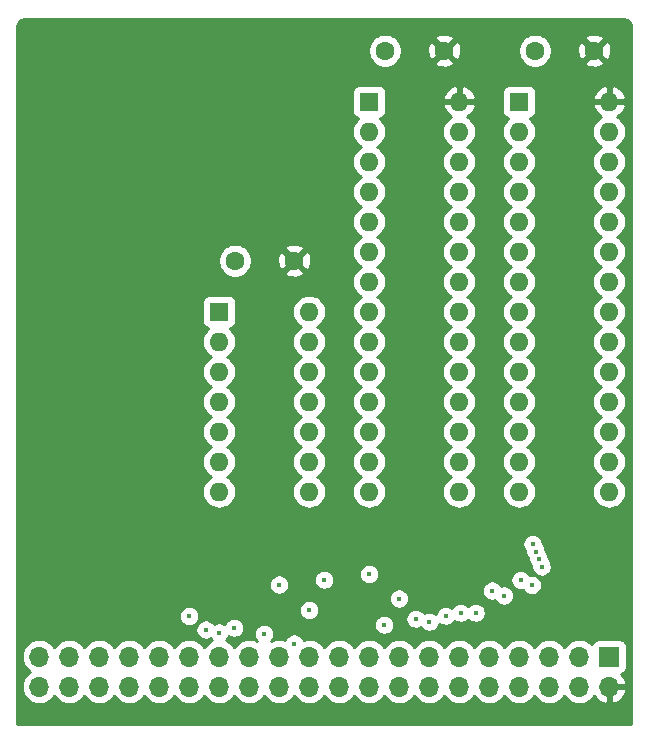
<source format=gbr>
G04 #@! TF.GenerationSoftware,KiCad,Pcbnew,(5.1.0-0)*
G04 #@! TF.CreationDate,2019-10-08T22:16:15-07:00*
G04 #@! TF.ProjectId,RAMCard,52414d43-6172-4642-9e6b-696361645f70,rev?*
G04 #@! TF.SameCoordinates,Original*
G04 #@! TF.FileFunction,Copper,L3,Inr*
G04 #@! TF.FilePolarity,Positive*
%FSLAX46Y46*%
G04 Gerber Fmt 4.6, Leading zero omitted, Abs format (unit mm)*
G04 Created by KiCad (PCBNEW (5.1.0-0)) date 2019-10-08 22:16:15*
%MOMM*%
%LPD*%
G04 APERTURE LIST*
%ADD10O,1.700000X1.700000*%
%ADD11R,1.700000X1.700000*%
%ADD12C,1.600000*%
%ADD13O,1.600000X1.600000*%
%ADD14R,1.600000X1.600000*%
%ADD15C,0.450000*%
%ADD16C,0.254000*%
G04 APERTURE END LIST*
D10*
X101600000Y-110490000D03*
X101600000Y-107950000D03*
X104140000Y-110490000D03*
X104140000Y-107950000D03*
X106680000Y-110490000D03*
X106680000Y-107950000D03*
X109220000Y-110490000D03*
X109220000Y-107950000D03*
X111760000Y-110490000D03*
X111760000Y-107950000D03*
X114300000Y-110490000D03*
X114300000Y-107950000D03*
X116840000Y-110490000D03*
X116840000Y-107950000D03*
X119380000Y-110490000D03*
X119380000Y-107950000D03*
X121920000Y-110490000D03*
X121920000Y-107950000D03*
X124460000Y-110490000D03*
X124460000Y-107950000D03*
X127000000Y-110490000D03*
X127000000Y-107950000D03*
X129540000Y-110490000D03*
X129540000Y-107950000D03*
X132080000Y-110490000D03*
X132080000Y-107950000D03*
X134620000Y-110490000D03*
X134620000Y-107950000D03*
X137160000Y-110490000D03*
X137160000Y-107950000D03*
X139700000Y-110490000D03*
X139700000Y-107950000D03*
X142240000Y-110490000D03*
X142240000Y-107950000D03*
X144780000Y-110490000D03*
X144780000Y-107950000D03*
X147320000Y-110490000D03*
X147320000Y-107950000D03*
X149860000Y-110490000D03*
D11*
X149860000Y-107950000D03*
D12*
X118190000Y-74422000D03*
X123190000Y-74422000D03*
D13*
X149860000Y-60960000D03*
X142240000Y-93980000D03*
X149860000Y-63500000D03*
X142240000Y-91440000D03*
X149860000Y-66040000D03*
X142240000Y-88900000D03*
X149860000Y-68580000D03*
X142240000Y-86360000D03*
X149860000Y-71120000D03*
X142240000Y-83820000D03*
X149860000Y-73660000D03*
X142240000Y-81280000D03*
X149860000Y-76200000D03*
X142240000Y-78740000D03*
X149860000Y-78740000D03*
X142240000Y-76200000D03*
X149860000Y-81280000D03*
X142240000Y-73660000D03*
X149860000Y-83820000D03*
X142240000Y-71120000D03*
X149860000Y-86360000D03*
X142240000Y-68580000D03*
X149860000Y-88900000D03*
X142240000Y-66040000D03*
X149860000Y-91440000D03*
X142240000Y-63500000D03*
X149860000Y-93980000D03*
D14*
X142240000Y-60960000D03*
X116840000Y-78740000D03*
D13*
X124460000Y-93980000D03*
X116840000Y-81280000D03*
X124460000Y-91440000D03*
X116840000Y-83820000D03*
X124460000Y-88900000D03*
X116840000Y-86360000D03*
X124460000Y-86360000D03*
X116840000Y-88900000D03*
X124460000Y-83820000D03*
X116840000Y-91440000D03*
X124460000Y-81280000D03*
X116840000Y-93980000D03*
X124460000Y-78740000D03*
X137160000Y-60960000D03*
X129540000Y-93980000D03*
X137160000Y-63500000D03*
X129540000Y-91440000D03*
X137160000Y-66040000D03*
X129540000Y-88900000D03*
X137160000Y-68580000D03*
X129540000Y-86360000D03*
X137160000Y-71120000D03*
X129540000Y-83820000D03*
X137160000Y-73660000D03*
X129540000Y-81280000D03*
X137160000Y-76200000D03*
X129540000Y-78740000D03*
X137160000Y-78740000D03*
X129540000Y-76200000D03*
X137160000Y-81280000D03*
X129540000Y-73660000D03*
X137160000Y-83820000D03*
X129540000Y-71120000D03*
X137160000Y-86360000D03*
X129540000Y-68580000D03*
X137160000Y-88900000D03*
X129540000Y-66040000D03*
X137160000Y-91440000D03*
X129540000Y-63500000D03*
X137160000Y-93980000D03*
D14*
X129540000Y-60960000D03*
D12*
X130890000Y-56642000D03*
X135890000Y-56642000D03*
X143590000Y-56642000D03*
X148590000Y-56642000D03*
D15*
X115697000Y-105664000D03*
X114300000Y-104521000D03*
X118110000Y-105502500D03*
X116840000Y-105918000D03*
X120650000Y-106010500D03*
X123190000Y-106841510D03*
X121920000Y-101854000D03*
X125730000Y-101438490D03*
X124460000Y-104013000D03*
X130810000Y-105248470D03*
X129540000Y-100965000D03*
X133477000Y-104740450D03*
X132049898Y-103031521D03*
X136017000Y-104486440D03*
X134620000Y-104994449D03*
X138557000Y-104232430D03*
X137287000Y-104232430D03*
X140970000Y-102777510D03*
X139954000Y-102362000D03*
X143323989Y-101888510D03*
X142367000Y-101473000D03*
X144145000Y-100330000D03*
X143891000Y-99695000D03*
X143637000Y-99060000D03*
X143383000Y-98425000D03*
D16*
G36*
X151247869Y-54014722D02*
G01*
X151361246Y-54048953D01*
X151465819Y-54104555D01*
X151557596Y-54179407D01*
X151633091Y-54270664D01*
X151689419Y-54374844D01*
X151724440Y-54487976D01*
X151740001Y-54636031D01*
X151740000Y-113640000D01*
X99720000Y-113640000D01*
X99720000Y-107950000D01*
X100107815Y-107950000D01*
X100136487Y-108241111D01*
X100221401Y-108521034D01*
X100359294Y-108779014D01*
X100544866Y-109005134D01*
X100770986Y-109190706D01*
X100825791Y-109220000D01*
X100770986Y-109249294D01*
X100544866Y-109434866D01*
X100359294Y-109660986D01*
X100221401Y-109918966D01*
X100136487Y-110198889D01*
X100107815Y-110490000D01*
X100136487Y-110781111D01*
X100221401Y-111061034D01*
X100359294Y-111319014D01*
X100544866Y-111545134D01*
X100770986Y-111730706D01*
X101028966Y-111868599D01*
X101308889Y-111953513D01*
X101527050Y-111975000D01*
X101672950Y-111975000D01*
X101891111Y-111953513D01*
X102171034Y-111868599D01*
X102429014Y-111730706D01*
X102655134Y-111545134D01*
X102840706Y-111319014D01*
X102870000Y-111264209D01*
X102899294Y-111319014D01*
X103084866Y-111545134D01*
X103310986Y-111730706D01*
X103568966Y-111868599D01*
X103848889Y-111953513D01*
X104067050Y-111975000D01*
X104212950Y-111975000D01*
X104431111Y-111953513D01*
X104711034Y-111868599D01*
X104969014Y-111730706D01*
X105195134Y-111545134D01*
X105380706Y-111319014D01*
X105410000Y-111264209D01*
X105439294Y-111319014D01*
X105624866Y-111545134D01*
X105850986Y-111730706D01*
X106108966Y-111868599D01*
X106388889Y-111953513D01*
X106607050Y-111975000D01*
X106752950Y-111975000D01*
X106971111Y-111953513D01*
X107251034Y-111868599D01*
X107509014Y-111730706D01*
X107735134Y-111545134D01*
X107920706Y-111319014D01*
X107950000Y-111264209D01*
X107979294Y-111319014D01*
X108164866Y-111545134D01*
X108390986Y-111730706D01*
X108648966Y-111868599D01*
X108928889Y-111953513D01*
X109147050Y-111975000D01*
X109292950Y-111975000D01*
X109511111Y-111953513D01*
X109791034Y-111868599D01*
X110049014Y-111730706D01*
X110275134Y-111545134D01*
X110460706Y-111319014D01*
X110490000Y-111264209D01*
X110519294Y-111319014D01*
X110704866Y-111545134D01*
X110930986Y-111730706D01*
X111188966Y-111868599D01*
X111468889Y-111953513D01*
X111687050Y-111975000D01*
X111832950Y-111975000D01*
X112051111Y-111953513D01*
X112331034Y-111868599D01*
X112589014Y-111730706D01*
X112815134Y-111545134D01*
X113000706Y-111319014D01*
X113030000Y-111264209D01*
X113059294Y-111319014D01*
X113244866Y-111545134D01*
X113470986Y-111730706D01*
X113728966Y-111868599D01*
X114008889Y-111953513D01*
X114227050Y-111975000D01*
X114372950Y-111975000D01*
X114591111Y-111953513D01*
X114871034Y-111868599D01*
X115129014Y-111730706D01*
X115355134Y-111545134D01*
X115540706Y-111319014D01*
X115570000Y-111264209D01*
X115599294Y-111319014D01*
X115784866Y-111545134D01*
X116010986Y-111730706D01*
X116268966Y-111868599D01*
X116548889Y-111953513D01*
X116767050Y-111975000D01*
X116912950Y-111975000D01*
X117131111Y-111953513D01*
X117411034Y-111868599D01*
X117669014Y-111730706D01*
X117895134Y-111545134D01*
X118080706Y-111319014D01*
X118110000Y-111264209D01*
X118139294Y-111319014D01*
X118324866Y-111545134D01*
X118550986Y-111730706D01*
X118808966Y-111868599D01*
X119088889Y-111953513D01*
X119307050Y-111975000D01*
X119452950Y-111975000D01*
X119671111Y-111953513D01*
X119951034Y-111868599D01*
X120209014Y-111730706D01*
X120435134Y-111545134D01*
X120620706Y-111319014D01*
X120650000Y-111264209D01*
X120679294Y-111319014D01*
X120864866Y-111545134D01*
X121090986Y-111730706D01*
X121348966Y-111868599D01*
X121628889Y-111953513D01*
X121847050Y-111975000D01*
X121992950Y-111975000D01*
X122211111Y-111953513D01*
X122491034Y-111868599D01*
X122749014Y-111730706D01*
X122975134Y-111545134D01*
X123160706Y-111319014D01*
X123190000Y-111264209D01*
X123219294Y-111319014D01*
X123404866Y-111545134D01*
X123630986Y-111730706D01*
X123888966Y-111868599D01*
X124168889Y-111953513D01*
X124387050Y-111975000D01*
X124532950Y-111975000D01*
X124751111Y-111953513D01*
X125031034Y-111868599D01*
X125289014Y-111730706D01*
X125515134Y-111545134D01*
X125700706Y-111319014D01*
X125730000Y-111264209D01*
X125759294Y-111319014D01*
X125944866Y-111545134D01*
X126170986Y-111730706D01*
X126428966Y-111868599D01*
X126708889Y-111953513D01*
X126927050Y-111975000D01*
X127072950Y-111975000D01*
X127291111Y-111953513D01*
X127571034Y-111868599D01*
X127829014Y-111730706D01*
X128055134Y-111545134D01*
X128240706Y-111319014D01*
X128270000Y-111264209D01*
X128299294Y-111319014D01*
X128484866Y-111545134D01*
X128710986Y-111730706D01*
X128968966Y-111868599D01*
X129248889Y-111953513D01*
X129467050Y-111975000D01*
X129612950Y-111975000D01*
X129831111Y-111953513D01*
X130111034Y-111868599D01*
X130369014Y-111730706D01*
X130595134Y-111545134D01*
X130780706Y-111319014D01*
X130810000Y-111264209D01*
X130839294Y-111319014D01*
X131024866Y-111545134D01*
X131250986Y-111730706D01*
X131508966Y-111868599D01*
X131788889Y-111953513D01*
X132007050Y-111975000D01*
X132152950Y-111975000D01*
X132371111Y-111953513D01*
X132651034Y-111868599D01*
X132909014Y-111730706D01*
X133135134Y-111545134D01*
X133320706Y-111319014D01*
X133350000Y-111264209D01*
X133379294Y-111319014D01*
X133564866Y-111545134D01*
X133790986Y-111730706D01*
X134048966Y-111868599D01*
X134328889Y-111953513D01*
X134547050Y-111975000D01*
X134692950Y-111975000D01*
X134911111Y-111953513D01*
X135191034Y-111868599D01*
X135449014Y-111730706D01*
X135675134Y-111545134D01*
X135860706Y-111319014D01*
X135890000Y-111264209D01*
X135919294Y-111319014D01*
X136104866Y-111545134D01*
X136330986Y-111730706D01*
X136588966Y-111868599D01*
X136868889Y-111953513D01*
X137087050Y-111975000D01*
X137232950Y-111975000D01*
X137451111Y-111953513D01*
X137731034Y-111868599D01*
X137989014Y-111730706D01*
X138215134Y-111545134D01*
X138400706Y-111319014D01*
X138430000Y-111264209D01*
X138459294Y-111319014D01*
X138644866Y-111545134D01*
X138870986Y-111730706D01*
X139128966Y-111868599D01*
X139408889Y-111953513D01*
X139627050Y-111975000D01*
X139772950Y-111975000D01*
X139991111Y-111953513D01*
X140271034Y-111868599D01*
X140529014Y-111730706D01*
X140755134Y-111545134D01*
X140940706Y-111319014D01*
X140970000Y-111264209D01*
X140999294Y-111319014D01*
X141184866Y-111545134D01*
X141410986Y-111730706D01*
X141668966Y-111868599D01*
X141948889Y-111953513D01*
X142167050Y-111975000D01*
X142312950Y-111975000D01*
X142531111Y-111953513D01*
X142811034Y-111868599D01*
X143069014Y-111730706D01*
X143295134Y-111545134D01*
X143480706Y-111319014D01*
X143510000Y-111264209D01*
X143539294Y-111319014D01*
X143724866Y-111545134D01*
X143950986Y-111730706D01*
X144208966Y-111868599D01*
X144488889Y-111953513D01*
X144707050Y-111975000D01*
X144852950Y-111975000D01*
X145071111Y-111953513D01*
X145351034Y-111868599D01*
X145609014Y-111730706D01*
X145835134Y-111545134D01*
X146020706Y-111319014D01*
X146050000Y-111264209D01*
X146079294Y-111319014D01*
X146264866Y-111545134D01*
X146490986Y-111730706D01*
X146748966Y-111868599D01*
X147028889Y-111953513D01*
X147247050Y-111975000D01*
X147392950Y-111975000D01*
X147611111Y-111953513D01*
X147891034Y-111868599D01*
X148149014Y-111730706D01*
X148375134Y-111545134D01*
X148560706Y-111319014D01*
X148595201Y-111254477D01*
X148664822Y-111371355D01*
X148859731Y-111587588D01*
X149093080Y-111761641D01*
X149355901Y-111886825D01*
X149503110Y-111931476D01*
X149733000Y-111810155D01*
X149733000Y-110617000D01*
X149987000Y-110617000D01*
X149987000Y-111810155D01*
X150216890Y-111931476D01*
X150364099Y-111886825D01*
X150626920Y-111761641D01*
X150860269Y-111587588D01*
X151055178Y-111371355D01*
X151204157Y-111121252D01*
X151301481Y-110846891D01*
X151180814Y-110617000D01*
X149987000Y-110617000D01*
X149733000Y-110617000D01*
X149713000Y-110617000D01*
X149713000Y-110363000D01*
X149733000Y-110363000D01*
X149733000Y-110343000D01*
X149987000Y-110343000D01*
X149987000Y-110363000D01*
X151180814Y-110363000D01*
X151301481Y-110133109D01*
X151204157Y-109858748D01*
X151055178Y-109608645D01*
X150878374Y-109412498D01*
X150954180Y-109389502D01*
X151064494Y-109330537D01*
X151161185Y-109251185D01*
X151240537Y-109154494D01*
X151299502Y-109044180D01*
X151335812Y-108924482D01*
X151348072Y-108800000D01*
X151348072Y-107100000D01*
X151335812Y-106975518D01*
X151299502Y-106855820D01*
X151240537Y-106745506D01*
X151161185Y-106648815D01*
X151064494Y-106569463D01*
X150954180Y-106510498D01*
X150834482Y-106474188D01*
X150710000Y-106461928D01*
X149010000Y-106461928D01*
X148885518Y-106474188D01*
X148765820Y-106510498D01*
X148655506Y-106569463D01*
X148558815Y-106648815D01*
X148479463Y-106745506D01*
X148420498Y-106855820D01*
X148399607Y-106924687D01*
X148375134Y-106894866D01*
X148149014Y-106709294D01*
X147891034Y-106571401D01*
X147611111Y-106486487D01*
X147392950Y-106465000D01*
X147247050Y-106465000D01*
X147028889Y-106486487D01*
X146748966Y-106571401D01*
X146490986Y-106709294D01*
X146264866Y-106894866D01*
X146079294Y-107120986D01*
X146050000Y-107175791D01*
X146020706Y-107120986D01*
X145835134Y-106894866D01*
X145609014Y-106709294D01*
X145351034Y-106571401D01*
X145071111Y-106486487D01*
X144852950Y-106465000D01*
X144707050Y-106465000D01*
X144488889Y-106486487D01*
X144208966Y-106571401D01*
X143950986Y-106709294D01*
X143724866Y-106894866D01*
X143539294Y-107120986D01*
X143510000Y-107175791D01*
X143480706Y-107120986D01*
X143295134Y-106894866D01*
X143069014Y-106709294D01*
X142811034Y-106571401D01*
X142531111Y-106486487D01*
X142312950Y-106465000D01*
X142167050Y-106465000D01*
X141948889Y-106486487D01*
X141668966Y-106571401D01*
X141410986Y-106709294D01*
X141184866Y-106894866D01*
X140999294Y-107120986D01*
X140970000Y-107175791D01*
X140940706Y-107120986D01*
X140755134Y-106894866D01*
X140529014Y-106709294D01*
X140271034Y-106571401D01*
X139991111Y-106486487D01*
X139772950Y-106465000D01*
X139627050Y-106465000D01*
X139408889Y-106486487D01*
X139128966Y-106571401D01*
X138870986Y-106709294D01*
X138644866Y-106894866D01*
X138459294Y-107120986D01*
X138430000Y-107175791D01*
X138400706Y-107120986D01*
X138215134Y-106894866D01*
X137989014Y-106709294D01*
X137731034Y-106571401D01*
X137451111Y-106486487D01*
X137232950Y-106465000D01*
X137087050Y-106465000D01*
X136868889Y-106486487D01*
X136588966Y-106571401D01*
X136330986Y-106709294D01*
X136104866Y-106894866D01*
X135919294Y-107120986D01*
X135890000Y-107175791D01*
X135860706Y-107120986D01*
X135675134Y-106894866D01*
X135449014Y-106709294D01*
X135191034Y-106571401D01*
X134911111Y-106486487D01*
X134692950Y-106465000D01*
X134547050Y-106465000D01*
X134328889Y-106486487D01*
X134048966Y-106571401D01*
X133790986Y-106709294D01*
X133564866Y-106894866D01*
X133379294Y-107120986D01*
X133350000Y-107175791D01*
X133320706Y-107120986D01*
X133135134Y-106894866D01*
X132909014Y-106709294D01*
X132651034Y-106571401D01*
X132371111Y-106486487D01*
X132152950Y-106465000D01*
X132007050Y-106465000D01*
X131788889Y-106486487D01*
X131508966Y-106571401D01*
X131250986Y-106709294D01*
X131024866Y-106894866D01*
X130839294Y-107120986D01*
X130810000Y-107175791D01*
X130780706Y-107120986D01*
X130595134Y-106894866D01*
X130369014Y-106709294D01*
X130111034Y-106571401D01*
X129831111Y-106486487D01*
X129612950Y-106465000D01*
X129467050Y-106465000D01*
X129248889Y-106486487D01*
X128968966Y-106571401D01*
X128710986Y-106709294D01*
X128484866Y-106894866D01*
X128299294Y-107120986D01*
X128270000Y-107175791D01*
X128240706Y-107120986D01*
X128055134Y-106894866D01*
X127829014Y-106709294D01*
X127571034Y-106571401D01*
X127291111Y-106486487D01*
X127072950Y-106465000D01*
X126927050Y-106465000D01*
X126708889Y-106486487D01*
X126428966Y-106571401D01*
X126170986Y-106709294D01*
X125944866Y-106894866D01*
X125759294Y-107120986D01*
X125730000Y-107175791D01*
X125700706Y-107120986D01*
X125515134Y-106894866D01*
X125289014Y-106709294D01*
X125031034Y-106571401D01*
X124751111Y-106486487D01*
X124532950Y-106465000D01*
X124387050Y-106465000D01*
X124168889Y-106486487D01*
X123995579Y-106539060D01*
X123952122Y-106434147D01*
X123858005Y-106293292D01*
X123738218Y-106173505D01*
X123597363Y-106079388D01*
X123440853Y-106014559D01*
X123274703Y-105981510D01*
X123105297Y-105981510D01*
X122939147Y-106014559D01*
X122782637Y-106079388D01*
X122641782Y-106173505D01*
X122521995Y-106293292D01*
X122427878Y-106434147D01*
X122384421Y-106539060D01*
X122211111Y-106486487D01*
X121992950Y-106465000D01*
X121847050Y-106465000D01*
X121628889Y-106486487D01*
X121348966Y-106571401D01*
X121255207Y-106621516D01*
X121318005Y-106558718D01*
X121412122Y-106417863D01*
X121476951Y-106261353D01*
X121510000Y-106095203D01*
X121510000Y-105925797D01*
X121476951Y-105759647D01*
X121412122Y-105603137D01*
X121318005Y-105462282D01*
X121198218Y-105342495D01*
X121057363Y-105248378D01*
X120900853Y-105183549D01*
X120801402Y-105163767D01*
X129950000Y-105163767D01*
X129950000Y-105333173D01*
X129983049Y-105499323D01*
X130047878Y-105655833D01*
X130141995Y-105796688D01*
X130261782Y-105916475D01*
X130402637Y-106010592D01*
X130559147Y-106075421D01*
X130725297Y-106108470D01*
X130894703Y-106108470D01*
X131060853Y-106075421D01*
X131217363Y-106010592D01*
X131358218Y-105916475D01*
X131478005Y-105796688D01*
X131572122Y-105655833D01*
X131636951Y-105499323D01*
X131670000Y-105333173D01*
X131670000Y-105163767D01*
X131636951Y-104997617D01*
X131572122Y-104841107D01*
X131478005Y-104700252D01*
X131433500Y-104655747D01*
X132617000Y-104655747D01*
X132617000Y-104825153D01*
X132650049Y-104991303D01*
X132714878Y-105147813D01*
X132808995Y-105288668D01*
X132928782Y-105408455D01*
X133069637Y-105502572D01*
X133226147Y-105567401D01*
X133392297Y-105600450D01*
X133561703Y-105600450D01*
X133727853Y-105567401D01*
X133884363Y-105502572D01*
X133912598Y-105483706D01*
X133951995Y-105542667D01*
X134071782Y-105662454D01*
X134212637Y-105756571D01*
X134369147Y-105821400D01*
X134535297Y-105854449D01*
X134704703Y-105854449D01*
X134870853Y-105821400D01*
X135027363Y-105756571D01*
X135168218Y-105662454D01*
X135288005Y-105542667D01*
X135382122Y-105401812D01*
X135446951Y-105245302D01*
X135465647Y-105151310D01*
X135468782Y-105154445D01*
X135609637Y-105248562D01*
X135766147Y-105313391D01*
X135932297Y-105346440D01*
X136101703Y-105346440D01*
X136267853Y-105313391D01*
X136424363Y-105248562D01*
X136565218Y-105154445D01*
X136685005Y-105034658D01*
X136763607Y-104917023D01*
X136879637Y-104994552D01*
X137036147Y-105059381D01*
X137202297Y-105092430D01*
X137371703Y-105092430D01*
X137537853Y-105059381D01*
X137694363Y-104994552D01*
X137835218Y-104900435D01*
X137922000Y-104813653D01*
X138008782Y-104900435D01*
X138149637Y-104994552D01*
X138306147Y-105059381D01*
X138472297Y-105092430D01*
X138641703Y-105092430D01*
X138807853Y-105059381D01*
X138964363Y-104994552D01*
X139105218Y-104900435D01*
X139225005Y-104780648D01*
X139319122Y-104639793D01*
X139383951Y-104483283D01*
X139417000Y-104317133D01*
X139417000Y-104147727D01*
X139383951Y-103981577D01*
X139319122Y-103825067D01*
X139225005Y-103684212D01*
X139105218Y-103564425D01*
X138964363Y-103470308D01*
X138807853Y-103405479D01*
X138641703Y-103372430D01*
X138472297Y-103372430D01*
X138306147Y-103405479D01*
X138149637Y-103470308D01*
X138008782Y-103564425D01*
X137922000Y-103651207D01*
X137835218Y-103564425D01*
X137694363Y-103470308D01*
X137537853Y-103405479D01*
X137371703Y-103372430D01*
X137202297Y-103372430D01*
X137036147Y-103405479D01*
X136879637Y-103470308D01*
X136738782Y-103564425D01*
X136618995Y-103684212D01*
X136540393Y-103801847D01*
X136424363Y-103724318D01*
X136267853Y-103659489D01*
X136101703Y-103626440D01*
X135932297Y-103626440D01*
X135766147Y-103659489D01*
X135609637Y-103724318D01*
X135468782Y-103818435D01*
X135348995Y-103938222D01*
X135254878Y-104079077D01*
X135190049Y-104235587D01*
X135171353Y-104329579D01*
X135168218Y-104326444D01*
X135027363Y-104232327D01*
X134870853Y-104167498D01*
X134704703Y-104134449D01*
X134535297Y-104134449D01*
X134369147Y-104167498D01*
X134212637Y-104232327D01*
X134184402Y-104251193D01*
X134145005Y-104192232D01*
X134025218Y-104072445D01*
X133884363Y-103978328D01*
X133727853Y-103913499D01*
X133561703Y-103880450D01*
X133392297Y-103880450D01*
X133226147Y-103913499D01*
X133069637Y-103978328D01*
X132928782Y-104072445D01*
X132808995Y-104192232D01*
X132714878Y-104333087D01*
X132650049Y-104489597D01*
X132617000Y-104655747D01*
X131433500Y-104655747D01*
X131358218Y-104580465D01*
X131217363Y-104486348D01*
X131060853Y-104421519D01*
X130894703Y-104388470D01*
X130725297Y-104388470D01*
X130559147Y-104421519D01*
X130402637Y-104486348D01*
X130261782Y-104580465D01*
X130141995Y-104700252D01*
X130047878Y-104841107D01*
X129983049Y-104997617D01*
X129950000Y-105163767D01*
X120801402Y-105163767D01*
X120734703Y-105150500D01*
X120565297Y-105150500D01*
X120399147Y-105183549D01*
X120242637Y-105248378D01*
X120101782Y-105342495D01*
X119981995Y-105462282D01*
X119887878Y-105603137D01*
X119823049Y-105759647D01*
X119790000Y-105925797D01*
X119790000Y-106095203D01*
X119823049Y-106261353D01*
X119887878Y-106417863D01*
X119981995Y-106558718D01*
X120044793Y-106621516D01*
X119951034Y-106571401D01*
X119671111Y-106486487D01*
X119452950Y-106465000D01*
X119307050Y-106465000D01*
X119088889Y-106486487D01*
X118808966Y-106571401D01*
X118550986Y-106709294D01*
X118324866Y-106894866D01*
X118139294Y-107120986D01*
X118110000Y-107175791D01*
X118080706Y-107120986D01*
X117895134Y-106894866D01*
X117669014Y-106709294D01*
X117411034Y-106571401D01*
X117404733Y-106569490D01*
X117508005Y-106466218D01*
X117602122Y-106325363D01*
X117643617Y-106225186D01*
X117702637Y-106264622D01*
X117859147Y-106329451D01*
X118025297Y-106362500D01*
X118194703Y-106362500D01*
X118360853Y-106329451D01*
X118517363Y-106264622D01*
X118658218Y-106170505D01*
X118778005Y-106050718D01*
X118872122Y-105909863D01*
X118936951Y-105753353D01*
X118970000Y-105587203D01*
X118970000Y-105417797D01*
X118936951Y-105251647D01*
X118872122Y-105095137D01*
X118778005Y-104954282D01*
X118658218Y-104834495D01*
X118517363Y-104740378D01*
X118360853Y-104675549D01*
X118194703Y-104642500D01*
X118025297Y-104642500D01*
X117859147Y-104675549D01*
X117702637Y-104740378D01*
X117561782Y-104834495D01*
X117441995Y-104954282D01*
X117347878Y-105095137D01*
X117306383Y-105195314D01*
X117247363Y-105155878D01*
X117090853Y-105091049D01*
X116924703Y-105058000D01*
X116755297Y-105058000D01*
X116589147Y-105091049D01*
X116432637Y-105155878D01*
X116404402Y-105174744D01*
X116365005Y-105115782D01*
X116245218Y-104995995D01*
X116104363Y-104901878D01*
X115947853Y-104837049D01*
X115781703Y-104804000D01*
X115612297Y-104804000D01*
X115446147Y-104837049D01*
X115289637Y-104901878D01*
X115148782Y-104995995D01*
X115028995Y-105115782D01*
X114934878Y-105256637D01*
X114870049Y-105413147D01*
X114837000Y-105579297D01*
X114837000Y-105748703D01*
X114870049Y-105914853D01*
X114934878Y-106071363D01*
X115028995Y-106212218D01*
X115148782Y-106332005D01*
X115289637Y-106426122D01*
X115446147Y-106490951D01*
X115612297Y-106524000D01*
X115781703Y-106524000D01*
X115947853Y-106490951D01*
X116104363Y-106426122D01*
X116132598Y-106407256D01*
X116171995Y-106466218D01*
X116275267Y-106569490D01*
X116268966Y-106571401D01*
X116010986Y-106709294D01*
X115784866Y-106894866D01*
X115599294Y-107120986D01*
X115570000Y-107175791D01*
X115540706Y-107120986D01*
X115355134Y-106894866D01*
X115129014Y-106709294D01*
X114871034Y-106571401D01*
X114591111Y-106486487D01*
X114372950Y-106465000D01*
X114227050Y-106465000D01*
X114008889Y-106486487D01*
X113728966Y-106571401D01*
X113470986Y-106709294D01*
X113244866Y-106894866D01*
X113059294Y-107120986D01*
X113030000Y-107175791D01*
X113000706Y-107120986D01*
X112815134Y-106894866D01*
X112589014Y-106709294D01*
X112331034Y-106571401D01*
X112051111Y-106486487D01*
X111832950Y-106465000D01*
X111687050Y-106465000D01*
X111468889Y-106486487D01*
X111188966Y-106571401D01*
X110930986Y-106709294D01*
X110704866Y-106894866D01*
X110519294Y-107120986D01*
X110490000Y-107175791D01*
X110460706Y-107120986D01*
X110275134Y-106894866D01*
X110049014Y-106709294D01*
X109791034Y-106571401D01*
X109511111Y-106486487D01*
X109292950Y-106465000D01*
X109147050Y-106465000D01*
X108928889Y-106486487D01*
X108648966Y-106571401D01*
X108390986Y-106709294D01*
X108164866Y-106894866D01*
X107979294Y-107120986D01*
X107950000Y-107175791D01*
X107920706Y-107120986D01*
X107735134Y-106894866D01*
X107509014Y-106709294D01*
X107251034Y-106571401D01*
X106971111Y-106486487D01*
X106752950Y-106465000D01*
X106607050Y-106465000D01*
X106388889Y-106486487D01*
X106108966Y-106571401D01*
X105850986Y-106709294D01*
X105624866Y-106894866D01*
X105439294Y-107120986D01*
X105410000Y-107175791D01*
X105380706Y-107120986D01*
X105195134Y-106894866D01*
X104969014Y-106709294D01*
X104711034Y-106571401D01*
X104431111Y-106486487D01*
X104212950Y-106465000D01*
X104067050Y-106465000D01*
X103848889Y-106486487D01*
X103568966Y-106571401D01*
X103310986Y-106709294D01*
X103084866Y-106894866D01*
X102899294Y-107120986D01*
X102870000Y-107175791D01*
X102840706Y-107120986D01*
X102655134Y-106894866D01*
X102429014Y-106709294D01*
X102171034Y-106571401D01*
X101891111Y-106486487D01*
X101672950Y-106465000D01*
X101527050Y-106465000D01*
X101308889Y-106486487D01*
X101028966Y-106571401D01*
X100770986Y-106709294D01*
X100544866Y-106894866D01*
X100359294Y-107120986D01*
X100221401Y-107378966D01*
X100136487Y-107658889D01*
X100107815Y-107950000D01*
X99720000Y-107950000D01*
X99720000Y-104436297D01*
X113440000Y-104436297D01*
X113440000Y-104605703D01*
X113473049Y-104771853D01*
X113537878Y-104928363D01*
X113631995Y-105069218D01*
X113751782Y-105189005D01*
X113892637Y-105283122D01*
X114049147Y-105347951D01*
X114215297Y-105381000D01*
X114384703Y-105381000D01*
X114550853Y-105347951D01*
X114707363Y-105283122D01*
X114848218Y-105189005D01*
X114968005Y-105069218D01*
X115062122Y-104928363D01*
X115126951Y-104771853D01*
X115160000Y-104605703D01*
X115160000Y-104436297D01*
X115126951Y-104270147D01*
X115062122Y-104113637D01*
X114968005Y-103972782D01*
X114923520Y-103928297D01*
X123600000Y-103928297D01*
X123600000Y-104097703D01*
X123633049Y-104263853D01*
X123697878Y-104420363D01*
X123791995Y-104561218D01*
X123911782Y-104681005D01*
X124052637Y-104775122D01*
X124209147Y-104839951D01*
X124375297Y-104873000D01*
X124544703Y-104873000D01*
X124710853Y-104839951D01*
X124867363Y-104775122D01*
X125008218Y-104681005D01*
X125128005Y-104561218D01*
X125222122Y-104420363D01*
X125286951Y-104263853D01*
X125320000Y-104097703D01*
X125320000Y-103928297D01*
X125286951Y-103762147D01*
X125222122Y-103605637D01*
X125128005Y-103464782D01*
X125008218Y-103344995D01*
X124867363Y-103250878D01*
X124710853Y-103186049D01*
X124544703Y-103153000D01*
X124375297Y-103153000D01*
X124209147Y-103186049D01*
X124052637Y-103250878D01*
X123911782Y-103344995D01*
X123791995Y-103464782D01*
X123697878Y-103605637D01*
X123633049Y-103762147D01*
X123600000Y-103928297D01*
X114923520Y-103928297D01*
X114848218Y-103852995D01*
X114707363Y-103758878D01*
X114550853Y-103694049D01*
X114384703Y-103661000D01*
X114215297Y-103661000D01*
X114049147Y-103694049D01*
X113892637Y-103758878D01*
X113751782Y-103852995D01*
X113631995Y-103972782D01*
X113537878Y-104113637D01*
X113473049Y-104270147D01*
X113440000Y-104436297D01*
X99720000Y-104436297D01*
X99720000Y-102946818D01*
X131189898Y-102946818D01*
X131189898Y-103116224D01*
X131222947Y-103282374D01*
X131287776Y-103438884D01*
X131381893Y-103579739D01*
X131501680Y-103699526D01*
X131642535Y-103793643D01*
X131799045Y-103858472D01*
X131965195Y-103891521D01*
X132134601Y-103891521D01*
X132300751Y-103858472D01*
X132457261Y-103793643D01*
X132598116Y-103699526D01*
X132717903Y-103579739D01*
X132812020Y-103438884D01*
X132876849Y-103282374D01*
X132909898Y-103116224D01*
X132909898Y-102946818D01*
X132876849Y-102780668D01*
X132812020Y-102624158D01*
X132717903Y-102483303D01*
X132598116Y-102363516D01*
X132469082Y-102277297D01*
X139094000Y-102277297D01*
X139094000Y-102446703D01*
X139127049Y-102612853D01*
X139191878Y-102769363D01*
X139285995Y-102910218D01*
X139405782Y-103030005D01*
X139546637Y-103124122D01*
X139703147Y-103188951D01*
X139869297Y-103222000D01*
X140038703Y-103222000D01*
X140204853Y-103188951D01*
X140209356Y-103187086D01*
X140301995Y-103325728D01*
X140421782Y-103445515D01*
X140562637Y-103539632D01*
X140719147Y-103604461D01*
X140885297Y-103637510D01*
X141054703Y-103637510D01*
X141220853Y-103604461D01*
X141377363Y-103539632D01*
X141518218Y-103445515D01*
X141638005Y-103325728D01*
X141732122Y-103184873D01*
X141796951Y-103028363D01*
X141830000Y-102862213D01*
X141830000Y-102692807D01*
X141796951Y-102526657D01*
X141732122Y-102370147D01*
X141638005Y-102229292D01*
X141518218Y-102109505D01*
X141377363Y-102015388D01*
X141220853Y-101950559D01*
X141054703Y-101917510D01*
X140885297Y-101917510D01*
X140719147Y-101950559D01*
X140714644Y-101952424D01*
X140622005Y-101813782D01*
X140502218Y-101693995D01*
X140361363Y-101599878D01*
X140204853Y-101535049D01*
X140038703Y-101502000D01*
X139869297Y-101502000D01*
X139703147Y-101535049D01*
X139546637Y-101599878D01*
X139405782Y-101693995D01*
X139285995Y-101813782D01*
X139191878Y-101954637D01*
X139127049Y-102111147D01*
X139094000Y-102277297D01*
X132469082Y-102277297D01*
X132457261Y-102269399D01*
X132300751Y-102204570D01*
X132134601Y-102171521D01*
X131965195Y-102171521D01*
X131799045Y-102204570D01*
X131642535Y-102269399D01*
X131501680Y-102363516D01*
X131381893Y-102483303D01*
X131287776Y-102624158D01*
X131222947Y-102780668D01*
X131189898Y-102946818D01*
X99720000Y-102946818D01*
X99720000Y-101769297D01*
X121060000Y-101769297D01*
X121060000Y-101938703D01*
X121093049Y-102104853D01*
X121157878Y-102261363D01*
X121251995Y-102402218D01*
X121371782Y-102522005D01*
X121512637Y-102616122D01*
X121669147Y-102680951D01*
X121835297Y-102714000D01*
X122004703Y-102714000D01*
X122170853Y-102680951D01*
X122327363Y-102616122D01*
X122468218Y-102522005D01*
X122588005Y-102402218D01*
X122682122Y-102261363D01*
X122746951Y-102104853D01*
X122780000Y-101938703D01*
X122780000Y-101769297D01*
X122746951Y-101603147D01*
X122682122Y-101446637D01*
X122620082Y-101353787D01*
X124870000Y-101353787D01*
X124870000Y-101523193D01*
X124903049Y-101689343D01*
X124967878Y-101845853D01*
X125061995Y-101986708D01*
X125181782Y-102106495D01*
X125322637Y-102200612D01*
X125479147Y-102265441D01*
X125645297Y-102298490D01*
X125814703Y-102298490D01*
X125980853Y-102265441D01*
X126137363Y-102200612D01*
X126278218Y-102106495D01*
X126398005Y-101986708D01*
X126492122Y-101845853D01*
X126556951Y-101689343D01*
X126590000Y-101523193D01*
X126590000Y-101353787D01*
X126556951Y-101187637D01*
X126492122Y-101031127D01*
X126398005Y-100890272D01*
X126388030Y-100880297D01*
X128680000Y-100880297D01*
X128680000Y-101049703D01*
X128713049Y-101215853D01*
X128777878Y-101372363D01*
X128871995Y-101513218D01*
X128991782Y-101633005D01*
X129132637Y-101727122D01*
X129289147Y-101791951D01*
X129455297Y-101825000D01*
X129624703Y-101825000D01*
X129790853Y-101791951D01*
X129947363Y-101727122D01*
X130088218Y-101633005D01*
X130208005Y-101513218D01*
X130291475Y-101388297D01*
X141507000Y-101388297D01*
X141507000Y-101557703D01*
X141540049Y-101723853D01*
X141604878Y-101880363D01*
X141698995Y-102021218D01*
X141818782Y-102141005D01*
X141959637Y-102235122D01*
X142116147Y-102299951D01*
X142282297Y-102333000D01*
X142451703Y-102333000D01*
X142570840Y-102309302D01*
X142655984Y-102436728D01*
X142775771Y-102556515D01*
X142916626Y-102650632D01*
X143073136Y-102715461D01*
X143239286Y-102748510D01*
X143408692Y-102748510D01*
X143574842Y-102715461D01*
X143731352Y-102650632D01*
X143872207Y-102556515D01*
X143991994Y-102436728D01*
X144086111Y-102295873D01*
X144150940Y-102139363D01*
X144183989Y-101973213D01*
X144183989Y-101803807D01*
X144150940Y-101637657D01*
X144086111Y-101481147D01*
X143991994Y-101340292D01*
X143872207Y-101220505D01*
X143731352Y-101126388D01*
X143574842Y-101061559D01*
X143408692Y-101028510D01*
X143239286Y-101028510D01*
X143120149Y-101052208D01*
X143035005Y-100924782D01*
X142915218Y-100804995D01*
X142774363Y-100710878D01*
X142617853Y-100646049D01*
X142451703Y-100613000D01*
X142282297Y-100613000D01*
X142116147Y-100646049D01*
X141959637Y-100710878D01*
X141818782Y-100804995D01*
X141698995Y-100924782D01*
X141604878Y-101065637D01*
X141540049Y-101222147D01*
X141507000Y-101388297D01*
X130291475Y-101388297D01*
X130302122Y-101372363D01*
X130366951Y-101215853D01*
X130400000Y-101049703D01*
X130400000Y-100880297D01*
X130366951Y-100714147D01*
X130302122Y-100557637D01*
X130208005Y-100416782D01*
X130088218Y-100296995D01*
X129947363Y-100202878D01*
X129790853Y-100138049D01*
X129624703Y-100105000D01*
X129455297Y-100105000D01*
X129289147Y-100138049D01*
X129132637Y-100202878D01*
X128991782Y-100296995D01*
X128871995Y-100416782D01*
X128777878Y-100557637D01*
X128713049Y-100714147D01*
X128680000Y-100880297D01*
X126388030Y-100880297D01*
X126278218Y-100770485D01*
X126137363Y-100676368D01*
X125980853Y-100611539D01*
X125814703Y-100578490D01*
X125645297Y-100578490D01*
X125479147Y-100611539D01*
X125322637Y-100676368D01*
X125181782Y-100770485D01*
X125061995Y-100890272D01*
X124967878Y-101031127D01*
X124903049Y-101187637D01*
X124870000Y-101353787D01*
X122620082Y-101353787D01*
X122588005Y-101305782D01*
X122468218Y-101185995D01*
X122327363Y-101091878D01*
X122170853Y-101027049D01*
X122004703Y-100994000D01*
X121835297Y-100994000D01*
X121669147Y-101027049D01*
X121512637Y-101091878D01*
X121371782Y-101185995D01*
X121251995Y-101305782D01*
X121157878Y-101446637D01*
X121093049Y-101603147D01*
X121060000Y-101769297D01*
X99720000Y-101769297D01*
X99720000Y-98340297D01*
X142523000Y-98340297D01*
X142523000Y-98509703D01*
X142556049Y-98675853D01*
X142620878Y-98832363D01*
X142714995Y-98973218D01*
X142777000Y-99035223D01*
X142777000Y-99144703D01*
X142810049Y-99310853D01*
X142874878Y-99467363D01*
X142968995Y-99608218D01*
X143031000Y-99670223D01*
X143031000Y-99779703D01*
X143064049Y-99945853D01*
X143128878Y-100102363D01*
X143222995Y-100243218D01*
X143285000Y-100305223D01*
X143285000Y-100414703D01*
X143318049Y-100580853D01*
X143382878Y-100737363D01*
X143476995Y-100878218D01*
X143596782Y-100998005D01*
X143737637Y-101092122D01*
X143894147Y-101156951D01*
X144060297Y-101190000D01*
X144229703Y-101190000D01*
X144395853Y-101156951D01*
X144552363Y-101092122D01*
X144693218Y-100998005D01*
X144813005Y-100878218D01*
X144907122Y-100737363D01*
X144971951Y-100580853D01*
X145005000Y-100414703D01*
X145005000Y-100245297D01*
X144971951Y-100079147D01*
X144907122Y-99922637D01*
X144813005Y-99781782D01*
X144751000Y-99719777D01*
X144751000Y-99610297D01*
X144717951Y-99444147D01*
X144653122Y-99287637D01*
X144559005Y-99146782D01*
X144497000Y-99084777D01*
X144497000Y-98975297D01*
X144463951Y-98809147D01*
X144399122Y-98652637D01*
X144305005Y-98511782D01*
X144243000Y-98449777D01*
X144243000Y-98340297D01*
X144209951Y-98174147D01*
X144145122Y-98017637D01*
X144051005Y-97876782D01*
X143931218Y-97756995D01*
X143790363Y-97662878D01*
X143633853Y-97598049D01*
X143467703Y-97565000D01*
X143298297Y-97565000D01*
X143132147Y-97598049D01*
X142975637Y-97662878D01*
X142834782Y-97756995D01*
X142714995Y-97876782D01*
X142620878Y-98017637D01*
X142556049Y-98174147D01*
X142523000Y-98340297D01*
X99720000Y-98340297D01*
X99720000Y-81280000D01*
X115398057Y-81280000D01*
X115425764Y-81561309D01*
X115507818Y-81831808D01*
X115641068Y-82081101D01*
X115820392Y-82299608D01*
X116038899Y-82478932D01*
X116171858Y-82550000D01*
X116038899Y-82621068D01*
X115820392Y-82800392D01*
X115641068Y-83018899D01*
X115507818Y-83268192D01*
X115425764Y-83538691D01*
X115398057Y-83820000D01*
X115425764Y-84101309D01*
X115507818Y-84371808D01*
X115641068Y-84621101D01*
X115820392Y-84839608D01*
X116038899Y-85018932D01*
X116171858Y-85090000D01*
X116038899Y-85161068D01*
X115820392Y-85340392D01*
X115641068Y-85558899D01*
X115507818Y-85808192D01*
X115425764Y-86078691D01*
X115398057Y-86360000D01*
X115425764Y-86641309D01*
X115507818Y-86911808D01*
X115641068Y-87161101D01*
X115820392Y-87379608D01*
X116038899Y-87558932D01*
X116171858Y-87630000D01*
X116038899Y-87701068D01*
X115820392Y-87880392D01*
X115641068Y-88098899D01*
X115507818Y-88348192D01*
X115425764Y-88618691D01*
X115398057Y-88900000D01*
X115425764Y-89181309D01*
X115507818Y-89451808D01*
X115641068Y-89701101D01*
X115820392Y-89919608D01*
X116038899Y-90098932D01*
X116171858Y-90170000D01*
X116038899Y-90241068D01*
X115820392Y-90420392D01*
X115641068Y-90638899D01*
X115507818Y-90888192D01*
X115425764Y-91158691D01*
X115398057Y-91440000D01*
X115425764Y-91721309D01*
X115507818Y-91991808D01*
X115641068Y-92241101D01*
X115820392Y-92459608D01*
X116038899Y-92638932D01*
X116171858Y-92710000D01*
X116038899Y-92781068D01*
X115820392Y-92960392D01*
X115641068Y-93178899D01*
X115507818Y-93428192D01*
X115425764Y-93698691D01*
X115398057Y-93980000D01*
X115425764Y-94261309D01*
X115507818Y-94531808D01*
X115641068Y-94781101D01*
X115820392Y-94999608D01*
X116038899Y-95178932D01*
X116288192Y-95312182D01*
X116558691Y-95394236D01*
X116769508Y-95415000D01*
X116910492Y-95415000D01*
X117121309Y-95394236D01*
X117391808Y-95312182D01*
X117641101Y-95178932D01*
X117859608Y-94999608D01*
X118038932Y-94781101D01*
X118172182Y-94531808D01*
X118254236Y-94261309D01*
X118281943Y-93980000D01*
X118254236Y-93698691D01*
X118172182Y-93428192D01*
X118038932Y-93178899D01*
X117859608Y-92960392D01*
X117641101Y-92781068D01*
X117508142Y-92710000D01*
X117641101Y-92638932D01*
X117859608Y-92459608D01*
X118038932Y-92241101D01*
X118172182Y-91991808D01*
X118254236Y-91721309D01*
X118281943Y-91440000D01*
X118254236Y-91158691D01*
X118172182Y-90888192D01*
X118038932Y-90638899D01*
X117859608Y-90420392D01*
X117641101Y-90241068D01*
X117508142Y-90170000D01*
X117641101Y-90098932D01*
X117859608Y-89919608D01*
X118038932Y-89701101D01*
X118172182Y-89451808D01*
X118254236Y-89181309D01*
X118281943Y-88900000D01*
X118254236Y-88618691D01*
X118172182Y-88348192D01*
X118038932Y-88098899D01*
X117859608Y-87880392D01*
X117641101Y-87701068D01*
X117508142Y-87630000D01*
X117641101Y-87558932D01*
X117859608Y-87379608D01*
X118038932Y-87161101D01*
X118172182Y-86911808D01*
X118254236Y-86641309D01*
X118281943Y-86360000D01*
X118254236Y-86078691D01*
X118172182Y-85808192D01*
X118038932Y-85558899D01*
X117859608Y-85340392D01*
X117641101Y-85161068D01*
X117508142Y-85090000D01*
X117641101Y-85018932D01*
X117859608Y-84839608D01*
X118038932Y-84621101D01*
X118172182Y-84371808D01*
X118254236Y-84101309D01*
X118281943Y-83820000D01*
X118254236Y-83538691D01*
X118172182Y-83268192D01*
X118038932Y-83018899D01*
X117859608Y-82800392D01*
X117641101Y-82621068D01*
X117508142Y-82550000D01*
X117641101Y-82478932D01*
X117859608Y-82299608D01*
X118038932Y-82081101D01*
X118172182Y-81831808D01*
X118254236Y-81561309D01*
X118281943Y-81280000D01*
X118254236Y-80998691D01*
X118172182Y-80728192D01*
X118038932Y-80478899D01*
X117859608Y-80260392D01*
X117746518Y-80167581D01*
X117764482Y-80165812D01*
X117884180Y-80129502D01*
X117994494Y-80070537D01*
X118091185Y-79991185D01*
X118170537Y-79894494D01*
X118229502Y-79784180D01*
X118265812Y-79664482D01*
X118278072Y-79540000D01*
X118278072Y-78740000D01*
X123018057Y-78740000D01*
X123045764Y-79021309D01*
X123127818Y-79291808D01*
X123261068Y-79541101D01*
X123440392Y-79759608D01*
X123658899Y-79938932D01*
X123791858Y-80010000D01*
X123658899Y-80081068D01*
X123440392Y-80260392D01*
X123261068Y-80478899D01*
X123127818Y-80728192D01*
X123045764Y-80998691D01*
X123018057Y-81280000D01*
X123045764Y-81561309D01*
X123127818Y-81831808D01*
X123261068Y-82081101D01*
X123440392Y-82299608D01*
X123658899Y-82478932D01*
X123791858Y-82550000D01*
X123658899Y-82621068D01*
X123440392Y-82800392D01*
X123261068Y-83018899D01*
X123127818Y-83268192D01*
X123045764Y-83538691D01*
X123018057Y-83820000D01*
X123045764Y-84101309D01*
X123127818Y-84371808D01*
X123261068Y-84621101D01*
X123440392Y-84839608D01*
X123658899Y-85018932D01*
X123791858Y-85090000D01*
X123658899Y-85161068D01*
X123440392Y-85340392D01*
X123261068Y-85558899D01*
X123127818Y-85808192D01*
X123045764Y-86078691D01*
X123018057Y-86360000D01*
X123045764Y-86641309D01*
X123127818Y-86911808D01*
X123261068Y-87161101D01*
X123440392Y-87379608D01*
X123658899Y-87558932D01*
X123791858Y-87630000D01*
X123658899Y-87701068D01*
X123440392Y-87880392D01*
X123261068Y-88098899D01*
X123127818Y-88348192D01*
X123045764Y-88618691D01*
X123018057Y-88900000D01*
X123045764Y-89181309D01*
X123127818Y-89451808D01*
X123261068Y-89701101D01*
X123440392Y-89919608D01*
X123658899Y-90098932D01*
X123791858Y-90170000D01*
X123658899Y-90241068D01*
X123440392Y-90420392D01*
X123261068Y-90638899D01*
X123127818Y-90888192D01*
X123045764Y-91158691D01*
X123018057Y-91440000D01*
X123045764Y-91721309D01*
X123127818Y-91991808D01*
X123261068Y-92241101D01*
X123440392Y-92459608D01*
X123658899Y-92638932D01*
X123791858Y-92710000D01*
X123658899Y-92781068D01*
X123440392Y-92960392D01*
X123261068Y-93178899D01*
X123127818Y-93428192D01*
X123045764Y-93698691D01*
X123018057Y-93980000D01*
X123045764Y-94261309D01*
X123127818Y-94531808D01*
X123261068Y-94781101D01*
X123440392Y-94999608D01*
X123658899Y-95178932D01*
X123908192Y-95312182D01*
X124178691Y-95394236D01*
X124389508Y-95415000D01*
X124530492Y-95415000D01*
X124741309Y-95394236D01*
X125011808Y-95312182D01*
X125261101Y-95178932D01*
X125479608Y-94999608D01*
X125658932Y-94781101D01*
X125792182Y-94531808D01*
X125874236Y-94261309D01*
X125901943Y-93980000D01*
X125874236Y-93698691D01*
X125792182Y-93428192D01*
X125658932Y-93178899D01*
X125479608Y-92960392D01*
X125261101Y-92781068D01*
X125128142Y-92710000D01*
X125261101Y-92638932D01*
X125479608Y-92459608D01*
X125658932Y-92241101D01*
X125792182Y-91991808D01*
X125874236Y-91721309D01*
X125901943Y-91440000D01*
X125874236Y-91158691D01*
X125792182Y-90888192D01*
X125658932Y-90638899D01*
X125479608Y-90420392D01*
X125261101Y-90241068D01*
X125128142Y-90170000D01*
X125261101Y-90098932D01*
X125479608Y-89919608D01*
X125658932Y-89701101D01*
X125792182Y-89451808D01*
X125874236Y-89181309D01*
X125901943Y-88900000D01*
X125874236Y-88618691D01*
X125792182Y-88348192D01*
X125658932Y-88098899D01*
X125479608Y-87880392D01*
X125261101Y-87701068D01*
X125128142Y-87630000D01*
X125261101Y-87558932D01*
X125479608Y-87379608D01*
X125658932Y-87161101D01*
X125792182Y-86911808D01*
X125874236Y-86641309D01*
X125901943Y-86360000D01*
X125874236Y-86078691D01*
X125792182Y-85808192D01*
X125658932Y-85558899D01*
X125479608Y-85340392D01*
X125261101Y-85161068D01*
X125128142Y-85090000D01*
X125261101Y-85018932D01*
X125479608Y-84839608D01*
X125658932Y-84621101D01*
X125792182Y-84371808D01*
X125874236Y-84101309D01*
X125901943Y-83820000D01*
X125874236Y-83538691D01*
X125792182Y-83268192D01*
X125658932Y-83018899D01*
X125479608Y-82800392D01*
X125261101Y-82621068D01*
X125128142Y-82550000D01*
X125261101Y-82478932D01*
X125479608Y-82299608D01*
X125658932Y-82081101D01*
X125792182Y-81831808D01*
X125874236Y-81561309D01*
X125901943Y-81280000D01*
X125874236Y-80998691D01*
X125792182Y-80728192D01*
X125658932Y-80478899D01*
X125479608Y-80260392D01*
X125261101Y-80081068D01*
X125128142Y-80010000D01*
X125261101Y-79938932D01*
X125479608Y-79759608D01*
X125658932Y-79541101D01*
X125792182Y-79291808D01*
X125874236Y-79021309D01*
X125901943Y-78740000D01*
X125874236Y-78458691D01*
X125792182Y-78188192D01*
X125658932Y-77938899D01*
X125479608Y-77720392D01*
X125261101Y-77541068D01*
X125011808Y-77407818D01*
X124741309Y-77325764D01*
X124530492Y-77305000D01*
X124389508Y-77305000D01*
X124178691Y-77325764D01*
X123908192Y-77407818D01*
X123658899Y-77541068D01*
X123440392Y-77720392D01*
X123261068Y-77938899D01*
X123127818Y-78188192D01*
X123045764Y-78458691D01*
X123018057Y-78740000D01*
X118278072Y-78740000D01*
X118278072Y-77940000D01*
X118265812Y-77815518D01*
X118229502Y-77695820D01*
X118170537Y-77585506D01*
X118091185Y-77488815D01*
X117994494Y-77409463D01*
X117884180Y-77350498D01*
X117764482Y-77314188D01*
X117640000Y-77301928D01*
X116040000Y-77301928D01*
X115915518Y-77314188D01*
X115795820Y-77350498D01*
X115685506Y-77409463D01*
X115588815Y-77488815D01*
X115509463Y-77585506D01*
X115450498Y-77695820D01*
X115414188Y-77815518D01*
X115401928Y-77940000D01*
X115401928Y-79540000D01*
X115414188Y-79664482D01*
X115450498Y-79784180D01*
X115509463Y-79894494D01*
X115588815Y-79991185D01*
X115685506Y-80070537D01*
X115795820Y-80129502D01*
X115915518Y-80165812D01*
X115933482Y-80167581D01*
X115820392Y-80260392D01*
X115641068Y-80478899D01*
X115507818Y-80728192D01*
X115425764Y-80998691D01*
X115398057Y-81280000D01*
X99720000Y-81280000D01*
X99720000Y-74280665D01*
X116755000Y-74280665D01*
X116755000Y-74563335D01*
X116810147Y-74840574D01*
X116918320Y-75101727D01*
X117075363Y-75336759D01*
X117275241Y-75536637D01*
X117510273Y-75693680D01*
X117771426Y-75801853D01*
X118048665Y-75857000D01*
X118331335Y-75857000D01*
X118608574Y-75801853D01*
X118869727Y-75693680D01*
X119104759Y-75536637D01*
X119226694Y-75414702D01*
X122376903Y-75414702D01*
X122448486Y-75658671D01*
X122703996Y-75779571D01*
X122978184Y-75848300D01*
X123260512Y-75862217D01*
X123540130Y-75820787D01*
X123806292Y-75725603D01*
X123931514Y-75658671D01*
X124003097Y-75414702D01*
X123190000Y-74601605D01*
X122376903Y-75414702D01*
X119226694Y-75414702D01*
X119304637Y-75336759D01*
X119461680Y-75101727D01*
X119569853Y-74840574D01*
X119625000Y-74563335D01*
X119625000Y-74492512D01*
X121749783Y-74492512D01*
X121791213Y-74772130D01*
X121886397Y-75038292D01*
X121953329Y-75163514D01*
X122197298Y-75235097D01*
X123010395Y-74422000D01*
X123369605Y-74422000D01*
X124182702Y-75235097D01*
X124426671Y-75163514D01*
X124547571Y-74908004D01*
X124616300Y-74633816D01*
X124630217Y-74351488D01*
X124588787Y-74071870D01*
X124493603Y-73805708D01*
X124426671Y-73680486D01*
X124182702Y-73608903D01*
X123369605Y-74422000D01*
X123010395Y-74422000D01*
X122197298Y-73608903D01*
X121953329Y-73680486D01*
X121832429Y-73935996D01*
X121763700Y-74210184D01*
X121749783Y-74492512D01*
X119625000Y-74492512D01*
X119625000Y-74280665D01*
X119569853Y-74003426D01*
X119461680Y-73742273D01*
X119304637Y-73507241D01*
X119226694Y-73429298D01*
X122376903Y-73429298D01*
X123190000Y-74242395D01*
X124003097Y-73429298D01*
X123931514Y-73185329D01*
X123676004Y-73064429D01*
X123401816Y-72995700D01*
X123119488Y-72981783D01*
X122839870Y-73023213D01*
X122573708Y-73118397D01*
X122448486Y-73185329D01*
X122376903Y-73429298D01*
X119226694Y-73429298D01*
X119104759Y-73307363D01*
X118869727Y-73150320D01*
X118608574Y-73042147D01*
X118331335Y-72987000D01*
X118048665Y-72987000D01*
X117771426Y-73042147D01*
X117510273Y-73150320D01*
X117275241Y-73307363D01*
X117075363Y-73507241D01*
X116918320Y-73742273D01*
X116810147Y-74003426D01*
X116755000Y-74280665D01*
X99720000Y-74280665D01*
X99720000Y-63500000D01*
X128098057Y-63500000D01*
X128125764Y-63781309D01*
X128207818Y-64051808D01*
X128341068Y-64301101D01*
X128520392Y-64519608D01*
X128738899Y-64698932D01*
X128871858Y-64770000D01*
X128738899Y-64841068D01*
X128520392Y-65020392D01*
X128341068Y-65238899D01*
X128207818Y-65488192D01*
X128125764Y-65758691D01*
X128098057Y-66040000D01*
X128125764Y-66321309D01*
X128207818Y-66591808D01*
X128341068Y-66841101D01*
X128520392Y-67059608D01*
X128738899Y-67238932D01*
X128871858Y-67310000D01*
X128738899Y-67381068D01*
X128520392Y-67560392D01*
X128341068Y-67778899D01*
X128207818Y-68028192D01*
X128125764Y-68298691D01*
X128098057Y-68580000D01*
X128125764Y-68861309D01*
X128207818Y-69131808D01*
X128341068Y-69381101D01*
X128520392Y-69599608D01*
X128738899Y-69778932D01*
X128871858Y-69850000D01*
X128738899Y-69921068D01*
X128520392Y-70100392D01*
X128341068Y-70318899D01*
X128207818Y-70568192D01*
X128125764Y-70838691D01*
X128098057Y-71120000D01*
X128125764Y-71401309D01*
X128207818Y-71671808D01*
X128341068Y-71921101D01*
X128520392Y-72139608D01*
X128738899Y-72318932D01*
X128871858Y-72390000D01*
X128738899Y-72461068D01*
X128520392Y-72640392D01*
X128341068Y-72858899D01*
X128207818Y-73108192D01*
X128125764Y-73378691D01*
X128098057Y-73660000D01*
X128125764Y-73941309D01*
X128207818Y-74211808D01*
X128341068Y-74461101D01*
X128520392Y-74679608D01*
X128738899Y-74858932D01*
X128871858Y-74930000D01*
X128738899Y-75001068D01*
X128520392Y-75180392D01*
X128341068Y-75398899D01*
X128207818Y-75648192D01*
X128125764Y-75918691D01*
X128098057Y-76200000D01*
X128125764Y-76481309D01*
X128207818Y-76751808D01*
X128341068Y-77001101D01*
X128520392Y-77219608D01*
X128738899Y-77398932D01*
X128871858Y-77470000D01*
X128738899Y-77541068D01*
X128520392Y-77720392D01*
X128341068Y-77938899D01*
X128207818Y-78188192D01*
X128125764Y-78458691D01*
X128098057Y-78740000D01*
X128125764Y-79021309D01*
X128207818Y-79291808D01*
X128341068Y-79541101D01*
X128520392Y-79759608D01*
X128738899Y-79938932D01*
X128871858Y-80010000D01*
X128738899Y-80081068D01*
X128520392Y-80260392D01*
X128341068Y-80478899D01*
X128207818Y-80728192D01*
X128125764Y-80998691D01*
X128098057Y-81280000D01*
X128125764Y-81561309D01*
X128207818Y-81831808D01*
X128341068Y-82081101D01*
X128520392Y-82299608D01*
X128738899Y-82478932D01*
X128871858Y-82550000D01*
X128738899Y-82621068D01*
X128520392Y-82800392D01*
X128341068Y-83018899D01*
X128207818Y-83268192D01*
X128125764Y-83538691D01*
X128098057Y-83820000D01*
X128125764Y-84101309D01*
X128207818Y-84371808D01*
X128341068Y-84621101D01*
X128520392Y-84839608D01*
X128738899Y-85018932D01*
X128871858Y-85090000D01*
X128738899Y-85161068D01*
X128520392Y-85340392D01*
X128341068Y-85558899D01*
X128207818Y-85808192D01*
X128125764Y-86078691D01*
X128098057Y-86360000D01*
X128125764Y-86641309D01*
X128207818Y-86911808D01*
X128341068Y-87161101D01*
X128520392Y-87379608D01*
X128738899Y-87558932D01*
X128871858Y-87630000D01*
X128738899Y-87701068D01*
X128520392Y-87880392D01*
X128341068Y-88098899D01*
X128207818Y-88348192D01*
X128125764Y-88618691D01*
X128098057Y-88900000D01*
X128125764Y-89181309D01*
X128207818Y-89451808D01*
X128341068Y-89701101D01*
X128520392Y-89919608D01*
X128738899Y-90098932D01*
X128871858Y-90170000D01*
X128738899Y-90241068D01*
X128520392Y-90420392D01*
X128341068Y-90638899D01*
X128207818Y-90888192D01*
X128125764Y-91158691D01*
X128098057Y-91440000D01*
X128125764Y-91721309D01*
X128207818Y-91991808D01*
X128341068Y-92241101D01*
X128520392Y-92459608D01*
X128738899Y-92638932D01*
X128871858Y-92710000D01*
X128738899Y-92781068D01*
X128520392Y-92960392D01*
X128341068Y-93178899D01*
X128207818Y-93428192D01*
X128125764Y-93698691D01*
X128098057Y-93980000D01*
X128125764Y-94261309D01*
X128207818Y-94531808D01*
X128341068Y-94781101D01*
X128520392Y-94999608D01*
X128738899Y-95178932D01*
X128988192Y-95312182D01*
X129258691Y-95394236D01*
X129469508Y-95415000D01*
X129610492Y-95415000D01*
X129821309Y-95394236D01*
X130091808Y-95312182D01*
X130341101Y-95178932D01*
X130559608Y-94999608D01*
X130738932Y-94781101D01*
X130872182Y-94531808D01*
X130954236Y-94261309D01*
X130981943Y-93980000D01*
X130954236Y-93698691D01*
X130872182Y-93428192D01*
X130738932Y-93178899D01*
X130559608Y-92960392D01*
X130341101Y-92781068D01*
X130208142Y-92710000D01*
X130341101Y-92638932D01*
X130559608Y-92459608D01*
X130738932Y-92241101D01*
X130872182Y-91991808D01*
X130954236Y-91721309D01*
X130981943Y-91440000D01*
X130954236Y-91158691D01*
X130872182Y-90888192D01*
X130738932Y-90638899D01*
X130559608Y-90420392D01*
X130341101Y-90241068D01*
X130208142Y-90170000D01*
X130341101Y-90098932D01*
X130559608Y-89919608D01*
X130738932Y-89701101D01*
X130872182Y-89451808D01*
X130954236Y-89181309D01*
X130981943Y-88900000D01*
X130954236Y-88618691D01*
X130872182Y-88348192D01*
X130738932Y-88098899D01*
X130559608Y-87880392D01*
X130341101Y-87701068D01*
X130208142Y-87630000D01*
X130341101Y-87558932D01*
X130559608Y-87379608D01*
X130738932Y-87161101D01*
X130872182Y-86911808D01*
X130954236Y-86641309D01*
X130981943Y-86360000D01*
X130954236Y-86078691D01*
X130872182Y-85808192D01*
X130738932Y-85558899D01*
X130559608Y-85340392D01*
X130341101Y-85161068D01*
X130208142Y-85090000D01*
X130341101Y-85018932D01*
X130559608Y-84839608D01*
X130738932Y-84621101D01*
X130872182Y-84371808D01*
X130954236Y-84101309D01*
X130981943Y-83820000D01*
X130954236Y-83538691D01*
X130872182Y-83268192D01*
X130738932Y-83018899D01*
X130559608Y-82800392D01*
X130341101Y-82621068D01*
X130208142Y-82550000D01*
X130341101Y-82478932D01*
X130559608Y-82299608D01*
X130738932Y-82081101D01*
X130872182Y-81831808D01*
X130954236Y-81561309D01*
X130981943Y-81280000D01*
X130954236Y-80998691D01*
X130872182Y-80728192D01*
X130738932Y-80478899D01*
X130559608Y-80260392D01*
X130341101Y-80081068D01*
X130208142Y-80010000D01*
X130341101Y-79938932D01*
X130559608Y-79759608D01*
X130738932Y-79541101D01*
X130872182Y-79291808D01*
X130954236Y-79021309D01*
X130981943Y-78740000D01*
X130954236Y-78458691D01*
X130872182Y-78188192D01*
X130738932Y-77938899D01*
X130559608Y-77720392D01*
X130341101Y-77541068D01*
X130208142Y-77470000D01*
X130341101Y-77398932D01*
X130559608Y-77219608D01*
X130738932Y-77001101D01*
X130872182Y-76751808D01*
X130954236Y-76481309D01*
X130981943Y-76200000D01*
X130954236Y-75918691D01*
X130872182Y-75648192D01*
X130738932Y-75398899D01*
X130559608Y-75180392D01*
X130341101Y-75001068D01*
X130208142Y-74930000D01*
X130341101Y-74858932D01*
X130559608Y-74679608D01*
X130738932Y-74461101D01*
X130872182Y-74211808D01*
X130954236Y-73941309D01*
X130981943Y-73660000D01*
X130954236Y-73378691D01*
X130872182Y-73108192D01*
X130738932Y-72858899D01*
X130559608Y-72640392D01*
X130341101Y-72461068D01*
X130208142Y-72390000D01*
X130341101Y-72318932D01*
X130559608Y-72139608D01*
X130738932Y-71921101D01*
X130872182Y-71671808D01*
X130954236Y-71401309D01*
X130981943Y-71120000D01*
X130954236Y-70838691D01*
X130872182Y-70568192D01*
X130738932Y-70318899D01*
X130559608Y-70100392D01*
X130341101Y-69921068D01*
X130208142Y-69850000D01*
X130341101Y-69778932D01*
X130559608Y-69599608D01*
X130738932Y-69381101D01*
X130872182Y-69131808D01*
X130954236Y-68861309D01*
X130981943Y-68580000D01*
X130954236Y-68298691D01*
X130872182Y-68028192D01*
X130738932Y-67778899D01*
X130559608Y-67560392D01*
X130341101Y-67381068D01*
X130208142Y-67310000D01*
X130341101Y-67238932D01*
X130559608Y-67059608D01*
X130738932Y-66841101D01*
X130872182Y-66591808D01*
X130954236Y-66321309D01*
X130981943Y-66040000D01*
X130954236Y-65758691D01*
X130872182Y-65488192D01*
X130738932Y-65238899D01*
X130559608Y-65020392D01*
X130341101Y-64841068D01*
X130208142Y-64770000D01*
X130341101Y-64698932D01*
X130559608Y-64519608D01*
X130738932Y-64301101D01*
X130872182Y-64051808D01*
X130954236Y-63781309D01*
X130981943Y-63500000D01*
X135718057Y-63500000D01*
X135745764Y-63781309D01*
X135827818Y-64051808D01*
X135961068Y-64301101D01*
X136140392Y-64519608D01*
X136358899Y-64698932D01*
X136491858Y-64770000D01*
X136358899Y-64841068D01*
X136140392Y-65020392D01*
X135961068Y-65238899D01*
X135827818Y-65488192D01*
X135745764Y-65758691D01*
X135718057Y-66040000D01*
X135745764Y-66321309D01*
X135827818Y-66591808D01*
X135961068Y-66841101D01*
X136140392Y-67059608D01*
X136358899Y-67238932D01*
X136491858Y-67310000D01*
X136358899Y-67381068D01*
X136140392Y-67560392D01*
X135961068Y-67778899D01*
X135827818Y-68028192D01*
X135745764Y-68298691D01*
X135718057Y-68580000D01*
X135745764Y-68861309D01*
X135827818Y-69131808D01*
X135961068Y-69381101D01*
X136140392Y-69599608D01*
X136358899Y-69778932D01*
X136491858Y-69850000D01*
X136358899Y-69921068D01*
X136140392Y-70100392D01*
X135961068Y-70318899D01*
X135827818Y-70568192D01*
X135745764Y-70838691D01*
X135718057Y-71120000D01*
X135745764Y-71401309D01*
X135827818Y-71671808D01*
X135961068Y-71921101D01*
X136140392Y-72139608D01*
X136358899Y-72318932D01*
X136491858Y-72390000D01*
X136358899Y-72461068D01*
X136140392Y-72640392D01*
X135961068Y-72858899D01*
X135827818Y-73108192D01*
X135745764Y-73378691D01*
X135718057Y-73660000D01*
X135745764Y-73941309D01*
X135827818Y-74211808D01*
X135961068Y-74461101D01*
X136140392Y-74679608D01*
X136358899Y-74858932D01*
X136491858Y-74930000D01*
X136358899Y-75001068D01*
X136140392Y-75180392D01*
X135961068Y-75398899D01*
X135827818Y-75648192D01*
X135745764Y-75918691D01*
X135718057Y-76200000D01*
X135745764Y-76481309D01*
X135827818Y-76751808D01*
X135961068Y-77001101D01*
X136140392Y-77219608D01*
X136358899Y-77398932D01*
X136491858Y-77470000D01*
X136358899Y-77541068D01*
X136140392Y-77720392D01*
X135961068Y-77938899D01*
X135827818Y-78188192D01*
X135745764Y-78458691D01*
X135718057Y-78740000D01*
X135745764Y-79021309D01*
X135827818Y-79291808D01*
X135961068Y-79541101D01*
X136140392Y-79759608D01*
X136358899Y-79938932D01*
X136491858Y-80010000D01*
X136358899Y-80081068D01*
X136140392Y-80260392D01*
X135961068Y-80478899D01*
X135827818Y-80728192D01*
X135745764Y-80998691D01*
X135718057Y-81280000D01*
X135745764Y-81561309D01*
X135827818Y-81831808D01*
X135961068Y-82081101D01*
X136140392Y-82299608D01*
X136358899Y-82478932D01*
X136491858Y-82550000D01*
X136358899Y-82621068D01*
X136140392Y-82800392D01*
X135961068Y-83018899D01*
X135827818Y-83268192D01*
X135745764Y-83538691D01*
X135718057Y-83820000D01*
X135745764Y-84101309D01*
X135827818Y-84371808D01*
X135961068Y-84621101D01*
X136140392Y-84839608D01*
X136358899Y-85018932D01*
X136491858Y-85090000D01*
X136358899Y-85161068D01*
X136140392Y-85340392D01*
X135961068Y-85558899D01*
X135827818Y-85808192D01*
X135745764Y-86078691D01*
X135718057Y-86360000D01*
X135745764Y-86641309D01*
X135827818Y-86911808D01*
X135961068Y-87161101D01*
X136140392Y-87379608D01*
X136358899Y-87558932D01*
X136491858Y-87630000D01*
X136358899Y-87701068D01*
X136140392Y-87880392D01*
X135961068Y-88098899D01*
X135827818Y-88348192D01*
X135745764Y-88618691D01*
X135718057Y-88900000D01*
X135745764Y-89181309D01*
X135827818Y-89451808D01*
X135961068Y-89701101D01*
X136140392Y-89919608D01*
X136358899Y-90098932D01*
X136491858Y-90170000D01*
X136358899Y-90241068D01*
X136140392Y-90420392D01*
X135961068Y-90638899D01*
X135827818Y-90888192D01*
X135745764Y-91158691D01*
X135718057Y-91440000D01*
X135745764Y-91721309D01*
X135827818Y-91991808D01*
X135961068Y-92241101D01*
X136140392Y-92459608D01*
X136358899Y-92638932D01*
X136491858Y-92710000D01*
X136358899Y-92781068D01*
X136140392Y-92960392D01*
X135961068Y-93178899D01*
X135827818Y-93428192D01*
X135745764Y-93698691D01*
X135718057Y-93980000D01*
X135745764Y-94261309D01*
X135827818Y-94531808D01*
X135961068Y-94781101D01*
X136140392Y-94999608D01*
X136358899Y-95178932D01*
X136608192Y-95312182D01*
X136878691Y-95394236D01*
X137089508Y-95415000D01*
X137230492Y-95415000D01*
X137441309Y-95394236D01*
X137711808Y-95312182D01*
X137961101Y-95178932D01*
X138179608Y-94999608D01*
X138358932Y-94781101D01*
X138492182Y-94531808D01*
X138574236Y-94261309D01*
X138601943Y-93980000D01*
X138574236Y-93698691D01*
X138492182Y-93428192D01*
X138358932Y-93178899D01*
X138179608Y-92960392D01*
X137961101Y-92781068D01*
X137828142Y-92710000D01*
X137961101Y-92638932D01*
X138179608Y-92459608D01*
X138358932Y-92241101D01*
X138492182Y-91991808D01*
X138574236Y-91721309D01*
X138601943Y-91440000D01*
X138574236Y-91158691D01*
X138492182Y-90888192D01*
X138358932Y-90638899D01*
X138179608Y-90420392D01*
X137961101Y-90241068D01*
X137828142Y-90170000D01*
X137961101Y-90098932D01*
X138179608Y-89919608D01*
X138358932Y-89701101D01*
X138492182Y-89451808D01*
X138574236Y-89181309D01*
X138601943Y-88900000D01*
X138574236Y-88618691D01*
X138492182Y-88348192D01*
X138358932Y-88098899D01*
X138179608Y-87880392D01*
X137961101Y-87701068D01*
X137828142Y-87630000D01*
X137961101Y-87558932D01*
X138179608Y-87379608D01*
X138358932Y-87161101D01*
X138492182Y-86911808D01*
X138574236Y-86641309D01*
X138601943Y-86360000D01*
X138574236Y-86078691D01*
X138492182Y-85808192D01*
X138358932Y-85558899D01*
X138179608Y-85340392D01*
X137961101Y-85161068D01*
X137828142Y-85090000D01*
X137961101Y-85018932D01*
X138179608Y-84839608D01*
X138358932Y-84621101D01*
X138492182Y-84371808D01*
X138574236Y-84101309D01*
X138601943Y-83820000D01*
X138574236Y-83538691D01*
X138492182Y-83268192D01*
X138358932Y-83018899D01*
X138179608Y-82800392D01*
X137961101Y-82621068D01*
X137828142Y-82550000D01*
X137961101Y-82478932D01*
X138179608Y-82299608D01*
X138358932Y-82081101D01*
X138492182Y-81831808D01*
X138574236Y-81561309D01*
X138601943Y-81280000D01*
X138574236Y-80998691D01*
X138492182Y-80728192D01*
X138358932Y-80478899D01*
X138179608Y-80260392D01*
X137961101Y-80081068D01*
X137828142Y-80010000D01*
X137961101Y-79938932D01*
X138179608Y-79759608D01*
X138358932Y-79541101D01*
X138492182Y-79291808D01*
X138574236Y-79021309D01*
X138601943Y-78740000D01*
X138574236Y-78458691D01*
X138492182Y-78188192D01*
X138358932Y-77938899D01*
X138179608Y-77720392D01*
X137961101Y-77541068D01*
X137828142Y-77470000D01*
X137961101Y-77398932D01*
X138179608Y-77219608D01*
X138358932Y-77001101D01*
X138492182Y-76751808D01*
X138574236Y-76481309D01*
X138601943Y-76200000D01*
X138574236Y-75918691D01*
X138492182Y-75648192D01*
X138358932Y-75398899D01*
X138179608Y-75180392D01*
X137961101Y-75001068D01*
X137828142Y-74930000D01*
X137961101Y-74858932D01*
X138179608Y-74679608D01*
X138358932Y-74461101D01*
X138492182Y-74211808D01*
X138574236Y-73941309D01*
X138601943Y-73660000D01*
X138574236Y-73378691D01*
X138492182Y-73108192D01*
X138358932Y-72858899D01*
X138179608Y-72640392D01*
X137961101Y-72461068D01*
X137828142Y-72390000D01*
X137961101Y-72318932D01*
X138179608Y-72139608D01*
X138358932Y-71921101D01*
X138492182Y-71671808D01*
X138574236Y-71401309D01*
X138601943Y-71120000D01*
X138574236Y-70838691D01*
X138492182Y-70568192D01*
X138358932Y-70318899D01*
X138179608Y-70100392D01*
X137961101Y-69921068D01*
X137828142Y-69850000D01*
X137961101Y-69778932D01*
X138179608Y-69599608D01*
X138358932Y-69381101D01*
X138492182Y-69131808D01*
X138574236Y-68861309D01*
X138601943Y-68580000D01*
X138574236Y-68298691D01*
X138492182Y-68028192D01*
X138358932Y-67778899D01*
X138179608Y-67560392D01*
X137961101Y-67381068D01*
X137828142Y-67310000D01*
X137961101Y-67238932D01*
X138179608Y-67059608D01*
X138358932Y-66841101D01*
X138492182Y-66591808D01*
X138574236Y-66321309D01*
X138601943Y-66040000D01*
X138574236Y-65758691D01*
X138492182Y-65488192D01*
X138358932Y-65238899D01*
X138179608Y-65020392D01*
X137961101Y-64841068D01*
X137828142Y-64770000D01*
X137961101Y-64698932D01*
X138179608Y-64519608D01*
X138358932Y-64301101D01*
X138492182Y-64051808D01*
X138574236Y-63781309D01*
X138601943Y-63500000D01*
X140798057Y-63500000D01*
X140825764Y-63781309D01*
X140907818Y-64051808D01*
X141041068Y-64301101D01*
X141220392Y-64519608D01*
X141438899Y-64698932D01*
X141571858Y-64770000D01*
X141438899Y-64841068D01*
X141220392Y-65020392D01*
X141041068Y-65238899D01*
X140907818Y-65488192D01*
X140825764Y-65758691D01*
X140798057Y-66040000D01*
X140825764Y-66321309D01*
X140907818Y-66591808D01*
X141041068Y-66841101D01*
X141220392Y-67059608D01*
X141438899Y-67238932D01*
X141571858Y-67310000D01*
X141438899Y-67381068D01*
X141220392Y-67560392D01*
X141041068Y-67778899D01*
X140907818Y-68028192D01*
X140825764Y-68298691D01*
X140798057Y-68580000D01*
X140825764Y-68861309D01*
X140907818Y-69131808D01*
X141041068Y-69381101D01*
X141220392Y-69599608D01*
X141438899Y-69778932D01*
X141571858Y-69850000D01*
X141438899Y-69921068D01*
X141220392Y-70100392D01*
X141041068Y-70318899D01*
X140907818Y-70568192D01*
X140825764Y-70838691D01*
X140798057Y-71120000D01*
X140825764Y-71401309D01*
X140907818Y-71671808D01*
X141041068Y-71921101D01*
X141220392Y-72139608D01*
X141438899Y-72318932D01*
X141571858Y-72390000D01*
X141438899Y-72461068D01*
X141220392Y-72640392D01*
X141041068Y-72858899D01*
X140907818Y-73108192D01*
X140825764Y-73378691D01*
X140798057Y-73660000D01*
X140825764Y-73941309D01*
X140907818Y-74211808D01*
X141041068Y-74461101D01*
X141220392Y-74679608D01*
X141438899Y-74858932D01*
X141571858Y-74930000D01*
X141438899Y-75001068D01*
X141220392Y-75180392D01*
X141041068Y-75398899D01*
X140907818Y-75648192D01*
X140825764Y-75918691D01*
X140798057Y-76200000D01*
X140825764Y-76481309D01*
X140907818Y-76751808D01*
X141041068Y-77001101D01*
X141220392Y-77219608D01*
X141438899Y-77398932D01*
X141571858Y-77470000D01*
X141438899Y-77541068D01*
X141220392Y-77720392D01*
X141041068Y-77938899D01*
X140907818Y-78188192D01*
X140825764Y-78458691D01*
X140798057Y-78740000D01*
X140825764Y-79021309D01*
X140907818Y-79291808D01*
X141041068Y-79541101D01*
X141220392Y-79759608D01*
X141438899Y-79938932D01*
X141571858Y-80010000D01*
X141438899Y-80081068D01*
X141220392Y-80260392D01*
X141041068Y-80478899D01*
X140907818Y-80728192D01*
X140825764Y-80998691D01*
X140798057Y-81280000D01*
X140825764Y-81561309D01*
X140907818Y-81831808D01*
X141041068Y-82081101D01*
X141220392Y-82299608D01*
X141438899Y-82478932D01*
X141571858Y-82550000D01*
X141438899Y-82621068D01*
X141220392Y-82800392D01*
X141041068Y-83018899D01*
X140907818Y-83268192D01*
X140825764Y-83538691D01*
X140798057Y-83820000D01*
X140825764Y-84101309D01*
X140907818Y-84371808D01*
X141041068Y-84621101D01*
X141220392Y-84839608D01*
X141438899Y-85018932D01*
X141571858Y-85090000D01*
X141438899Y-85161068D01*
X141220392Y-85340392D01*
X141041068Y-85558899D01*
X140907818Y-85808192D01*
X140825764Y-86078691D01*
X140798057Y-86360000D01*
X140825764Y-86641309D01*
X140907818Y-86911808D01*
X141041068Y-87161101D01*
X141220392Y-87379608D01*
X141438899Y-87558932D01*
X141571858Y-87630000D01*
X141438899Y-87701068D01*
X141220392Y-87880392D01*
X141041068Y-88098899D01*
X140907818Y-88348192D01*
X140825764Y-88618691D01*
X140798057Y-88900000D01*
X140825764Y-89181309D01*
X140907818Y-89451808D01*
X141041068Y-89701101D01*
X141220392Y-89919608D01*
X141438899Y-90098932D01*
X141571858Y-90170000D01*
X141438899Y-90241068D01*
X141220392Y-90420392D01*
X141041068Y-90638899D01*
X140907818Y-90888192D01*
X140825764Y-91158691D01*
X140798057Y-91440000D01*
X140825764Y-91721309D01*
X140907818Y-91991808D01*
X141041068Y-92241101D01*
X141220392Y-92459608D01*
X141438899Y-92638932D01*
X141571858Y-92710000D01*
X141438899Y-92781068D01*
X141220392Y-92960392D01*
X141041068Y-93178899D01*
X140907818Y-93428192D01*
X140825764Y-93698691D01*
X140798057Y-93980000D01*
X140825764Y-94261309D01*
X140907818Y-94531808D01*
X141041068Y-94781101D01*
X141220392Y-94999608D01*
X141438899Y-95178932D01*
X141688192Y-95312182D01*
X141958691Y-95394236D01*
X142169508Y-95415000D01*
X142310492Y-95415000D01*
X142521309Y-95394236D01*
X142791808Y-95312182D01*
X143041101Y-95178932D01*
X143259608Y-94999608D01*
X143438932Y-94781101D01*
X143572182Y-94531808D01*
X143654236Y-94261309D01*
X143681943Y-93980000D01*
X143654236Y-93698691D01*
X143572182Y-93428192D01*
X143438932Y-93178899D01*
X143259608Y-92960392D01*
X143041101Y-92781068D01*
X142908142Y-92710000D01*
X143041101Y-92638932D01*
X143259608Y-92459608D01*
X143438932Y-92241101D01*
X143572182Y-91991808D01*
X143654236Y-91721309D01*
X143681943Y-91440000D01*
X143654236Y-91158691D01*
X143572182Y-90888192D01*
X143438932Y-90638899D01*
X143259608Y-90420392D01*
X143041101Y-90241068D01*
X142908142Y-90170000D01*
X143041101Y-90098932D01*
X143259608Y-89919608D01*
X143438932Y-89701101D01*
X143572182Y-89451808D01*
X143654236Y-89181309D01*
X143681943Y-88900000D01*
X143654236Y-88618691D01*
X143572182Y-88348192D01*
X143438932Y-88098899D01*
X143259608Y-87880392D01*
X143041101Y-87701068D01*
X142908142Y-87630000D01*
X143041101Y-87558932D01*
X143259608Y-87379608D01*
X143438932Y-87161101D01*
X143572182Y-86911808D01*
X143654236Y-86641309D01*
X143681943Y-86360000D01*
X143654236Y-86078691D01*
X143572182Y-85808192D01*
X143438932Y-85558899D01*
X143259608Y-85340392D01*
X143041101Y-85161068D01*
X142908142Y-85090000D01*
X143041101Y-85018932D01*
X143259608Y-84839608D01*
X143438932Y-84621101D01*
X143572182Y-84371808D01*
X143654236Y-84101309D01*
X143681943Y-83820000D01*
X143654236Y-83538691D01*
X143572182Y-83268192D01*
X143438932Y-83018899D01*
X143259608Y-82800392D01*
X143041101Y-82621068D01*
X142908142Y-82550000D01*
X143041101Y-82478932D01*
X143259608Y-82299608D01*
X143438932Y-82081101D01*
X143572182Y-81831808D01*
X143654236Y-81561309D01*
X143681943Y-81280000D01*
X143654236Y-80998691D01*
X143572182Y-80728192D01*
X143438932Y-80478899D01*
X143259608Y-80260392D01*
X143041101Y-80081068D01*
X142908142Y-80010000D01*
X143041101Y-79938932D01*
X143259608Y-79759608D01*
X143438932Y-79541101D01*
X143572182Y-79291808D01*
X143654236Y-79021309D01*
X143681943Y-78740000D01*
X143654236Y-78458691D01*
X143572182Y-78188192D01*
X143438932Y-77938899D01*
X143259608Y-77720392D01*
X143041101Y-77541068D01*
X142908142Y-77470000D01*
X143041101Y-77398932D01*
X143259608Y-77219608D01*
X143438932Y-77001101D01*
X143572182Y-76751808D01*
X143654236Y-76481309D01*
X143681943Y-76200000D01*
X143654236Y-75918691D01*
X143572182Y-75648192D01*
X143438932Y-75398899D01*
X143259608Y-75180392D01*
X143041101Y-75001068D01*
X142908142Y-74930000D01*
X143041101Y-74858932D01*
X143259608Y-74679608D01*
X143438932Y-74461101D01*
X143572182Y-74211808D01*
X143654236Y-73941309D01*
X143681943Y-73660000D01*
X143654236Y-73378691D01*
X143572182Y-73108192D01*
X143438932Y-72858899D01*
X143259608Y-72640392D01*
X143041101Y-72461068D01*
X142908142Y-72390000D01*
X143041101Y-72318932D01*
X143259608Y-72139608D01*
X143438932Y-71921101D01*
X143572182Y-71671808D01*
X143654236Y-71401309D01*
X143681943Y-71120000D01*
X143654236Y-70838691D01*
X143572182Y-70568192D01*
X143438932Y-70318899D01*
X143259608Y-70100392D01*
X143041101Y-69921068D01*
X142908142Y-69850000D01*
X143041101Y-69778932D01*
X143259608Y-69599608D01*
X143438932Y-69381101D01*
X143572182Y-69131808D01*
X143654236Y-68861309D01*
X143681943Y-68580000D01*
X143654236Y-68298691D01*
X143572182Y-68028192D01*
X143438932Y-67778899D01*
X143259608Y-67560392D01*
X143041101Y-67381068D01*
X142908142Y-67310000D01*
X143041101Y-67238932D01*
X143259608Y-67059608D01*
X143438932Y-66841101D01*
X143572182Y-66591808D01*
X143654236Y-66321309D01*
X143681943Y-66040000D01*
X143654236Y-65758691D01*
X143572182Y-65488192D01*
X143438932Y-65238899D01*
X143259608Y-65020392D01*
X143041101Y-64841068D01*
X142908142Y-64770000D01*
X143041101Y-64698932D01*
X143259608Y-64519608D01*
X143438932Y-64301101D01*
X143572182Y-64051808D01*
X143654236Y-63781309D01*
X143681943Y-63500000D01*
X148418057Y-63500000D01*
X148445764Y-63781309D01*
X148527818Y-64051808D01*
X148661068Y-64301101D01*
X148840392Y-64519608D01*
X149058899Y-64698932D01*
X149191858Y-64770000D01*
X149058899Y-64841068D01*
X148840392Y-65020392D01*
X148661068Y-65238899D01*
X148527818Y-65488192D01*
X148445764Y-65758691D01*
X148418057Y-66040000D01*
X148445764Y-66321309D01*
X148527818Y-66591808D01*
X148661068Y-66841101D01*
X148840392Y-67059608D01*
X149058899Y-67238932D01*
X149191858Y-67310000D01*
X149058899Y-67381068D01*
X148840392Y-67560392D01*
X148661068Y-67778899D01*
X148527818Y-68028192D01*
X148445764Y-68298691D01*
X148418057Y-68580000D01*
X148445764Y-68861309D01*
X148527818Y-69131808D01*
X148661068Y-69381101D01*
X148840392Y-69599608D01*
X149058899Y-69778932D01*
X149191858Y-69850000D01*
X149058899Y-69921068D01*
X148840392Y-70100392D01*
X148661068Y-70318899D01*
X148527818Y-70568192D01*
X148445764Y-70838691D01*
X148418057Y-71120000D01*
X148445764Y-71401309D01*
X148527818Y-71671808D01*
X148661068Y-71921101D01*
X148840392Y-72139608D01*
X149058899Y-72318932D01*
X149191858Y-72390000D01*
X149058899Y-72461068D01*
X148840392Y-72640392D01*
X148661068Y-72858899D01*
X148527818Y-73108192D01*
X148445764Y-73378691D01*
X148418057Y-73660000D01*
X148445764Y-73941309D01*
X148527818Y-74211808D01*
X148661068Y-74461101D01*
X148840392Y-74679608D01*
X149058899Y-74858932D01*
X149191858Y-74930000D01*
X149058899Y-75001068D01*
X148840392Y-75180392D01*
X148661068Y-75398899D01*
X148527818Y-75648192D01*
X148445764Y-75918691D01*
X148418057Y-76200000D01*
X148445764Y-76481309D01*
X148527818Y-76751808D01*
X148661068Y-77001101D01*
X148840392Y-77219608D01*
X149058899Y-77398932D01*
X149191858Y-77470000D01*
X149058899Y-77541068D01*
X148840392Y-77720392D01*
X148661068Y-77938899D01*
X148527818Y-78188192D01*
X148445764Y-78458691D01*
X148418057Y-78740000D01*
X148445764Y-79021309D01*
X148527818Y-79291808D01*
X148661068Y-79541101D01*
X148840392Y-79759608D01*
X149058899Y-79938932D01*
X149191858Y-80010000D01*
X149058899Y-80081068D01*
X148840392Y-80260392D01*
X148661068Y-80478899D01*
X148527818Y-80728192D01*
X148445764Y-80998691D01*
X148418057Y-81280000D01*
X148445764Y-81561309D01*
X148527818Y-81831808D01*
X148661068Y-82081101D01*
X148840392Y-82299608D01*
X149058899Y-82478932D01*
X149191858Y-82550000D01*
X149058899Y-82621068D01*
X148840392Y-82800392D01*
X148661068Y-83018899D01*
X148527818Y-83268192D01*
X148445764Y-83538691D01*
X148418057Y-83820000D01*
X148445764Y-84101309D01*
X148527818Y-84371808D01*
X148661068Y-84621101D01*
X148840392Y-84839608D01*
X149058899Y-85018932D01*
X149191858Y-85090000D01*
X149058899Y-85161068D01*
X148840392Y-85340392D01*
X148661068Y-85558899D01*
X148527818Y-85808192D01*
X148445764Y-86078691D01*
X148418057Y-86360000D01*
X148445764Y-86641309D01*
X148527818Y-86911808D01*
X148661068Y-87161101D01*
X148840392Y-87379608D01*
X149058899Y-87558932D01*
X149191858Y-87630000D01*
X149058899Y-87701068D01*
X148840392Y-87880392D01*
X148661068Y-88098899D01*
X148527818Y-88348192D01*
X148445764Y-88618691D01*
X148418057Y-88900000D01*
X148445764Y-89181309D01*
X148527818Y-89451808D01*
X148661068Y-89701101D01*
X148840392Y-89919608D01*
X149058899Y-90098932D01*
X149191858Y-90170000D01*
X149058899Y-90241068D01*
X148840392Y-90420392D01*
X148661068Y-90638899D01*
X148527818Y-90888192D01*
X148445764Y-91158691D01*
X148418057Y-91440000D01*
X148445764Y-91721309D01*
X148527818Y-91991808D01*
X148661068Y-92241101D01*
X148840392Y-92459608D01*
X149058899Y-92638932D01*
X149191858Y-92710000D01*
X149058899Y-92781068D01*
X148840392Y-92960392D01*
X148661068Y-93178899D01*
X148527818Y-93428192D01*
X148445764Y-93698691D01*
X148418057Y-93980000D01*
X148445764Y-94261309D01*
X148527818Y-94531808D01*
X148661068Y-94781101D01*
X148840392Y-94999608D01*
X149058899Y-95178932D01*
X149308192Y-95312182D01*
X149578691Y-95394236D01*
X149789508Y-95415000D01*
X149930492Y-95415000D01*
X150141309Y-95394236D01*
X150411808Y-95312182D01*
X150661101Y-95178932D01*
X150879608Y-94999608D01*
X151058932Y-94781101D01*
X151192182Y-94531808D01*
X151274236Y-94261309D01*
X151301943Y-93980000D01*
X151274236Y-93698691D01*
X151192182Y-93428192D01*
X151058932Y-93178899D01*
X150879608Y-92960392D01*
X150661101Y-92781068D01*
X150528142Y-92710000D01*
X150661101Y-92638932D01*
X150879608Y-92459608D01*
X151058932Y-92241101D01*
X151192182Y-91991808D01*
X151274236Y-91721309D01*
X151301943Y-91440000D01*
X151274236Y-91158691D01*
X151192182Y-90888192D01*
X151058932Y-90638899D01*
X150879608Y-90420392D01*
X150661101Y-90241068D01*
X150528142Y-90170000D01*
X150661101Y-90098932D01*
X150879608Y-89919608D01*
X151058932Y-89701101D01*
X151192182Y-89451808D01*
X151274236Y-89181309D01*
X151301943Y-88900000D01*
X151274236Y-88618691D01*
X151192182Y-88348192D01*
X151058932Y-88098899D01*
X150879608Y-87880392D01*
X150661101Y-87701068D01*
X150528142Y-87630000D01*
X150661101Y-87558932D01*
X150879608Y-87379608D01*
X151058932Y-87161101D01*
X151192182Y-86911808D01*
X151274236Y-86641309D01*
X151301943Y-86360000D01*
X151274236Y-86078691D01*
X151192182Y-85808192D01*
X151058932Y-85558899D01*
X150879608Y-85340392D01*
X150661101Y-85161068D01*
X150528142Y-85090000D01*
X150661101Y-85018932D01*
X150879608Y-84839608D01*
X151058932Y-84621101D01*
X151192182Y-84371808D01*
X151274236Y-84101309D01*
X151301943Y-83820000D01*
X151274236Y-83538691D01*
X151192182Y-83268192D01*
X151058932Y-83018899D01*
X150879608Y-82800392D01*
X150661101Y-82621068D01*
X150528142Y-82550000D01*
X150661101Y-82478932D01*
X150879608Y-82299608D01*
X151058932Y-82081101D01*
X151192182Y-81831808D01*
X151274236Y-81561309D01*
X151301943Y-81280000D01*
X151274236Y-80998691D01*
X151192182Y-80728192D01*
X151058932Y-80478899D01*
X150879608Y-80260392D01*
X150661101Y-80081068D01*
X150528142Y-80010000D01*
X150661101Y-79938932D01*
X150879608Y-79759608D01*
X151058932Y-79541101D01*
X151192182Y-79291808D01*
X151274236Y-79021309D01*
X151301943Y-78740000D01*
X151274236Y-78458691D01*
X151192182Y-78188192D01*
X151058932Y-77938899D01*
X150879608Y-77720392D01*
X150661101Y-77541068D01*
X150528142Y-77470000D01*
X150661101Y-77398932D01*
X150879608Y-77219608D01*
X151058932Y-77001101D01*
X151192182Y-76751808D01*
X151274236Y-76481309D01*
X151301943Y-76200000D01*
X151274236Y-75918691D01*
X151192182Y-75648192D01*
X151058932Y-75398899D01*
X150879608Y-75180392D01*
X150661101Y-75001068D01*
X150528142Y-74930000D01*
X150661101Y-74858932D01*
X150879608Y-74679608D01*
X151058932Y-74461101D01*
X151192182Y-74211808D01*
X151274236Y-73941309D01*
X151301943Y-73660000D01*
X151274236Y-73378691D01*
X151192182Y-73108192D01*
X151058932Y-72858899D01*
X150879608Y-72640392D01*
X150661101Y-72461068D01*
X150528142Y-72390000D01*
X150661101Y-72318932D01*
X150879608Y-72139608D01*
X151058932Y-71921101D01*
X151192182Y-71671808D01*
X151274236Y-71401309D01*
X151301943Y-71120000D01*
X151274236Y-70838691D01*
X151192182Y-70568192D01*
X151058932Y-70318899D01*
X150879608Y-70100392D01*
X150661101Y-69921068D01*
X150528142Y-69850000D01*
X150661101Y-69778932D01*
X150879608Y-69599608D01*
X151058932Y-69381101D01*
X151192182Y-69131808D01*
X151274236Y-68861309D01*
X151301943Y-68580000D01*
X151274236Y-68298691D01*
X151192182Y-68028192D01*
X151058932Y-67778899D01*
X150879608Y-67560392D01*
X150661101Y-67381068D01*
X150528142Y-67310000D01*
X150661101Y-67238932D01*
X150879608Y-67059608D01*
X151058932Y-66841101D01*
X151192182Y-66591808D01*
X151274236Y-66321309D01*
X151301943Y-66040000D01*
X151274236Y-65758691D01*
X151192182Y-65488192D01*
X151058932Y-65238899D01*
X150879608Y-65020392D01*
X150661101Y-64841068D01*
X150528142Y-64770000D01*
X150661101Y-64698932D01*
X150879608Y-64519608D01*
X151058932Y-64301101D01*
X151192182Y-64051808D01*
X151274236Y-63781309D01*
X151301943Y-63500000D01*
X151274236Y-63218691D01*
X151192182Y-62948192D01*
X151058932Y-62698899D01*
X150879608Y-62480392D01*
X150661101Y-62301068D01*
X150523318Y-62227421D01*
X150715131Y-62112385D01*
X150923519Y-61923414D01*
X151091037Y-61697420D01*
X151211246Y-61443087D01*
X151251904Y-61309039D01*
X151129915Y-61087000D01*
X149987000Y-61087000D01*
X149987000Y-61107000D01*
X149733000Y-61107000D01*
X149733000Y-61087000D01*
X148590085Y-61087000D01*
X148468096Y-61309039D01*
X148508754Y-61443087D01*
X148628963Y-61697420D01*
X148796481Y-61923414D01*
X149004869Y-62112385D01*
X149196682Y-62227421D01*
X149058899Y-62301068D01*
X148840392Y-62480392D01*
X148661068Y-62698899D01*
X148527818Y-62948192D01*
X148445764Y-63218691D01*
X148418057Y-63500000D01*
X143681943Y-63500000D01*
X143654236Y-63218691D01*
X143572182Y-62948192D01*
X143438932Y-62698899D01*
X143259608Y-62480392D01*
X143146518Y-62387581D01*
X143164482Y-62385812D01*
X143284180Y-62349502D01*
X143394494Y-62290537D01*
X143491185Y-62211185D01*
X143570537Y-62114494D01*
X143629502Y-62004180D01*
X143665812Y-61884482D01*
X143678072Y-61760000D01*
X143678072Y-60610961D01*
X148468096Y-60610961D01*
X148590085Y-60833000D01*
X149733000Y-60833000D01*
X149733000Y-59689376D01*
X149987000Y-59689376D01*
X149987000Y-60833000D01*
X151129915Y-60833000D01*
X151251904Y-60610961D01*
X151211246Y-60476913D01*
X151091037Y-60222580D01*
X150923519Y-59996586D01*
X150715131Y-59807615D01*
X150473881Y-59662930D01*
X150209040Y-59568091D01*
X149987000Y-59689376D01*
X149733000Y-59689376D01*
X149510960Y-59568091D01*
X149246119Y-59662930D01*
X149004869Y-59807615D01*
X148796481Y-59996586D01*
X148628963Y-60222580D01*
X148508754Y-60476913D01*
X148468096Y-60610961D01*
X143678072Y-60610961D01*
X143678072Y-60160000D01*
X143665812Y-60035518D01*
X143629502Y-59915820D01*
X143570537Y-59805506D01*
X143491185Y-59708815D01*
X143394494Y-59629463D01*
X143284180Y-59570498D01*
X143164482Y-59534188D01*
X143040000Y-59521928D01*
X141440000Y-59521928D01*
X141315518Y-59534188D01*
X141195820Y-59570498D01*
X141085506Y-59629463D01*
X140988815Y-59708815D01*
X140909463Y-59805506D01*
X140850498Y-59915820D01*
X140814188Y-60035518D01*
X140801928Y-60160000D01*
X140801928Y-61760000D01*
X140814188Y-61884482D01*
X140850498Y-62004180D01*
X140909463Y-62114494D01*
X140988815Y-62211185D01*
X141085506Y-62290537D01*
X141195820Y-62349502D01*
X141315518Y-62385812D01*
X141333482Y-62387581D01*
X141220392Y-62480392D01*
X141041068Y-62698899D01*
X140907818Y-62948192D01*
X140825764Y-63218691D01*
X140798057Y-63500000D01*
X138601943Y-63500000D01*
X138574236Y-63218691D01*
X138492182Y-62948192D01*
X138358932Y-62698899D01*
X138179608Y-62480392D01*
X137961101Y-62301068D01*
X137823318Y-62227421D01*
X138015131Y-62112385D01*
X138223519Y-61923414D01*
X138391037Y-61697420D01*
X138511246Y-61443087D01*
X138551904Y-61309039D01*
X138429915Y-61087000D01*
X137287000Y-61087000D01*
X137287000Y-61107000D01*
X137033000Y-61107000D01*
X137033000Y-61087000D01*
X135890085Y-61087000D01*
X135768096Y-61309039D01*
X135808754Y-61443087D01*
X135928963Y-61697420D01*
X136096481Y-61923414D01*
X136304869Y-62112385D01*
X136496682Y-62227421D01*
X136358899Y-62301068D01*
X136140392Y-62480392D01*
X135961068Y-62698899D01*
X135827818Y-62948192D01*
X135745764Y-63218691D01*
X135718057Y-63500000D01*
X130981943Y-63500000D01*
X130954236Y-63218691D01*
X130872182Y-62948192D01*
X130738932Y-62698899D01*
X130559608Y-62480392D01*
X130446518Y-62387581D01*
X130464482Y-62385812D01*
X130584180Y-62349502D01*
X130694494Y-62290537D01*
X130791185Y-62211185D01*
X130870537Y-62114494D01*
X130929502Y-62004180D01*
X130965812Y-61884482D01*
X130978072Y-61760000D01*
X130978072Y-60610961D01*
X135768096Y-60610961D01*
X135890085Y-60833000D01*
X137033000Y-60833000D01*
X137033000Y-59689376D01*
X137287000Y-59689376D01*
X137287000Y-60833000D01*
X138429915Y-60833000D01*
X138551904Y-60610961D01*
X138511246Y-60476913D01*
X138391037Y-60222580D01*
X138223519Y-59996586D01*
X138015131Y-59807615D01*
X137773881Y-59662930D01*
X137509040Y-59568091D01*
X137287000Y-59689376D01*
X137033000Y-59689376D01*
X136810960Y-59568091D01*
X136546119Y-59662930D01*
X136304869Y-59807615D01*
X136096481Y-59996586D01*
X135928963Y-60222580D01*
X135808754Y-60476913D01*
X135768096Y-60610961D01*
X130978072Y-60610961D01*
X130978072Y-60160000D01*
X130965812Y-60035518D01*
X130929502Y-59915820D01*
X130870537Y-59805506D01*
X130791185Y-59708815D01*
X130694494Y-59629463D01*
X130584180Y-59570498D01*
X130464482Y-59534188D01*
X130340000Y-59521928D01*
X128740000Y-59521928D01*
X128615518Y-59534188D01*
X128495820Y-59570498D01*
X128385506Y-59629463D01*
X128288815Y-59708815D01*
X128209463Y-59805506D01*
X128150498Y-59915820D01*
X128114188Y-60035518D01*
X128101928Y-60160000D01*
X128101928Y-61760000D01*
X128114188Y-61884482D01*
X128150498Y-62004180D01*
X128209463Y-62114494D01*
X128288815Y-62211185D01*
X128385506Y-62290537D01*
X128495820Y-62349502D01*
X128615518Y-62385812D01*
X128633482Y-62387581D01*
X128520392Y-62480392D01*
X128341068Y-62698899D01*
X128207818Y-62948192D01*
X128125764Y-63218691D01*
X128098057Y-63500000D01*
X99720000Y-63500000D01*
X99720000Y-56500665D01*
X129455000Y-56500665D01*
X129455000Y-56783335D01*
X129510147Y-57060574D01*
X129618320Y-57321727D01*
X129775363Y-57556759D01*
X129975241Y-57756637D01*
X130210273Y-57913680D01*
X130471426Y-58021853D01*
X130748665Y-58077000D01*
X131031335Y-58077000D01*
X131308574Y-58021853D01*
X131569727Y-57913680D01*
X131804759Y-57756637D01*
X131926694Y-57634702D01*
X135076903Y-57634702D01*
X135148486Y-57878671D01*
X135403996Y-57999571D01*
X135678184Y-58068300D01*
X135960512Y-58082217D01*
X136240130Y-58040787D01*
X136506292Y-57945603D01*
X136631514Y-57878671D01*
X136703097Y-57634702D01*
X135890000Y-56821605D01*
X135076903Y-57634702D01*
X131926694Y-57634702D01*
X132004637Y-57556759D01*
X132161680Y-57321727D01*
X132269853Y-57060574D01*
X132325000Y-56783335D01*
X132325000Y-56712512D01*
X134449783Y-56712512D01*
X134491213Y-56992130D01*
X134586397Y-57258292D01*
X134653329Y-57383514D01*
X134897298Y-57455097D01*
X135710395Y-56642000D01*
X136069605Y-56642000D01*
X136882702Y-57455097D01*
X137126671Y-57383514D01*
X137247571Y-57128004D01*
X137316300Y-56853816D01*
X137330217Y-56571488D01*
X137319724Y-56500665D01*
X142155000Y-56500665D01*
X142155000Y-56783335D01*
X142210147Y-57060574D01*
X142318320Y-57321727D01*
X142475363Y-57556759D01*
X142675241Y-57756637D01*
X142910273Y-57913680D01*
X143171426Y-58021853D01*
X143448665Y-58077000D01*
X143731335Y-58077000D01*
X144008574Y-58021853D01*
X144269727Y-57913680D01*
X144504759Y-57756637D01*
X144626694Y-57634702D01*
X147776903Y-57634702D01*
X147848486Y-57878671D01*
X148103996Y-57999571D01*
X148378184Y-58068300D01*
X148660512Y-58082217D01*
X148940130Y-58040787D01*
X149206292Y-57945603D01*
X149331514Y-57878671D01*
X149403097Y-57634702D01*
X148590000Y-56821605D01*
X147776903Y-57634702D01*
X144626694Y-57634702D01*
X144704637Y-57556759D01*
X144861680Y-57321727D01*
X144969853Y-57060574D01*
X145025000Y-56783335D01*
X145025000Y-56712512D01*
X147149783Y-56712512D01*
X147191213Y-56992130D01*
X147286397Y-57258292D01*
X147353329Y-57383514D01*
X147597298Y-57455097D01*
X148410395Y-56642000D01*
X148769605Y-56642000D01*
X149582702Y-57455097D01*
X149826671Y-57383514D01*
X149947571Y-57128004D01*
X150016300Y-56853816D01*
X150030217Y-56571488D01*
X149988787Y-56291870D01*
X149893603Y-56025708D01*
X149826671Y-55900486D01*
X149582702Y-55828903D01*
X148769605Y-56642000D01*
X148410395Y-56642000D01*
X147597298Y-55828903D01*
X147353329Y-55900486D01*
X147232429Y-56155996D01*
X147163700Y-56430184D01*
X147149783Y-56712512D01*
X145025000Y-56712512D01*
X145025000Y-56500665D01*
X144969853Y-56223426D01*
X144861680Y-55962273D01*
X144704637Y-55727241D01*
X144626694Y-55649298D01*
X147776903Y-55649298D01*
X148590000Y-56462395D01*
X149403097Y-55649298D01*
X149331514Y-55405329D01*
X149076004Y-55284429D01*
X148801816Y-55215700D01*
X148519488Y-55201783D01*
X148239870Y-55243213D01*
X147973708Y-55338397D01*
X147848486Y-55405329D01*
X147776903Y-55649298D01*
X144626694Y-55649298D01*
X144504759Y-55527363D01*
X144269727Y-55370320D01*
X144008574Y-55262147D01*
X143731335Y-55207000D01*
X143448665Y-55207000D01*
X143171426Y-55262147D01*
X142910273Y-55370320D01*
X142675241Y-55527363D01*
X142475363Y-55727241D01*
X142318320Y-55962273D01*
X142210147Y-56223426D01*
X142155000Y-56500665D01*
X137319724Y-56500665D01*
X137288787Y-56291870D01*
X137193603Y-56025708D01*
X137126671Y-55900486D01*
X136882702Y-55828903D01*
X136069605Y-56642000D01*
X135710395Y-56642000D01*
X134897298Y-55828903D01*
X134653329Y-55900486D01*
X134532429Y-56155996D01*
X134463700Y-56430184D01*
X134449783Y-56712512D01*
X132325000Y-56712512D01*
X132325000Y-56500665D01*
X132269853Y-56223426D01*
X132161680Y-55962273D01*
X132004637Y-55727241D01*
X131926694Y-55649298D01*
X135076903Y-55649298D01*
X135890000Y-56462395D01*
X136703097Y-55649298D01*
X136631514Y-55405329D01*
X136376004Y-55284429D01*
X136101816Y-55215700D01*
X135819488Y-55201783D01*
X135539870Y-55243213D01*
X135273708Y-55338397D01*
X135148486Y-55405329D01*
X135076903Y-55649298D01*
X131926694Y-55649298D01*
X131804759Y-55527363D01*
X131569727Y-55370320D01*
X131308574Y-55262147D01*
X131031335Y-55207000D01*
X130748665Y-55207000D01*
X130471426Y-55262147D01*
X130210273Y-55370320D01*
X129975241Y-55527363D01*
X129775363Y-55727241D01*
X129618320Y-55962273D01*
X129510147Y-56223426D01*
X129455000Y-56500665D01*
X99720000Y-56500665D01*
X99720000Y-54642279D01*
X99734722Y-54492131D01*
X99768953Y-54378754D01*
X99824555Y-54274181D01*
X99899407Y-54182404D01*
X99990664Y-54106909D01*
X100094844Y-54050581D01*
X100207976Y-54015560D01*
X100356022Y-54000000D01*
X151097721Y-54000000D01*
X151247869Y-54014722D01*
X151247869Y-54014722D01*
G37*
X151247869Y-54014722D02*
X151361246Y-54048953D01*
X151465819Y-54104555D01*
X151557596Y-54179407D01*
X151633091Y-54270664D01*
X151689419Y-54374844D01*
X151724440Y-54487976D01*
X151740001Y-54636031D01*
X151740000Y-113640000D01*
X99720000Y-113640000D01*
X99720000Y-107950000D01*
X100107815Y-107950000D01*
X100136487Y-108241111D01*
X100221401Y-108521034D01*
X100359294Y-108779014D01*
X100544866Y-109005134D01*
X100770986Y-109190706D01*
X100825791Y-109220000D01*
X100770986Y-109249294D01*
X100544866Y-109434866D01*
X100359294Y-109660986D01*
X100221401Y-109918966D01*
X100136487Y-110198889D01*
X100107815Y-110490000D01*
X100136487Y-110781111D01*
X100221401Y-111061034D01*
X100359294Y-111319014D01*
X100544866Y-111545134D01*
X100770986Y-111730706D01*
X101028966Y-111868599D01*
X101308889Y-111953513D01*
X101527050Y-111975000D01*
X101672950Y-111975000D01*
X101891111Y-111953513D01*
X102171034Y-111868599D01*
X102429014Y-111730706D01*
X102655134Y-111545134D01*
X102840706Y-111319014D01*
X102870000Y-111264209D01*
X102899294Y-111319014D01*
X103084866Y-111545134D01*
X103310986Y-111730706D01*
X103568966Y-111868599D01*
X103848889Y-111953513D01*
X104067050Y-111975000D01*
X104212950Y-111975000D01*
X104431111Y-111953513D01*
X104711034Y-111868599D01*
X104969014Y-111730706D01*
X105195134Y-111545134D01*
X105380706Y-111319014D01*
X105410000Y-111264209D01*
X105439294Y-111319014D01*
X105624866Y-111545134D01*
X105850986Y-111730706D01*
X106108966Y-111868599D01*
X106388889Y-111953513D01*
X106607050Y-111975000D01*
X106752950Y-111975000D01*
X106971111Y-111953513D01*
X107251034Y-111868599D01*
X107509014Y-111730706D01*
X107735134Y-111545134D01*
X107920706Y-111319014D01*
X107950000Y-111264209D01*
X107979294Y-111319014D01*
X108164866Y-111545134D01*
X108390986Y-111730706D01*
X108648966Y-111868599D01*
X108928889Y-111953513D01*
X109147050Y-111975000D01*
X109292950Y-111975000D01*
X109511111Y-111953513D01*
X109791034Y-111868599D01*
X110049014Y-111730706D01*
X110275134Y-111545134D01*
X110460706Y-111319014D01*
X110490000Y-111264209D01*
X110519294Y-111319014D01*
X110704866Y-111545134D01*
X110930986Y-111730706D01*
X111188966Y-111868599D01*
X111468889Y-111953513D01*
X111687050Y-111975000D01*
X111832950Y-111975000D01*
X112051111Y-111953513D01*
X112331034Y-111868599D01*
X112589014Y-111730706D01*
X112815134Y-111545134D01*
X113000706Y-111319014D01*
X113030000Y-111264209D01*
X113059294Y-111319014D01*
X113244866Y-111545134D01*
X113470986Y-111730706D01*
X113728966Y-111868599D01*
X114008889Y-111953513D01*
X114227050Y-111975000D01*
X114372950Y-111975000D01*
X114591111Y-111953513D01*
X114871034Y-111868599D01*
X115129014Y-111730706D01*
X115355134Y-111545134D01*
X115540706Y-111319014D01*
X115570000Y-111264209D01*
X115599294Y-111319014D01*
X115784866Y-111545134D01*
X116010986Y-111730706D01*
X116268966Y-111868599D01*
X116548889Y-111953513D01*
X116767050Y-111975000D01*
X116912950Y-111975000D01*
X117131111Y-111953513D01*
X117411034Y-111868599D01*
X117669014Y-111730706D01*
X117895134Y-111545134D01*
X118080706Y-111319014D01*
X118110000Y-111264209D01*
X118139294Y-111319014D01*
X118324866Y-111545134D01*
X118550986Y-111730706D01*
X118808966Y-111868599D01*
X119088889Y-111953513D01*
X119307050Y-111975000D01*
X119452950Y-111975000D01*
X119671111Y-111953513D01*
X119951034Y-111868599D01*
X120209014Y-111730706D01*
X120435134Y-111545134D01*
X120620706Y-111319014D01*
X120650000Y-111264209D01*
X120679294Y-111319014D01*
X120864866Y-111545134D01*
X121090986Y-111730706D01*
X121348966Y-111868599D01*
X121628889Y-111953513D01*
X121847050Y-111975000D01*
X121992950Y-111975000D01*
X122211111Y-111953513D01*
X122491034Y-111868599D01*
X122749014Y-111730706D01*
X122975134Y-111545134D01*
X123160706Y-111319014D01*
X123190000Y-111264209D01*
X123219294Y-111319014D01*
X123404866Y-111545134D01*
X123630986Y-111730706D01*
X123888966Y-111868599D01*
X124168889Y-111953513D01*
X124387050Y-111975000D01*
X124532950Y-111975000D01*
X124751111Y-111953513D01*
X125031034Y-111868599D01*
X125289014Y-111730706D01*
X125515134Y-111545134D01*
X125700706Y-111319014D01*
X125730000Y-111264209D01*
X125759294Y-111319014D01*
X125944866Y-111545134D01*
X126170986Y-111730706D01*
X126428966Y-111868599D01*
X126708889Y-111953513D01*
X126927050Y-111975000D01*
X127072950Y-111975000D01*
X127291111Y-111953513D01*
X127571034Y-111868599D01*
X127829014Y-111730706D01*
X128055134Y-111545134D01*
X128240706Y-111319014D01*
X128270000Y-111264209D01*
X128299294Y-111319014D01*
X128484866Y-111545134D01*
X128710986Y-111730706D01*
X128968966Y-111868599D01*
X129248889Y-111953513D01*
X129467050Y-111975000D01*
X129612950Y-111975000D01*
X129831111Y-111953513D01*
X130111034Y-111868599D01*
X130369014Y-111730706D01*
X130595134Y-111545134D01*
X130780706Y-111319014D01*
X130810000Y-111264209D01*
X130839294Y-111319014D01*
X131024866Y-111545134D01*
X131250986Y-111730706D01*
X131508966Y-111868599D01*
X131788889Y-111953513D01*
X132007050Y-111975000D01*
X132152950Y-111975000D01*
X132371111Y-111953513D01*
X132651034Y-111868599D01*
X132909014Y-111730706D01*
X133135134Y-111545134D01*
X133320706Y-111319014D01*
X133350000Y-111264209D01*
X133379294Y-111319014D01*
X133564866Y-111545134D01*
X133790986Y-111730706D01*
X134048966Y-111868599D01*
X134328889Y-111953513D01*
X134547050Y-111975000D01*
X134692950Y-111975000D01*
X134911111Y-111953513D01*
X135191034Y-111868599D01*
X135449014Y-111730706D01*
X135675134Y-111545134D01*
X135860706Y-111319014D01*
X135890000Y-111264209D01*
X135919294Y-111319014D01*
X136104866Y-111545134D01*
X136330986Y-111730706D01*
X136588966Y-111868599D01*
X136868889Y-111953513D01*
X137087050Y-111975000D01*
X137232950Y-111975000D01*
X137451111Y-111953513D01*
X137731034Y-111868599D01*
X137989014Y-111730706D01*
X138215134Y-111545134D01*
X138400706Y-111319014D01*
X138430000Y-111264209D01*
X138459294Y-111319014D01*
X138644866Y-111545134D01*
X138870986Y-111730706D01*
X139128966Y-111868599D01*
X139408889Y-111953513D01*
X139627050Y-111975000D01*
X139772950Y-111975000D01*
X139991111Y-111953513D01*
X140271034Y-111868599D01*
X140529014Y-111730706D01*
X140755134Y-111545134D01*
X140940706Y-111319014D01*
X140970000Y-111264209D01*
X140999294Y-111319014D01*
X141184866Y-111545134D01*
X141410986Y-111730706D01*
X141668966Y-111868599D01*
X141948889Y-111953513D01*
X142167050Y-111975000D01*
X142312950Y-111975000D01*
X142531111Y-111953513D01*
X142811034Y-111868599D01*
X143069014Y-111730706D01*
X143295134Y-111545134D01*
X143480706Y-111319014D01*
X143510000Y-111264209D01*
X143539294Y-111319014D01*
X143724866Y-111545134D01*
X143950986Y-111730706D01*
X144208966Y-111868599D01*
X144488889Y-111953513D01*
X144707050Y-111975000D01*
X144852950Y-111975000D01*
X145071111Y-111953513D01*
X145351034Y-111868599D01*
X145609014Y-111730706D01*
X145835134Y-111545134D01*
X146020706Y-111319014D01*
X146050000Y-111264209D01*
X146079294Y-111319014D01*
X146264866Y-111545134D01*
X146490986Y-111730706D01*
X146748966Y-111868599D01*
X147028889Y-111953513D01*
X147247050Y-111975000D01*
X147392950Y-111975000D01*
X147611111Y-111953513D01*
X147891034Y-111868599D01*
X148149014Y-111730706D01*
X148375134Y-111545134D01*
X148560706Y-111319014D01*
X148595201Y-111254477D01*
X148664822Y-111371355D01*
X148859731Y-111587588D01*
X149093080Y-111761641D01*
X149355901Y-111886825D01*
X149503110Y-111931476D01*
X149733000Y-111810155D01*
X149733000Y-110617000D01*
X149987000Y-110617000D01*
X149987000Y-111810155D01*
X150216890Y-111931476D01*
X150364099Y-111886825D01*
X150626920Y-111761641D01*
X150860269Y-111587588D01*
X151055178Y-111371355D01*
X151204157Y-111121252D01*
X151301481Y-110846891D01*
X151180814Y-110617000D01*
X149987000Y-110617000D01*
X149733000Y-110617000D01*
X149713000Y-110617000D01*
X149713000Y-110363000D01*
X149733000Y-110363000D01*
X149733000Y-110343000D01*
X149987000Y-110343000D01*
X149987000Y-110363000D01*
X151180814Y-110363000D01*
X151301481Y-110133109D01*
X151204157Y-109858748D01*
X151055178Y-109608645D01*
X150878374Y-109412498D01*
X150954180Y-109389502D01*
X151064494Y-109330537D01*
X151161185Y-109251185D01*
X151240537Y-109154494D01*
X151299502Y-109044180D01*
X151335812Y-108924482D01*
X151348072Y-108800000D01*
X151348072Y-107100000D01*
X151335812Y-106975518D01*
X151299502Y-106855820D01*
X151240537Y-106745506D01*
X151161185Y-106648815D01*
X151064494Y-106569463D01*
X150954180Y-106510498D01*
X150834482Y-106474188D01*
X150710000Y-106461928D01*
X149010000Y-106461928D01*
X148885518Y-106474188D01*
X148765820Y-106510498D01*
X148655506Y-106569463D01*
X148558815Y-106648815D01*
X148479463Y-106745506D01*
X148420498Y-106855820D01*
X148399607Y-106924687D01*
X148375134Y-106894866D01*
X148149014Y-106709294D01*
X147891034Y-106571401D01*
X147611111Y-106486487D01*
X147392950Y-106465000D01*
X147247050Y-106465000D01*
X147028889Y-106486487D01*
X146748966Y-106571401D01*
X146490986Y-106709294D01*
X146264866Y-106894866D01*
X146079294Y-107120986D01*
X146050000Y-107175791D01*
X146020706Y-107120986D01*
X145835134Y-106894866D01*
X145609014Y-106709294D01*
X145351034Y-106571401D01*
X145071111Y-106486487D01*
X144852950Y-106465000D01*
X144707050Y-106465000D01*
X144488889Y-106486487D01*
X144208966Y-106571401D01*
X143950986Y-106709294D01*
X143724866Y-106894866D01*
X143539294Y-107120986D01*
X143510000Y-107175791D01*
X143480706Y-107120986D01*
X143295134Y-106894866D01*
X143069014Y-106709294D01*
X142811034Y-106571401D01*
X142531111Y-106486487D01*
X142312950Y-106465000D01*
X142167050Y-106465000D01*
X141948889Y-106486487D01*
X141668966Y-106571401D01*
X141410986Y-106709294D01*
X141184866Y-106894866D01*
X140999294Y-107120986D01*
X140970000Y-107175791D01*
X140940706Y-107120986D01*
X140755134Y-106894866D01*
X140529014Y-106709294D01*
X140271034Y-106571401D01*
X139991111Y-106486487D01*
X139772950Y-106465000D01*
X139627050Y-106465000D01*
X139408889Y-106486487D01*
X139128966Y-106571401D01*
X138870986Y-106709294D01*
X138644866Y-106894866D01*
X138459294Y-107120986D01*
X138430000Y-107175791D01*
X138400706Y-107120986D01*
X138215134Y-106894866D01*
X137989014Y-106709294D01*
X137731034Y-106571401D01*
X137451111Y-106486487D01*
X137232950Y-106465000D01*
X137087050Y-106465000D01*
X136868889Y-106486487D01*
X136588966Y-106571401D01*
X136330986Y-106709294D01*
X136104866Y-106894866D01*
X135919294Y-107120986D01*
X135890000Y-107175791D01*
X135860706Y-107120986D01*
X135675134Y-106894866D01*
X135449014Y-106709294D01*
X135191034Y-106571401D01*
X134911111Y-106486487D01*
X134692950Y-106465000D01*
X134547050Y-106465000D01*
X134328889Y-106486487D01*
X134048966Y-106571401D01*
X133790986Y-106709294D01*
X133564866Y-106894866D01*
X133379294Y-107120986D01*
X133350000Y-107175791D01*
X133320706Y-107120986D01*
X133135134Y-106894866D01*
X132909014Y-106709294D01*
X132651034Y-106571401D01*
X132371111Y-106486487D01*
X132152950Y-106465000D01*
X132007050Y-106465000D01*
X131788889Y-106486487D01*
X131508966Y-106571401D01*
X131250986Y-106709294D01*
X131024866Y-106894866D01*
X130839294Y-107120986D01*
X130810000Y-107175791D01*
X130780706Y-107120986D01*
X130595134Y-106894866D01*
X130369014Y-106709294D01*
X130111034Y-106571401D01*
X129831111Y-106486487D01*
X129612950Y-106465000D01*
X129467050Y-106465000D01*
X129248889Y-106486487D01*
X128968966Y-106571401D01*
X128710986Y-106709294D01*
X128484866Y-106894866D01*
X128299294Y-107120986D01*
X128270000Y-107175791D01*
X128240706Y-107120986D01*
X128055134Y-106894866D01*
X127829014Y-106709294D01*
X127571034Y-106571401D01*
X127291111Y-106486487D01*
X127072950Y-106465000D01*
X126927050Y-106465000D01*
X126708889Y-106486487D01*
X126428966Y-106571401D01*
X126170986Y-106709294D01*
X125944866Y-106894866D01*
X125759294Y-107120986D01*
X125730000Y-107175791D01*
X125700706Y-107120986D01*
X125515134Y-106894866D01*
X125289014Y-106709294D01*
X125031034Y-106571401D01*
X124751111Y-106486487D01*
X124532950Y-106465000D01*
X124387050Y-106465000D01*
X124168889Y-106486487D01*
X123995579Y-106539060D01*
X123952122Y-106434147D01*
X123858005Y-106293292D01*
X123738218Y-106173505D01*
X123597363Y-106079388D01*
X123440853Y-106014559D01*
X123274703Y-105981510D01*
X123105297Y-105981510D01*
X122939147Y-106014559D01*
X122782637Y-106079388D01*
X122641782Y-106173505D01*
X122521995Y-106293292D01*
X122427878Y-106434147D01*
X122384421Y-106539060D01*
X122211111Y-106486487D01*
X121992950Y-106465000D01*
X121847050Y-106465000D01*
X121628889Y-106486487D01*
X121348966Y-106571401D01*
X121255207Y-106621516D01*
X121318005Y-106558718D01*
X121412122Y-106417863D01*
X121476951Y-106261353D01*
X121510000Y-106095203D01*
X121510000Y-105925797D01*
X121476951Y-105759647D01*
X121412122Y-105603137D01*
X121318005Y-105462282D01*
X121198218Y-105342495D01*
X121057363Y-105248378D01*
X120900853Y-105183549D01*
X120801402Y-105163767D01*
X129950000Y-105163767D01*
X129950000Y-105333173D01*
X129983049Y-105499323D01*
X130047878Y-105655833D01*
X130141995Y-105796688D01*
X130261782Y-105916475D01*
X130402637Y-106010592D01*
X130559147Y-106075421D01*
X130725297Y-106108470D01*
X130894703Y-106108470D01*
X131060853Y-106075421D01*
X131217363Y-106010592D01*
X131358218Y-105916475D01*
X131478005Y-105796688D01*
X131572122Y-105655833D01*
X131636951Y-105499323D01*
X131670000Y-105333173D01*
X131670000Y-105163767D01*
X131636951Y-104997617D01*
X131572122Y-104841107D01*
X131478005Y-104700252D01*
X131433500Y-104655747D01*
X132617000Y-104655747D01*
X132617000Y-104825153D01*
X132650049Y-104991303D01*
X132714878Y-105147813D01*
X132808995Y-105288668D01*
X132928782Y-105408455D01*
X133069637Y-105502572D01*
X133226147Y-105567401D01*
X133392297Y-105600450D01*
X133561703Y-105600450D01*
X133727853Y-105567401D01*
X133884363Y-105502572D01*
X133912598Y-105483706D01*
X133951995Y-105542667D01*
X134071782Y-105662454D01*
X134212637Y-105756571D01*
X134369147Y-105821400D01*
X134535297Y-105854449D01*
X134704703Y-105854449D01*
X134870853Y-105821400D01*
X135027363Y-105756571D01*
X135168218Y-105662454D01*
X135288005Y-105542667D01*
X135382122Y-105401812D01*
X135446951Y-105245302D01*
X135465647Y-105151310D01*
X135468782Y-105154445D01*
X135609637Y-105248562D01*
X135766147Y-105313391D01*
X135932297Y-105346440D01*
X136101703Y-105346440D01*
X136267853Y-105313391D01*
X136424363Y-105248562D01*
X136565218Y-105154445D01*
X136685005Y-105034658D01*
X136763607Y-104917023D01*
X136879637Y-104994552D01*
X137036147Y-105059381D01*
X137202297Y-105092430D01*
X137371703Y-105092430D01*
X137537853Y-105059381D01*
X137694363Y-104994552D01*
X137835218Y-104900435D01*
X137922000Y-104813653D01*
X138008782Y-104900435D01*
X138149637Y-104994552D01*
X138306147Y-105059381D01*
X138472297Y-105092430D01*
X138641703Y-105092430D01*
X138807853Y-105059381D01*
X138964363Y-104994552D01*
X139105218Y-104900435D01*
X139225005Y-104780648D01*
X139319122Y-104639793D01*
X139383951Y-104483283D01*
X139417000Y-104317133D01*
X139417000Y-104147727D01*
X139383951Y-103981577D01*
X139319122Y-103825067D01*
X139225005Y-103684212D01*
X139105218Y-103564425D01*
X138964363Y-103470308D01*
X138807853Y-103405479D01*
X138641703Y-103372430D01*
X138472297Y-103372430D01*
X138306147Y-103405479D01*
X138149637Y-103470308D01*
X138008782Y-103564425D01*
X137922000Y-103651207D01*
X137835218Y-103564425D01*
X137694363Y-103470308D01*
X137537853Y-103405479D01*
X137371703Y-103372430D01*
X137202297Y-103372430D01*
X137036147Y-103405479D01*
X136879637Y-103470308D01*
X136738782Y-103564425D01*
X136618995Y-103684212D01*
X136540393Y-103801847D01*
X136424363Y-103724318D01*
X136267853Y-103659489D01*
X136101703Y-103626440D01*
X135932297Y-103626440D01*
X135766147Y-103659489D01*
X135609637Y-103724318D01*
X135468782Y-103818435D01*
X135348995Y-103938222D01*
X135254878Y-104079077D01*
X135190049Y-104235587D01*
X135171353Y-104329579D01*
X135168218Y-104326444D01*
X135027363Y-104232327D01*
X134870853Y-104167498D01*
X134704703Y-104134449D01*
X134535297Y-104134449D01*
X134369147Y-104167498D01*
X134212637Y-104232327D01*
X134184402Y-104251193D01*
X134145005Y-104192232D01*
X134025218Y-104072445D01*
X133884363Y-103978328D01*
X133727853Y-103913499D01*
X133561703Y-103880450D01*
X133392297Y-103880450D01*
X133226147Y-103913499D01*
X133069637Y-103978328D01*
X132928782Y-104072445D01*
X132808995Y-104192232D01*
X132714878Y-104333087D01*
X132650049Y-104489597D01*
X132617000Y-104655747D01*
X131433500Y-104655747D01*
X131358218Y-104580465D01*
X131217363Y-104486348D01*
X131060853Y-104421519D01*
X130894703Y-104388470D01*
X130725297Y-104388470D01*
X130559147Y-104421519D01*
X130402637Y-104486348D01*
X130261782Y-104580465D01*
X130141995Y-104700252D01*
X130047878Y-104841107D01*
X129983049Y-104997617D01*
X129950000Y-105163767D01*
X120801402Y-105163767D01*
X120734703Y-105150500D01*
X120565297Y-105150500D01*
X120399147Y-105183549D01*
X120242637Y-105248378D01*
X120101782Y-105342495D01*
X119981995Y-105462282D01*
X119887878Y-105603137D01*
X119823049Y-105759647D01*
X119790000Y-105925797D01*
X119790000Y-106095203D01*
X119823049Y-106261353D01*
X119887878Y-106417863D01*
X119981995Y-106558718D01*
X120044793Y-106621516D01*
X119951034Y-106571401D01*
X119671111Y-106486487D01*
X119452950Y-106465000D01*
X119307050Y-106465000D01*
X119088889Y-106486487D01*
X118808966Y-106571401D01*
X118550986Y-106709294D01*
X118324866Y-106894866D01*
X118139294Y-107120986D01*
X118110000Y-107175791D01*
X118080706Y-107120986D01*
X117895134Y-106894866D01*
X117669014Y-106709294D01*
X117411034Y-106571401D01*
X117404733Y-106569490D01*
X117508005Y-106466218D01*
X117602122Y-106325363D01*
X117643617Y-106225186D01*
X117702637Y-106264622D01*
X117859147Y-106329451D01*
X118025297Y-106362500D01*
X118194703Y-106362500D01*
X118360853Y-106329451D01*
X118517363Y-106264622D01*
X118658218Y-106170505D01*
X118778005Y-106050718D01*
X118872122Y-105909863D01*
X118936951Y-105753353D01*
X118970000Y-105587203D01*
X118970000Y-105417797D01*
X118936951Y-105251647D01*
X118872122Y-105095137D01*
X118778005Y-104954282D01*
X118658218Y-104834495D01*
X118517363Y-104740378D01*
X118360853Y-104675549D01*
X118194703Y-104642500D01*
X118025297Y-104642500D01*
X117859147Y-104675549D01*
X117702637Y-104740378D01*
X117561782Y-104834495D01*
X117441995Y-104954282D01*
X117347878Y-105095137D01*
X117306383Y-105195314D01*
X117247363Y-105155878D01*
X117090853Y-105091049D01*
X116924703Y-105058000D01*
X116755297Y-105058000D01*
X116589147Y-105091049D01*
X116432637Y-105155878D01*
X116404402Y-105174744D01*
X116365005Y-105115782D01*
X116245218Y-104995995D01*
X116104363Y-104901878D01*
X115947853Y-104837049D01*
X115781703Y-104804000D01*
X115612297Y-104804000D01*
X115446147Y-104837049D01*
X115289637Y-104901878D01*
X115148782Y-104995995D01*
X115028995Y-105115782D01*
X114934878Y-105256637D01*
X114870049Y-105413147D01*
X114837000Y-105579297D01*
X114837000Y-105748703D01*
X114870049Y-105914853D01*
X114934878Y-106071363D01*
X115028995Y-106212218D01*
X115148782Y-106332005D01*
X115289637Y-106426122D01*
X115446147Y-106490951D01*
X115612297Y-106524000D01*
X115781703Y-106524000D01*
X115947853Y-106490951D01*
X116104363Y-106426122D01*
X116132598Y-106407256D01*
X116171995Y-106466218D01*
X116275267Y-106569490D01*
X116268966Y-106571401D01*
X116010986Y-106709294D01*
X115784866Y-106894866D01*
X115599294Y-107120986D01*
X115570000Y-107175791D01*
X115540706Y-107120986D01*
X115355134Y-106894866D01*
X115129014Y-106709294D01*
X114871034Y-106571401D01*
X114591111Y-106486487D01*
X114372950Y-106465000D01*
X114227050Y-106465000D01*
X114008889Y-106486487D01*
X113728966Y-106571401D01*
X113470986Y-106709294D01*
X113244866Y-106894866D01*
X113059294Y-107120986D01*
X113030000Y-107175791D01*
X113000706Y-107120986D01*
X112815134Y-106894866D01*
X112589014Y-106709294D01*
X112331034Y-106571401D01*
X112051111Y-106486487D01*
X111832950Y-106465000D01*
X111687050Y-106465000D01*
X111468889Y-106486487D01*
X111188966Y-106571401D01*
X110930986Y-106709294D01*
X110704866Y-106894866D01*
X110519294Y-107120986D01*
X110490000Y-107175791D01*
X110460706Y-107120986D01*
X110275134Y-106894866D01*
X110049014Y-106709294D01*
X109791034Y-106571401D01*
X109511111Y-106486487D01*
X109292950Y-106465000D01*
X109147050Y-106465000D01*
X108928889Y-106486487D01*
X108648966Y-106571401D01*
X108390986Y-106709294D01*
X108164866Y-106894866D01*
X107979294Y-107120986D01*
X107950000Y-107175791D01*
X107920706Y-107120986D01*
X107735134Y-106894866D01*
X107509014Y-106709294D01*
X107251034Y-106571401D01*
X106971111Y-106486487D01*
X106752950Y-106465000D01*
X106607050Y-106465000D01*
X106388889Y-106486487D01*
X106108966Y-106571401D01*
X105850986Y-106709294D01*
X105624866Y-106894866D01*
X105439294Y-107120986D01*
X105410000Y-107175791D01*
X105380706Y-107120986D01*
X105195134Y-106894866D01*
X104969014Y-106709294D01*
X104711034Y-106571401D01*
X104431111Y-106486487D01*
X104212950Y-106465000D01*
X104067050Y-106465000D01*
X103848889Y-106486487D01*
X103568966Y-106571401D01*
X103310986Y-106709294D01*
X103084866Y-106894866D01*
X102899294Y-107120986D01*
X102870000Y-107175791D01*
X102840706Y-107120986D01*
X102655134Y-106894866D01*
X102429014Y-106709294D01*
X102171034Y-106571401D01*
X101891111Y-106486487D01*
X101672950Y-106465000D01*
X101527050Y-106465000D01*
X101308889Y-106486487D01*
X101028966Y-106571401D01*
X100770986Y-106709294D01*
X100544866Y-106894866D01*
X100359294Y-107120986D01*
X100221401Y-107378966D01*
X100136487Y-107658889D01*
X100107815Y-107950000D01*
X99720000Y-107950000D01*
X99720000Y-104436297D01*
X113440000Y-104436297D01*
X113440000Y-104605703D01*
X113473049Y-104771853D01*
X113537878Y-104928363D01*
X113631995Y-105069218D01*
X113751782Y-105189005D01*
X113892637Y-105283122D01*
X114049147Y-105347951D01*
X114215297Y-105381000D01*
X114384703Y-105381000D01*
X114550853Y-105347951D01*
X114707363Y-105283122D01*
X114848218Y-105189005D01*
X114968005Y-105069218D01*
X115062122Y-104928363D01*
X115126951Y-104771853D01*
X115160000Y-104605703D01*
X115160000Y-104436297D01*
X115126951Y-104270147D01*
X115062122Y-104113637D01*
X114968005Y-103972782D01*
X114923520Y-103928297D01*
X123600000Y-103928297D01*
X123600000Y-104097703D01*
X123633049Y-104263853D01*
X123697878Y-104420363D01*
X123791995Y-104561218D01*
X123911782Y-104681005D01*
X124052637Y-104775122D01*
X124209147Y-104839951D01*
X124375297Y-104873000D01*
X124544703Y-104873000D01*
X124710853Y-104839951D01*
X124867363Y-104775122D01*
X125008218Y-104681005D01*
X125128005Y-104561218D01*
X125222122Y-104420363D01*
X125286951Y-104263853D01*
X125320000Y-104097703D01*
X125320000Y-103928297D01*
X125286951Y-103762147D01*
X125222122Y-103605637D01*
X125128005Y-103464782D01*
X125008218Y-103344995D01*
X124867363Y-103250878D01*
X124710853Y-103186049D01*
X124544703Y-103153000D01*
X124375297Y-103153000D01*
X124209147Y-103186049D01*
X124052637Y-103250878D01*
X123911782Y-103344995D01*
X123791995Y-103464782D01*
X123697878Y-103605637D01*
X123633049Y-103762147D01*
X123600000Y-103928297D01*
X114923520Y-103928297D01*
X114848218Y-103852995D01*
X114707363Y-103758878D01*
X114550853Y-103694049D01*
X114384703Y-103661000D01*
X114215297Y-103661000D01*
X114049147Y-103694049D01*
X113892637Y-103758878D01*
X113751782Y-103852995D01*
X113631995Y-103972782D01*
X113537878Y-104113637D01*
X113473049Y-104270147D01*
X113440000Y-104436297D01*
X99720000Y-104436297D01*
X99720000Y-102946818D01*
X131189898Y-102946818D01*
X131189898Y-103116224D01*
X131222947Y-103282374D01*
X131287776Y-103438884D01*
X131381893Y-103579739D01*
X131501680Y-103699526D01*
X131642535Y-103793643D01*
X131799045Y-103858472D01*
X131965195Y-103891521D01*
X132134601Y-103891521D01*
X132300751Y-103858472D01*
X132457261Y-103793643D01*
X132598116Y-103699526D01*
X132717903Y-103579739D01*
X132812020Y-103438884D01*
X132876849Y-103282374D01*
X132909898Y-103116224D01*
X132909898Y-102946818D01*
X132876849Y-102780668D01*
X132812020Y-102624158D01*
X132717903Y-102483303D01*
X132598116Y-102363516D01*
X132469082Y-102277297D01*
X139094000Y-102277297D01*
X139094000Y-102446703D01*
X139127049Y-102612853D01*
X139191878Y-102769363D01*
X139285995Y-102910218D01*
X139405782Y-103030005D01*
X139546637Y-103124122D01*
X139703147Y-103188951D01*
X139869297Y-103222000D01*
X140038703Y-103222000D01*
X140204853Y-103188951D01*
X140209356Y-103187086D01*
X140301995Y-103325728D01*
X140421782Y-103445515D01*
X140562637Y-103539632D01*
X140719147Y-103604461D01*
X140885297Y-103637510D01*
X141054703Y-103637510D01*
X141220853Y-103604461D01*
X141377363Y-103539632D01*
X141518218Y-103445515D01*
X141638005Y-103325728D01*
X141732122Y-103184873D01*
X141796951Y-103028363D01*
X141830000Y-102862213D01*
X141830000Y-102692807D01*
X141796951Y-102526657D01*
X141732122Y-102370147D01*
X141638005Y-102229292D01*
X141518218Y-102109505D01*
X141377363Y-102015388D01*
X141220853Y-101950559D01*
X141054703Y-101917510D01*
X140885297Y-101917510D01*
X140719147Y-101950559D01*
X140714644Y-101952424D01*
X140622005Y-101813782D01*
X140502218Y-101693995D01*
X140361363Y-101599878D01*
X140204853Y-101535049D01*
X140038703Y-101502000D01*
X139869297Y-101502000D01*
X139703147Y-101535049D01*
X139546637Y-101599878D01*
X139405782Y-101693995D01*
X139285995Y-101813782D01*
X139191878Y-101954637D01*
X139127049Y-102111147D01*
X139094000Y-102277297D01*
X132469082Y-102277297D01*
X132457261Y-102269399D01*
X132300751Y-102204570D01*
X132134601Y-102171521D01*
X131965195Y-102171521D01*
X131799045Y-102204570D01*
X131642535Y-102269399D01*
X131501680Y-102363516D01*
X131381893Y-102483303D01*
X131287776Y-102624158D01*
X131222947Y-102780668D01*
X131189898Y-102946818D01*
X99720000Y-102946818D01*
X99720000Y-101769297D01*
X121060000Y-101769297D01*
X121060000Y-101938703D01*
X121093049Y-102104853D01*
X121157878Y-102261363D01*
X121251995Y-102402218D01*
X121371782Y-102522005D01*
X121512637Y-102616122D01*
X121669147Y-102680951D01*
X121835297Y-102714000D01*
X122004703Y-102714000D01*
X122170853Y-102680951D01*
X122327363Y-102616122D01*
X122468218Y-102522005D01*
X122588005Y-102402218D01*
X122682122Y-102261363D01*
X122746951Y-102104853D01*
X122780000Y-101938703D01*
X122780000Y-101769297D01*
X122746951Y-101603147D01*
X122682122Y-101446637D01*
X122620082Y-101353787D01*
X124870000Y-101353787D01*
X124870000Y-101523193D01*
X124903049Y-101689343D01*
X124967878Y-101845853D01*
X125061995Y-101986708D01*
X125181782Y-102106495D01*
X125322637Y-102200612D01*
X125479147Y-102265441D01*
X125645297Y-102298490D01*
X125814703Y-102298490D01*
X125980853Y-102265441D01*
X126137363Y-102200612D01*
X126278218Y-102106495D01*
X126398005Y-101986708D01*
X126492122Y-101845853D01*
X126556951Y-101689343D01*
X126590000Y-101523193D01*
X126590000Y-101353787D01*
X126556951Y-101187637D01*
X126492122Y-101031127D01*
X126398005Y-100890272D01*
X126388030Y-100880297D01*
X128680000Y-100880297D01*
X128680000Y-101049703D01*
X128713049Y-101215853D01*
X128777878Y-101372363D01*
X128871995Y-101513218D01*
X128991782Y-101633005D01*
X129132637Y-101727122D01*
X129289147Y-101791951D01*
X129455297Y-101825000D01*
X129624703Y-101825000D01*
X129790853Y-101791951D01*
X129947363Y-101727122D01*
X130088218Y-101633005D01*
X130208005Y-101513218D01*
X130291475Y-101388297D01*
X141507000Y-101388297D01*
X141507000Y-101557703D01*
X141540049Y-101723853D01*
X141604878Y-101880363D01*
X141698995Y-102021218D01*
X141818782Y-102141005D01*
X141959637Y-102235122D01*
X142116147Y-102299951D01*
X142282297Y-102333000D01*
X142451703Y-102333000D01*
X142570840Y-102309302D01*
X142655984Y-102436728D01*
X142775771Y-102556515D01*
X142916626Y-102650632D01*
X143073136Y-102715461D01*
X143239286Y-102748510D01*
X143408692Y-102748510D01*
X143574842Y-102715461D01*
X143731352Y-102650632D01*
X143872207Y-102556515D01*
X143991994Y-102436728D01*
X144086111Y-102295873D01*
X144150940Y-102139363D01*
X144183989Y-101973213D01*
X144183989Y-101803807D01*
X144150940Y-101637657D01*
X144086111Y-101481147D01*
X143991994Y-101340292D01*
X143872207Y-101220505D01*
X143731352Y-101126388D01*
X143574842Y-101061559D01*
X143408692Y-101028510D01*
X143239286Y-101028510D01*
X143120149Y-101052208D01*
X143035005Y-100924782D01*
X142915218Y-100804995D01*
X142774363Y-100710878D01*
X142617853Y-100646049D01*
X142451703Y-100613000D01*
X142282297Y-100613000D01*
X142116147Y-100646049D01*
X141959637Y-100710878D01*
X141818782Y-100804995D01*
X141698995Y-100924782D01*
X141604878Y-101065637D01*
X141540049Y-101222147D01*
X141507000Y-101388297D01*
X130291475Y-101388297D01*
X130302122Y-101372363D01*
X130366951Y-101215853D01*
X130400000Y-101049703D01*
X130400000Y-100880297D01*
X130366951Y-100714147D01*
X130302122Y-100557637D01*
X130208005Y-100416782D01*
X130088218Y-100296995D01*
X129947363Y-100202878D01*
X129790853Y-100138049D01*
X129624703Y-100105000D01*
X129455297Y-100105000D01*
X129289147Y-100138049D01*
X129132637Y-100202878D01*
X128991782Y-100296995D01*
X128871995Y-100416782D01*
X128777878Y-100557637D01*
X128713049Y-100714147D01*
X128680000Y-100880297D01*
X126388030Y-100880297D01*
X126278218Y-100770485D01*
X126137363Y-100676368D01*
X125980853Y-100611539D01*
X125814703Y-100578490D01*
X125645297Y-100578490D01*
X125479147Y-100611539D01*
X125322637Y-100676368D01*
X125181782Y-100770485D01*
X125061995Y-100890272D01*
X124967878Y-101031127D01*
X124903049Y-101187637D01*
X124870000Y-101353787D01*
X122620082Y-101353787D01*
X122588005Y-101305782D01*
X122468218Y-101185995D01*
X122327363Y-101091878D01*
X122170853Y-101027049D01*
X122004703Y-100994000D01*
X121835297Y-100994000D01*
X121669147Y-101027049D01*
X121512637Y-101091878D01*
X121371782Y-101185995D01*
X121251995Y-101305782D01*
X121157878Y-101446637D01*
X121093049Y-101603147D01*
X121060000Y-101769297D01*
X99720000Y-101769297D01*
X99720000Y-98340297D01*
X142523000Y-98340297D01*
X142523000Y-98509703D01*
X142556049Y-98675853D01*
X142620878Y-98832363D01*
X142714995Y-98973218D01*
X142777000Y-99035223D01*
X142777000Y-99144703D01*
X142810049Y-99310853D01*
X142874878Y-99467363D01*
X142968995Y-99608218D01*
X143031000Y-99670223D01*
X143031000Y-99779703D01*
X143064049Y-99945853D01*
X143128878Y-100102363D01*
X143222995Y-100243218D01*
X143285000Y-100305223D01*
X143285000Y-100414703D01*
X143318049Y-100580853D01*
X143382878Y-100737363D01*
X143476995Y-100878218D01*
X143596782Y-100998005D01*
X143737637Y-101092122D01*
X143894147Y-101156951D01*
X144060297Y-101190000D01*
X144229703Y-101190000D01*
X144395853Y-101156951D01*
X144552363Y-101092122D01*
X144693218Y-100998005D01*
X144813005Y-100878218D01*
X144907122Y-100737363D01*
X144971951Y-100580853D01*
X145005000Y-100414703D01*
X145005000Y-100245297D01*
X144971951Y-100079147D01*
X144907122Y-99922637D01*
X144813005Y-99781782D01*
X144751000Y-99719777D01*
X144751000Y-99610297D01*
X144717951Y-99444147D01*
X144653122Y-99287637D01*
X144559005Y-99146782D01*
X144497000Y-99084777D01*
X144497000Y-98975297D01*
X144463951Y-98809147D01*
X144399122Y-98652637D01*
X144305005Y-98511782D01*
X144243000Y-98449777D01*
X144243000Y-98340297D01*
X144209951Y-98174147D01*
X144145122Y-98017637D01*
X144051005Y-97876782D01*
X143931218Y-97756995D01*
X143790363Y-97662878D01*
X143633853Y-97598049D01*
X143467703Y-97565000D01*
X143298297Y-97565000D01*
X143132147Y-97598049D01*
X142975637Y-97662878D01*
X142834782Y-97756995D01*
X142714995Y-97876782D01*
X142620878Y-98017637D01*
X142556049Y-98174147D01*
X142523000Y-98340297D01*
X99720000Y-98340297D01*
X99720000Y-81280000D01*
X115398057Y-81280000D01*
X115425764Y-81561309D01*
X115507818Y-81831808D01*
X115641068Y-82081101D01*
X115820392Y-82299608D01*
X116038899Y-82478932D01*
X116171858Y-82550000D01*
X116038899Y-82621068D01*
X115820392Y-82800392D01*
X115641068Y-83018899D01*
X115507818Y-83268192D01*
X115425764Y-83538691D01*
X115398057Y-83820000D01*
X115425764Y-84101309D01*
X115507818Y-84371808D01*
X115641068Y-84621101D01*
X115820392Y-84839608D01*
X116038899Y-85018932D01*
X116171858Y-85090000D01*
X116038899Y-85161068D01*
X115820392Y-85340392D01*
X115641068Y-85558899D01*
X115507818Y-85808192D01*
X115425764Y-86078691D01*
X115398057Y-86360000D01*
X115425764Y-86641309D01*
X115507818Y-86911808D01*
X115641068Y-87161101D01*
X115820392Y-87379608D01*
X116038899Y-87558932D01*
X116171858Y-87630000D01*
X116038899Y-87701068D01*
X115820392Y-87880392D01*
X115641068Y-88098899D01*
X115507818Y-88348192D01*
X115425764Y-88618691D01*
X115398057Y-88900000D01*
X115425764Y-89181309D01*
X115507818Y-89451808D01*
X115641068Y-89701101D01*
X115820392Y-89919608D01*
X116038899Y-90098932D01*
X116171858Y-90170000D01*
X116038899Y-90241068D01*
X115820392Y-90420392D01*
X115641068Y-90638899D01*
X115507818Y-90888192D01*
X115425764Y-91158691D01*
X115398057Y-91440000D01*
X115425764Y-91721309D01*
X115507818Y-91991808D01*
X115641068Y-92241101D01*
X115820392Y-92459608D01*
X116038899Y-92638932D01*
X116171858Y-92710000D01*
X116038899Y-92781068D01*
X115820392Y-92960392D01*
X115641068Y-93178899D01*
X115507818Y-93428192D01*
X115425764Y-93698691D01*
X115398057Y-93980000D01*
X115425764Y-94261309D01*
X115507818Y-94531808D01*
X115641068Y-94781101D01*
X115820392Y-94999608D01*
X116038899Y-95178932D01*
X116288192Y-95312182D01*
X116558691Y-95394236D01*
X116769508Y-95415000D01*
X116910492Y-95415000D01*
X117121309Y-95394236D01*
X117391808Y-95312182D01*
X117641101Y-95178932D01*
X117859608Y-94999608D01*
X118038932Y-94781101D01*
X118172182Y-94531808D01*
X118254236Y-94261309D01*
X118281943Y-93980000D01*
X118254236Y-93698691D01*
X118172182Y-93428192D01*
X118038932Y-93178899D01*
X117859608Y-92960392D01*
X117641101Y-92781068D01*
X117508142Y-92710000D01*
X117641101Y-92638932D01*
X117859608Y-92459608D01*
X118038932Y-92241101D01*
X118172182Y-91991808D01*
X118254236Y-91721309D01*
X118281943Y-91440000D01*
X118254236Y-91158691D01*
X118172182Y-90888192D01*
X118038932Y-90638899D01*
X117859608Y-90420392D01*
X117641101Y-90241068D01*
X117508142Y-90170000D01*
X117641101Y-90098932D01*
X117859608Y-89919608D01*
X118038932Y-89701101D01*
X118172182Y-89451808D01*
X118254236Y-89181309D01*
X118281943Y-88900000D01*
X118254236Y-88618691D01*
X118172182Y-88348192D01*
X118038932Y-88098899D01*
X117859608Y-87880392D01*
X117641101Y-87701068D01*
X117508142Y-87630000D01*
X117641101Y-87558932D01*
X117859608Y-87379608D01*
X118038932Y-87161101D01*
X118172182Y-86911808D01*
X118254236Y-86641309D01*
X118281943Y-86360000D01*
X118254236Y-86078691D01*
X118172182Y-85808192D01*
X118038932Y-85558899D01*
X117859608Y-85340392D01*
X117641101Y-85161068D01*
X117508142Y-85090000D01*
X117641101Y-85018932D01*
X117859608Y-84839608D01*
X118038932Y-84621101D01*
X118172182Y-84371808D01*
X118254236Y-84101309D01*
X118281943Y-83820000D01*
X118254236Y-83538691D01*
X118172182Y-83268192D01*
X118038932Y-83018899D01*
X117859608Y-82800392D01*
X117641101Y-82621068D01*
X117508142Y-82550000D01*
X117641101Y-82478932D01*
X117859608Y-82299608D01*
X118038932Y-82081101D01*
X118172182Y-81831808D01*
X118254236Y-81561309D01*
X118281943Y-81280000D01*
X118254236Y-80998691D01*
X118172182Y-80728192D01*
X118038932Y-80478899D01*
X117859608Y-80260392D01*
X117746518Y-80167581D01*
X117764482Y-80165812D01*
X117884180Y-80129502D01*
X117994494Y-80070537D01*
X118091185Y-79991185D01*
X118170537Y-79894494D01*
X118229502Y-79784180D01*
X118265812Y-79664482D01*
X118278072Y-79540000D01*
X118278072Y-78740000D01*
X123018057Y-78740000D01*
X123045764Y-79021309D01*
X123127818Y-79291808D01*
X123261068Y-79541101D01*
X123440392Y-79759608D01*
X123658899Y-79938932D01*
X123791858Y-80010000D01*
X123658899Y-80081068D01*
X123440392Y-80260392D01*
X123261068Y-80478899D01*
X123127818Y-80728192D01*
X123045764Y-80998691D01*
X123018057Y-81280000D01*
X123045764Y-81561309D01*
X123127818Y-81831808D01*
X123261068Y-82081101D01*
X123440392Y-82299608D01*
X123658899Y-82478932D01*
X123791858Y-82550000D01*
X123658899Y-82621068D01*
X123440392Y-82800392D01*
X123261068Y-83018899D01*
X123127818Y-83268192D01*
X123045764Y-83538691D01*
X123018057Y-83820000D01*
X123045764Y-84101309D01*
X123127818Y-84371808D01*
X123261068Y-84621101D01*
X123440392Y-84839608D01*
X123658899Y-85018932D01*
X123791858Y-85090000D01*
X123658899Y-85161068D01*
X123440392Y-85340392D01*
X123261068Y-85558899D01*
X123127818Y-85808192D01*
X123045764Y-86078691D01*
X123018057Y-86360000D01*
X123045764Y-86641309D01*
X123127818Y-86911808D01*
X123261068Y-87161101D01*
X123440392Y-87379608D01*
X123658899Y-87558932D01*
X123791858Y-87630000D01*
X123658899Y-87701068D01*
X123440392Y-87880392D01*
X123261068Y-88098899D01*
X123127818Y-88348192D01*
X123045764Y-88618691D01*
X123018057Y-88900000D01*
X123045764Y-89181309D01*
X123127818Y-89451808D01*
X123261068Y-89701101D01*
X123440392Y-89919608D01*
X123658899Y-90098932D01*
X123791858Y-90170000D01*
X123658899Y-90241068D01*
X123440392Y-90420392D01*
X123261068Y-90638899D01*
X123127818Y-90888192D01*
X123045764Y-91158691D01*
X123018057Y-91440000D01*
X123045764Y-91721309D01*
X123127818Y-91991808D01*
X123261068Y-92241101D01*
X123440392Y-92459608D01*
X123658899Y-92638932D01*
X123791858Y-92710000D01*
X123658899Y-92781068D01*
X123440392Y-92960392D01*
X123261068Y-93178899D01*
X123127818Y-93428192D01*
X123045764Y-93698691D01*
X123018057Y-93980000D01*
X123045764Y-94261309D01*
X123127818Y-94531808D01*
X123261068Y-94781101D01*
X123440392Y-94999608D01*
X123658899Y-95178932D01*
X123908192Y-95312182D01*
X124178691Y-95394236D01*
X124389508Y-95415000D01*
X124530492Y-95415000D01*
X124741309Y-95394236D01*
X125011808Y-95312182D01*
X125261101Y-95178932D01*
X125479608Y-94999608D01*
X125658932Y-94781101D01*
X125792182Y-94531808D01*
X125874236Y-94261309D01*
X125901943Y-93980000D01*
X125874236Y-93698691D01*
X125792182Y-93428192D01*
X125658932Y-93178899D01*
X125479608Y-92960392D01*
X125261101Y-92781068D01*
X125128142Y-92710000D01*
X125261101Y-92638932D01*
X125479608Y-92459608D01*
X125658932Y-92241101D01*
X125792182Y-91991808D01*
X125874236Y-91721309D01*
X125901943Y-91440000D01*
X125874236Y-91158691D01*
X125792182Y-90888192D01*
X125658932Y-90638899D01*
X125479608Y-90420392D01*
X125261101Y-90241068D01*
X125128142Y-90170000D01*
X125261101Y-90098932D01*
X125479608Y-89919608D01*
X125658932Y-89701101D01*
X125792182Y-89451808D01*
X125874236Y-89181309D01*
X125901943Y-88900000D01*
X125874236Y-88618691D01*
X125792182Y-88348192D01*
X125658932Y-88098899D01*
X125479608Y-87880392D01*
X125261101Y-87701068D01*
X125128142Y-87630000D01*
X125261101Y-87558932D01*
X125479608Y-87379608D01*
X125658932Y-87161101D01*
X125792182Y-86911808D01*
X125874236Y-86641309D01*
X125901943Y-86360000D01*
X125874236Y-86078691D01*
X125792182Y-85808192D01*
X125658932Y-85558899D01*
X125479608Y-85340392D01*
X125261101Y-85161068D01*
X125128142Y-85090000D01*
X125261101Y-85018932D01*
X125479608Y-84839608D01*
X125658932Y-84621101D01*
X125792182Y-84371808D01*
X125874236Y-84101309D01*
X125901943Y-83820000D01*
X125874236Y-83538691D01*
X125792182Y-83268192D01*
X125658932Y-83018899D01*
X125479608Y-82800392D01*
X125261101Y-82621068D01*
X125128142Y-82550000D01*
X125261101Y-82478932D01*
X125479608Y-82299608D01*
X125658932Y-82081101D01*
X125792182Y-81831808D01*
X125874236Y-81561309D01*
X125901943Y-81280000D01*
X125874236Y-80998691D01*
X125792182Y-80728192D01*
X125658932Y-80478899D01*
X125479608Y-80260392D01*
X125261101Y-80081068D01*
X125128142Y-80010000D01*
X125261101Y-79938932D01*
X125479608Y-79759608D01*
X125658932Y-79541101D01*
X125792182Y-79291808D01*
X125874236Y-79021309D01*
X125901943Y-78740000D01*
X125874236Y-78458691D01*
X125792182Y-78188192D01*
X125658932Y-77938899D01*
X125479608Y-77720392D01*
X125261101Y-77541068D01*
X125011808Y-77407818D01*
X124741309Y-77325764D01*
X124530492Y-77305000D01*
X124389508Y-77305000D01*
X124178691Y-77325764D01*
X123908192Y-77407818D01*
X123658899Y-77541068D01*
X123440392Y-77720392D01*
X123261068Y-77938899D01*
X123127818Y-78188192D01*
X123045764Y-78458691D01*
X123018057Y-78740000D01*
X118278072Y-78740000D01*
X118278072Y-77940000D01*
X118265812Y-77815518D01*
X118229502Y-77695820D01*
X118170537Y-77585506D01*
X118091185Y-77488815D01*
X117994494Y-77409463D01*
X117884180Y-77350498D01*
X117764482Y-77314188D01*
X117640000Y-77301928D01*
X116040000Y-77301928D01*
X115915518Y-77314188D01*
X115795820Y-77350498D01*
X115685506Y-77409463D01*
X115588815Y-77488815D01*
X115509463Y-77585506D01*
X115450498Y-77695820D01*
X115414188Y-77815518D01*
X115401928Y-77940000D01*
X115401928Y-79540000D01*
X115414188Y-79664482D01*
X115450498Y-79784180D01*
X115509463Y-79894494D01*
X115588815Y-79991185D01*
X115685506Y-80070537D01*
X115795820Y-80129502D01*
X115915518Y-80165812D01*
X115933482Y-80167581D01*
X115820392Y-80260392D01*
X115641068Y-80478899D01*
X115507818Y-80728192D01*
X115425764Y-80998691D01*
X115398057Y-81280000D01*
X99720000Y-81280000D01*
X99720000Y-74280665D01*
X116755000Y-74280665D01*
X116755000Y-74563335D01*
X116810147Y-74840574D01*
X116918320Y-75101727D01*
X117075363Y-75336759D01*
X117275241Y-75536637D01*
X117510273Y-75693680D01*
X117771426Y-75801853D01*
X118048665Y-75857000D01*
X118331335Y-75857000D01*
X118608574Y-75801853D01*
X118869727Y-75693680D01*
X119104759Y-75536637D01*
X119226694Y-75414702D01*
X122376903Y-75414702D01*
X122448486Y-75658671D01*
X122703996Y-75779571D01*
X122978184Y-75848300D01*
X123260512Y-75862217D01*
X123540130Y-75820787D01*
X123806292Y-75725603D01*
X123931514Y-75658671D01*
X124003097Y-75414702D01*
X123190000Y-74601605D01*
X122376903Y-75414702D01*
X119226694Y-75414702D01*
X119304637Y-75336759D01*
X119461680Y-75101727D01*
X119569853Y-74840574D01*
X119625000Y-74563335D01*
X119625000Y-74492512D01*
X121749783Y-74492512D01*
X121791213Y-74772130D01*
X121886397Y-75038292D01*
X121953329Y-75163514D01*
X122197298Y-75235097D01*
X123010395Y-74422000D01*
X123369605Y-74422000D01*
X124182702Y-75235097D01*
X124426671Y-75163514D01*
X124547571Y-74908004D01*
X124616300Y-74633816D01*
X124630217Y-74351488D01*
X124588787Y-74071870D01*
X124493603Y-73805708D01*
X124426671Y-73680486D01*
X124182702Y-73608903D01*
X123369605Y-74422000D01*
X123010395Y-74422000D01*
X122197298Y-73608903D01*
X121953329Y-73680486D01*
X121832429Y-73935996D01*
X121763700Y-74210184D01*
X121749783Y-74492512D01*
X119625000Y-74492512D01*
X119625000Y-74280665D01*
X119569853Y-74003426D01*
X119461680Y-73742273D01*
X119304637Y-73507241D01*
X119226694Y-73429298D01*
X122376903Y-73429298D01*
X123190000Y-74242395D01*
X124003097Y-73429298D01*
X123931514Y-73185329D01*
X123676004Y-73064429D01*
X123401816Y-72995700D01*
X123119488Y-72981783D01*
X122839870Y-73023213D01*
X122573708Y-73118397D01*
X122448486Y-73185329D01*
X122376903Y-73429298D01*
X119226694Y-73429298D01*
X119104759Y-73307363D01*
X118869727Y-73150320D01*
X118608574Y-73042147D01*
X118331335Y-72987000D01*
X118048665Y-72987000D01*
X117771426Y-73042147D01*
X117510273Y-73150320D01*
X117275241Y-73307363D01*
X117075363Y-73507241D01*
X116918320Y-73742273D01*
X116810147Y-74003426D01*
X116755000Y-74280665D01*
X99720000Y-74280665D01*
X99720000Y-63500000D01*
X128098057Y-63500000D01*
X128125764Y-63781309D01*
X128207818Y-64051808D01*
X128341068Y-64301101D01*
X128520392Y-64519608D01*
X128738899Y-64698932D01*
X128871858Y-64770000D01*
X128738899Y-64841068D01*
X128520392Y-65020392D01*
X128341068Y-65238899D01*
X128207818Y-65488192D01*
X128125764Y-65758691D01*
X128098057Y-66040000D01*
X128125764Y-66321309D01*
X128207818Y-66591808D01*
X128341068Y-66841101D01*
X128520392Y-67059608D01*
X128738899Y-67238932D01*
X128871858Y-67310000D01*
X128738899Y-67381068D01*
X128520392Y-67560392D01*
X128341068Y-67778899D01*
X128207818Y-68028192D01*
X128125764Y-68298691D01*
X128098057Y-68580000D01*
X128125764Y-68861309D01*
X128207818Y-69131808D01*
X128341068Y-69381101D01*
X128520392Y-69599608D01*
X128738899Y-69778932D01*
X128871858Y-69850000D01*
X128738899Y-69921068D01*
X128520392Y-70100392D01*
X128341068Y-70318899D01*
X128207818Y-70568192D01*
X128125764Y-70838691D01*
X128098057Y-71120000D01*
X128125764Y-71401309D01*
X128207818Y-71671808D01*
X128341068Y-71921101D01*
X128520392Y-72139608D01*
X128738899Y-72318932D01*
X128871858Y-72390000D01*
X128738899Y-72461068D01*
X128520392Y-72640392D01*
X128341068Y-72858899D01*
X128207818Y-73108192D01*
X128125764Y-73378691D01*
X128098057Y-73660000D01*
X128125764Y-73941309D01*
X128207818Y-74211808D01*
X128341068Y-74461101D01*
X128520392Y-74679608D01*
X128738899Y-74858932D01*
X128871858Y-74930000D01*
X128738899Y-75001068D01*
X128520392Y-75180392D01*
X128341068Y-75398899D01*
X128207818Y-75648192D01*
X128125764Y-75918691D01*
X128098057Y-76200000D01*
X128125764Y-76481309D01*
X128207818Y-76751808D01*
X128341068Y-77001101D01*
X128520392Y-77219608D01*
X128738899Y-77398932D01*
X128871858Y-77470000D01*
X128738899Y-77541068D01*
X128520392Y-77720392D01*
X128341068Y-77938899D01*
X128207818Y-78188192D01*
X128125764Y-78458691D01*
X128098057Y-78740000D01*
X128125764Y-79021309D01*
X128207818Y-79291808D01*
X128341068Y-79541101D01*
X128520392Y-79759608D01*
X128738899Y-79938932D01*
X128871858Y-80010000D01*
X128738899Y-80081068D01*
X128520392Y-80260392D01*
X128341068Y-80478899D01*
X128207818Y-80728192D01*
X128125764Y-80998691D01*
X128098057Y-81280000D01*
X128125764Y-81561309D01*
X128207818Y-81831808D01*
X128341068Y-82081101D01*
X128520392Y-82299608D01*
X128738899Y-82478932D01*
X128871858Y-82550000D01*
X128738899Y-82621068D01*
X128520392Y-82800392D01*
X128341068Y-83018899D01*
X128207818Y-83268192D01*
X128125764Y-83538691D01*
X128098057Y-83820000D01*
X128125764Y-84101309D01*
X128207818Y-84371808D01*
X128341068Y-84621101D01*
X128520392Y-84839608D01*
X128738899Y-85018932D01*
X128871858Y-85090000D01*
X128738899Y-85161068D01*
X128520392Y-85340392D01*
X128341068Y-85558899D01*
X128207818Y-85808192D01*
X128125764Y-86078691D01*
X128098057Y-86360000D01*
X128125764Y-86641309D01*
X128207818Y-86911808D01*
X128341068Y-87161101D01*
X128520392Y-87379608D01*
X128738899Y-87558932D01*
X128871858Y-87630000D01*
X128738899Y-87701068D01*
X128520392Y-87880392D01*
X128341068Y-88098899D01*
X128207818Y-88348192D01*
X128125764Y-88618691D01*
X128098057Y-88900000D01*
X128125764Y-89181309D01*
X128207818Y-89451808D01*
X128341068Y-89701101D01*
X128520392Y-89919608D01*
X128738899Y-90098932D01*
X128871858Y-90170000D01*
X128738899Y-90241068D01*
X128520392Y-90420392D01*
X128341068Y-90638899D01*
X128207818Y-90888192D01*
X128125764Y-91158691D01*
X128098057Y-91440000D01*
X128125764Y-91721309D01*
X128207818Y-91991808D01*
X128341068Y-92241101D01*
X128520392Y-92459608D01*
X128738899Y-92638932D01*
X128871858Y-92710000D01*
X128738899Y-92781068D01*
X128520392Y-92960392D01*
X128341068Y-93178899D01*
X128207818Y-93428192D01*
X128125764Y-93698691D01*
X128098057Y-93980000D01*
X128125764Y-94261309D01*
X128207818Y-94531808D01*
X128341068Y-94781101D01*
X128520392Y-94999608D01*
X128738899Y-95178932D01*
X128988192Y-95312182D01*
X129258691Y-95394236D01*
X129469508Y-95415000D01*
X129610492Y-95415000D01*
X129821309Y-95394236D01*
X130091808Y-95312182D01*
X130341101Y-95178932D01*
X130559608Y-94999608D01*
X130738932Y-94781101D01*
X130872182Y-94531808D01*
X130954236Y-94261309D01*
X130981943Y-93980000D01*
X130954236Y-93698691D01*
X130872182Y-93428192D01*
X130738932Y-93178899D01*
X130559608Y-92960392D01*
X130341101Y-92781068D01*
X130208142Y-92710000D01*
X130341101Y-92638932D01*
X130559608Y-92459608D01*
X130738932Y-92241101D01*
X130872182Y-91991808D01*
X130954236Y-91721309D01*
X130981943Y-91440000D01*
X130954236Y-91158691D01*
X130872182Y-90888192D01*
X130738932Y-90638899D01*
X130559608Y-90420392D01*
X130341101Y-90241068D01*
X130208142Y-90170000D01*
X130341101Y-90098932D01*
X130559608Y-89919608D01*
X130738932Y-89701101D01*
X130872182Y-89451808D01*
X130954236Y-89181309D01*
X130981943Y-88900000D01*
X130954236Y-88618691D01*
X130872182Y-88348192D01*
X130738932Y-88098899D01*
X130559608Y-87880392D01*
X130341101Y-87701068D01*
X130208142Y-87630000D01*
X130341101Y-87558932D01*
X130559608Y-87379608D01*
X130738932Y-87161101D01*
X130872182Y-86911808D01*
X130954236Y-86641309D01*
X130981943Y-86360000D01*
X130954236Y-86078691D01*
X130872182Y-85808192D01*
X130738932Y-85558899D01*
X130559608Y-85340392D01*
X130341101Y-85161068D01*
X130208142Y-85090000D01*
X130341101Y-85018932D01*
X130559608Y-84839608D01*
X130738932Y-84621101D01*
X130872182Y-84371808D01*
X130954236Y-84101309D01*
X130981943Y-83820000D01*
X130954236Y-83538691D01*
X130872182Y-83268192D01*
X130738932Y-83018899D01*
X130559608Y-82800392D01*
X130341101Y-82621068D01*
X130208142Y-82550000D01*
X130341101Y-82478932D01*
X130559608Y-82299608D01*
X130738932Y-82081101D01*
X130872182Y-81831808D01*
X130954236Y-81561309D01*
X130981943Y-81280000D01*
X130954236Y-80998691D01*
X130872182Y-80728192D01*
X130738932Y-80478899D01*
X130559608Y-80260392D01*
X130341101Y-80081068D01*
X130208142Y-80010000D01*
X130341101Y-79938932D01*
X130559608Y-79759608D01*
X130738932Y-79541101D01*
X130872182Y-79291808D01*
X130954236Y-79021309D01*
X130981943Y-78740000D01*
X130954236Y-78458691D01*
X130872182Y-78188192D01*
X130738932Y-77938899D01*
X130559608Y-77720392D01*
X130341101Y-77541068D01*
X130208142Y-77470000D01*
X130341101Y-77398932D01*
X130559608Y-77219608D01*
X130738932Y-77001101D01*
X130872182Y-76751808D01*
X130954236Y-76481309D01*
X130981943Y-76200000D01*
X130954236Y-75918691D01*
X130872182Y-75648192D01*
X130738932Y-75398899D01*
X130559608Y-75180392D01*
X130341101Y-75001068D01*
X130208142Y-74930000D01*
X130341101Y-74858932D01*
X130559608Y-74679608D01*
X130738932Y-74461101D01*
X130872182Y-74211808D01*
X130954236Y-73941309D01*
X130981943Y-73660000D01*
X130954236Y-73378691D01*
X130872182Y-73108192D01*
X130738932Y-72858899D01*
X130559608Y-72640392D01*
X130341101Y-72461068D01*
X130208142Y-72390000D01*
X130341101Y-72318932D01*
X130559608Y-72139608D01*
X130738932Y-71921101D01*
X130872182Y-71671808D01*
X130954236Y-71401309D01*
X130981943Y-71120000D01*
X130954236Y-70838691D01*
X130872182Y-70568192D01*
X130738932Y-70318899D01*
X130559608Y-70100392D01*
X130341101Y-69921068D01*
X130208142Y-69850000D01*
X130341101Y-69778932D01*
X130559608Y-69599608D01*
X130738932Y-69381101D01*
X130872182Y-69131808D01*
X130954236Y-68861309D01*
X130981943Y-68580000D01*
X130954236Y-68298691D01*
X130872182Y-68028192D01*
X130738932Y-67778899D01*
X130559608Y-67560392D01*
X130341101Y-67381068D01*
X130208142Y-67310000D01*
X130341101Y-67238932D01*
X130559608Y-67059608D01*
X130738932Y-66841101D01*
X130872182Y-66591808D01*
X130954236Y-66321309D01*
X130981943Y-66040000D01*
X130954236Y-65758691D01*
X130872182Y-65488192D01*
X130738932Y-65238899D01*
X130559608Y-65020392D01*
X130341101Y-64841068D01*
X130208142Y-64770000D01*
X130341101Y-64698932D01*
X130559608Y-64519608D01*
X130738932Y-64301101D01*
X130872182Y-64051808D01*
X130954236Y-63781309D01*
X130981943Y-63500000D01*
X135718057Y-63500000D01*
X135745764Y-63781309D01*
X135827818Y-64051808D01*
X135961068Y-64301101D01*
X136140392Y-64519608D01*
X136358899Y-64698932D01*
X136491858Y-64770000D01*
X136358899Y-64841068D01*
X136140392Y-65020392D01*
X135961068Y-65238899D01*
X135827818Y-65488192D01*
X135745764Y-65758691D01*
X135718057Y-66040000D01*
X135745764Y-66321309D01*
X135827818Y-66591808D01*
X135961068Y-66841101D01*
X136140392Y-67059608D01*
X136358899Y-67238932D01*
X136491858Y-67310000D01*
X136358899Y-67381068D01*
X136140392Y-67560392D01*
X135961068Y-67778899D01*
X135827818Y-68028192D01*
X135745764Y-68298691D01*
X135718057Y-68580000D01*
X135745764Y-68861309D01*
X135827818Y-69131808D01*
X135961068Y-69381101D01*
X136140392Y-69599608D01*
X136358899Y-69778932D01*
X136491858Y-69850000D01*
X136358899Y-69921068D01*
X136140392Y-70100392D01*
X135961068Y-70318899D01*
X135827818Y-70568192D01*
X135745764Y-70838691D01*
X135718057Y-71120000D01*
X135745764Y-71401309D01*
X135827818Y-71671808D01*
X135961068Y-71921101D01*
X136140392Y-72139608D01*
X136358899Y-72318932D01*
X136491858Y-72390000D01*
X136358899Y-72461068D01*
X136140392Y-72640392D01*
X135961068Y-72858899D01*
X135827818Y-73108192D01*
X135745764Y-73378691D01*
X135718057Y-73660000D01*
X135745764Y-73941309D01*
X135827818Y-74211808D01*
X135961068Y-74461101D01*
X136140392Y-74679608D01*
X136358899Y-74858932D01*
X136491858Y-74930000D01*
X136358899Y-75001068D01*
X136140392Y-75180392D01*
X135961068Y-75398899D01*
X135827818Y-75648192D01*
X135745764Y-75918691D01*
X135718057Y-76200000D01*
X135745764Y-76481309D01*
X135827818Y-76751808D01*
X135961068Y-77001101D01*
X136140392Y-77219608D01*
X136358899Y-77398932D01*
X136491858Y-77470000D01*
X136358899Y-77541068D01*
X136140392Y-77720392D01*
X135961068Y-77938899D01*
X135827818Y-78188192D01*
X135745764Y-78458691D01*
X135718057Y-78740000D01*
X135745764Y-79021309D01*
X135827818Y-79291808D01*
X135961068Y-79541101D01*
X136140392Y-79759608D01*
X136358899Y-79938932D01*
X136491858Y-80010000D01*
X136358899Y-80081068D01*
X136140392Y-80260392D01*
X135961068Y-80478899D01*
X135827818Y-80728192D01*
X135745764Y-80998691D01*
X135718057Y-81280000D01*
X135745764Y-81561309D01*
X135827818Y-81831808D01*
X135961068Y-82081101D01*
X136140392Y-82299608D01*
X136358899Y-82478932D01*
X136491858Y-82550000D01*
X136358899Y-82621068D01*
X136140392Y-82800392D01*
X135961068Y-83018899D01*
X135827818Y-83268192D01*
X135745764Y-83538691D01*
X135718057Y-83820000D01*
X135745764Y-84101309D01*
X135827818Y-84371808D01*
X135961068Y-84621101D01*
X136140392Y-84839608D01*
X136358899Y-85018932D01*
X136491858Y-85090000D01*
X136358899Y-85161068D01*
X136140392Y-85340392D01*
X135961068Y-85558899D01*
X135827818Y-85808192D01*
X135745764Y-86078691D01*
X135718057Y-86360000D01*
X135745764Y-86641309D01*
X135827818Y-86911808D01*
X135961068Y-87161101D01*
X136140392Y-87379608D01*
X136358899Y-87558932D01*
X136491858Y-87630000D01*
X136358899Y-87701068D01*
X136140392Y-87880392D01*
X135961068Y-88098899D01*
X135827818Y-88348192D01*
X135745764Y-88618691D01*
X135718057Y-88900000D01*
X135745764Y-89181309D01*
X135827818Y-89451808D01*
X135961068Y-89701101D01*
X136140392Y-89919608D01*
X136358899Y-90098932D01*
X136491858Y-90170000D01*
X136358899Y-90241068D01*
X136140392Y-90420392D01*
X135961068Y-90638899D01*
X135827818Y-90888192D01*
X135745764Y-91158691D01*
X135718057Y-91440000D01*
X135745764Y-91721309D01*
X135827818Y-91991808D01*
X135961068Y-92241101D01*
X136140392Y-92459608D01*
X136358899Y-92638932D01*
X136491858Y-92710000D01*
X136358899Y-92781068D01*
X136140392Y-92960392D01*
X135961068Y-93178899D01*
X135827818Y-93428192D01*
X135745764Y-93698691D01*
X135718057Y-93980000D01*
X135745764Y-94261309D01*
X135827818Y-94531808D01*
X135961068Y-94781101D01*
X136140392Y-94999608D01*
X136358899Y-95178932D01*
X136608192Y-95312182D01*
X136878691Y-95394236D01*
X137089508Y-95415000D01*
X137230492Y-95415000D01*
X137441309Y-95394236D01*
X137711808Y-95312182D01*
X137961101Y-95178932D01*
X138179608Y-94999608D01*
X138358932Y-94781101D01*
X138492182Y-94531808D01*
X138574236Y-94261309D01*
X138601943Y-93980000D01*
X138574236Y-93698691D01*
X138492182Y-93428192D01*
X138358932Y-93178899D01*
X138179608Y-92960392D01*
X137961101Y-92781068D01*
X137828142Y-92710000D01*
X137961101Y-92638932D01*
X138179608Y-92459608D01*
X138358932Y-92241101D01*
X138492182Y-91991808D01*
X138574236Y-91721309D01*
X138601943Y-91440000D01*
X138574236Y-91158691D01*
X138492182Y-90888192D01*
X138358932Y-90638899D01*
X138179608Y-90420392D01*
X137961101Y-90241068D01*
X137828142Y-90170000D01*
X137961101Y-90098932D01*
X138179608Y-89919608D01*
X138358932Y-89701101D01*
X138492182Y-89451808D01*
X138574236Y-89181309D01*
X138601943Y-88900000D01*
X138574236Y-88618691D01*
X138492182Y-88348192D01*
X138358932Y-88098899D01*
X138179608Y-87880392D01*
X137961101Y-87701068D01*
X137828142Y-87630000D01*
X137961101Y-87558932D01*
X138179608Y-87379608D01*
X138358932Y-87161101D01*
X138492182Y-86911808D01*
X138574236Y-86641309D01*
X138601943Y-86360000D01*
X138574236Y-86078691D01*
X138492182Y-85808192D01*
X138358932Y-85558899D01*
X138179608Y-85340392D01*
X137961101Y-85161068D01*
X137828142Y-85090000D01*
X137961101Y-85018932D01*
X138179608Y-84839608D01*
X138358932Y-84621101D01*
X138492182Y-84371808D01*
X138574236Y-84101309D01*
X138601943Y-83820000D01*
X138574236Y-83538691D01*
X138492182Y-83268192D01*
X138358932Y-83018899D01*
X138179608Y-82800392D01*
X137961101Y-82621068D01*
X137828142Y-82550000D01*
X137961101Y-82478932D01*
X138179608Y-82299608D01*
X138358932Y-82081101D01*
X138492182Y-81831808D01*
X138574236Y-81561309D01*
X138601943Y-81280000D01*
X138574236Y-80998691D01*
X138492182Y-80728192D01*
X138358932Y-80478899D01*
X138179608Y-80260392D01*
X137961101Y-80081068D01*
X137828142Y-80010000D01*
X137961101Y-79938932D01*
X138179608Y-79759608D01*
X138358932Y-79541101D01*
X138492182Y-79291808D01*
X138574236Y-79021309D01*
X138601943Y-78740000D01*
X138574236Y-78458691D01*
X138492182Y-78188192D01*
X138358932Y-77938899D01*
X138179608Y-77720392D01*
X137961101Y-77541068D01*
X137828142Y-77470000D01*
X137961101Y-77398932D01*
X138179608Y-77219608D01*
X138358932Y-77001101D01*
X138492182Y-76751808D01*
X138574236Y-76481309D01*
X138601943Y-76200000D01*
X138574236Y-75918691D01*
X138492182Y-75648192D01*
X138358932Y-75398899D01*
X138179608Y-75180392D01*
X137961101Y-75001068D01*
X137828142Y-74930000D01*
X137961101Y-74858932D01*
X138179608Y-74679608D01*
X138358932Y-74461101D01*
X138492182Y-74211808D01*
X138574236Y-73941309D01*
X138601943Y-73660000D01*
X138574236Y-73378691D01*
X138492182Y-73108192D01*
X138358932Y-72858899D01*
X138179608Y-72640392D01*
X137961101Y-72461068D01*
X137828142Y-72390000D01*
X137961101Y-72318932D01*
X138179608Y-72139608D01*
X138358932Y-71921101D01*
X138492182Y-71671808D01*
X138574236Y-71401309D01*
X138601943Y-71120000D01*
X138574236Y-70838691D01*
X138492182Y-70568192D01*
X138358932Y-70318899D01*
X138179608Y-70100392D01*
X137961101Y-69921068D01*
X137828142Y-69850000D01*
X137961101Y-69778932D01*
X138179608Y-69599608D01*
X138358932Y-69381101D01*
X138492182Y-69131808D01*
X138574236Y-68861309D01*
X138601943Y-68580000D01*
X138574236Y-68298691D01*
X138492182Y-68028192D01*
X138358932Y-67778899D01*
X138179608Y-67560392D01*
X137961101Y-67381068D01*
X137828142Y-67310000D01*
X137961101Y-67238932D01*
X138179608Y-67059608D01*
X138358932Y-66841101D01*
X138492182Y-66591808D01*
X138574236Y-66321309D01*
X138601943Y-66040000D01*
X138574236Y-65758691D01*
X138492182Y-65488192D01*
X138358932Y-65238899D01*
X138179608Y-65020392D01*
X137961101Y-64841068D01*
X137828142Y-64770000D01*
X137961101Y-64698932D01*
X138179608Y-64519608D01*
X138358932Y-64301101D01*
X138492182Y-64051808D01*
X138574236Y-63781309D01*
X138601943Y-63500000D01*
X140798057Y-63500000D01*
X140825764Y-63781309D01*
X140907818Y-64051808D01*
X141041068Y-64301101D01*
X141220392Y-64519608D01*
X141438899Y-64698932D01*
X141571858Y-64770000D01*
X141438899Y-64841068D01*
X141220392Y-65020392D01*
X141041068Y-65238899D01*
X140907818Y-65488192D01*
X140825764Y-65758691D01*
X140798057Y-66040000D01*
X140825764Y-66321309D01*
X140907818Y-66591808D01*
X141041068Y-66841101D01*
X141220392Y-67059608D01*
X141438899Y-67238932D01*
X141571858Y-67310000D01*
X141438899Y-67381068D01*
X141220392Y-67560392D01*
X141041068Y-67778899D01*
X140907818Y-68028192D01*
X140825764Y-68298691D01*
X140798057Y-68580000D01*
X140825764Y-68861309D01*
X140907818Y-69131808D01*
X141041068Y-69381101D01*
X141220392Y-69599608D01*
X141438899Y-69778932D01*
X141571858Y-69850000D01*
X141438899Y-69921068D01*
X141220392Y-70100392D01*
X141041068Y-70318899D01*
X140907818Y-70568192D01*
X140825764Y-70838691D01*
X140798057Y-71120000D01*
X140825764Y-71401309D01*
X140907818Y-71671808D01*
X141041068Y-71921101D01*
X141220392Y-72139608D01*
X141438899Y-72318932D01*
X141571858Y-72390000D01*
X141438899Y-72461068D01*
X141220392Y-72640392D01*
X141041068Y-72858899D01*
X140907818Y-73108192D01*
X140825764Y-73378691D01*
X140798057Y-73660000D01*
X140825764Y-73941309D01*
X140907818Y-74211808D01*
X141041068Y-74461101D01*
X141220392Y-74679608D01*
X141438899Y-74858932D01*
X141571858Y-74930000D01*
X141438899Y-75001068D01*
X141220392Y-75180392D01*
X141041068Y-75398899D01*
X140907818Y-75648192D01*
X140825764Y-75918691D01*
X140798057Y-76200000D01*
X140825764Y-76481309D01*
X140907818Y-76751808D01*
X141041068Y-77001101D01*
X141220392Y-77219608D01*
X141438899Y-77398932D01*
X141571858Y-77470000D01*
X141438899Y-77541068D01*
X141220392Y-77720392D01*
X141041068Y-77938899D01*
X140907818Y-78188192D01*
X140825764Y-78458691D01*
X140798057Y-78740000D01*
X140825764Y-79021309D01*
X140907818Y-79291808D01*
X141041068Y-79541101D01*
X141220392Y-79759608D01*
X141438899Y-79938932D01*
X141571858Y-80010000D01*
X141438899Y-80081068D01*
X141220392Y-80260392D01*
X141041068Y-80478899D01*
X140907818Y-80728192D01*
X140825764Y-80998691D01*
X140798057Y-81280000D01*
X140825764Y-81561309D01*
X140907818Y-81831808D01*
X141041068Y-82081101D01*
X141220392Y-82299608D01*
X141438899Y-82478932D01*
X141571858Y-82550000D01*
X141438899Y-82621068D01*
X141220392Y-82800392D01*
X141041068Y-83018899D01*
X140907818Y-83268192D01*
X140825764Y-83538691D01*
X140798057Y-83820000D01*
X140825764Y-84101309D01*
X140907818Y-84371808D01*
X141041068Y-84621101D01*
X141220392Y-84839608D01*
X141438899Y-85018932D01*
X141571858Y-85090000D01*
X141438899Y-85161068D01*
X141220392Y-85340392D01*
X141041068Y-85558899D01*
X140907818Y-85808192D01*
X140825764Y-86078691D01*
X140798057Y-86360000D01*
X140825764Y-86641309D01*
X140907818Y-86911808D01*
X141041068Y-87161101D01*
X141220392Y-87379608D01*
X141438899Y-87558932D01*
X141571858Y-87630000D01*
X141438899Y-87701068D01*
X141220392Y-87880392D01*
X141041068Y-88098899D01*
X140907818Y-88348192D01*
X140825764Y-88618691D01*
X140798057Y-88900000D01*
X140825764Y-89181309D01*
X140907818Y-89451808D01*
X141041068Y-89701101D01*
X141220392Y-89919608D01*
X141438899Y-90098932D01*
X141571858Y-90170000D01*
X141438899Y-90241068D01*
X141220392Y-90420392D01*
X141041068Y-90638899D01*
X140907818Y-90888192D01*
X140825764Y-91158691D01*
X140798057Y-91440000D01*
X140825764Y-91721309D01*
X140907818Y-91991808D01*
X141041068Y-92241101D01*
X141220392Y-92459608D01*
X141438899Y-92638932D01*
X141571858Y-92710000D01*
X141438899Y-92781068D01*
X141220392Y-92960392D01*
X141041068Y-93178899D01*
X140907818Y-93428192D01*
X140825764Y-93698691D01*
X140798057Y-93980000D01*
X140825764Y-94261309D01*
X140907818Y-94531808D01*
X141041068Y-94781101D01*
X141220392Y-94999608D01*
X141438899Y-95178932D01*
X141688192Y-95312182D01*
X141958691Y-95394236D01*
X142169508Y-95415000D01*
X142310492Y-95415000D01*
X142521309Y-95394236D01*
X142791808Y-95312182D01*
X143041101Y-95178932D01*
X143259608Y-94999608D01*
X143438932Y-94781101D01*
X143572182Y-94531808D01*
X143654236Y-94261309D01*
X143681943Y-93980000D01*
X143654236Y-93698691D01*
X143572182Y-93428192D01*
X143438932Y-93178899D01*
X143259608Y-92960392D01*
X143041101Y-92781068D01*
X142908142Y-92710000D01*
X143041101Y-92638932D01*
X143259608Y-92459608D01*
X143438932Y-92241101D01*
X143572182Y-91991808D01*
X143654236Y-91721309D01*
X143681943Y-91440000D01*
X143654236Y-91158691D01*
X143572182Y-90888192D01*
X143438932Y-90638899D01*
X143259608Y-90420392D01*
X143041101Y-90241068D01*
X142908142Y-90170000D01*
X143041101Y-90098932D01*
X143259608Y-89919608D01*
X143438932Y-89701101D01*
X143572182Y-89451808D01*
X143654236Y-89181309D01*
X143681943Y-88900000D01*
X143654236Y-88618691D01*
X143572182Y-88348192D01*
X143438932Y-88098899D01*
X143259608Y-87880392D01*
X143041101Y-87701068D01*
X142908142Y-87630000D01*
X143041101Y-87558932D01*
X143259608Y-87379608D01*
X143438932Y-87161101D01*
X143572182Y-86911808D01*
X143654236Y-86641309D01*
X143681943Y-86360000D01*
X143654236Y-86078691D01*
X143572182Y-85808192D01*
X143438932Y-85558899D01*
X143259608Y-85340392D01*
X143041101Y-85161068D01*
X142908142Y-85090000D01*
X143041101Y-85018932D01*
X143259608Y-84839608D01*
X143438932Y-84621101D01*
X143572182Y-84371808D01*
X143654236Y-84101309D01*
X143681943Y-83820000D01*
X143654236Y-83538691D01*
X143572182Y-83268192D01*
X143438932Y-83018899D01*
X143259608Y-82800392D01*
X143041101Y-82621068D01*
X142908142Y-82550000D01*
X143041101Y-82478932D01*
X143259608Y-82299608D01*
X143438932Y-82081101D01*
X143572182Y-81831808D01*
X143654236Y-81561309D01*
X143681943Y-81280000D01*
X143654236Y-80998691D01*
X143572182Y-80728192D01*
X143438932Y-80478899D01*
X143259608Y-80260392D01*
X143041101Y-80081068D01*
X142908142Y-80010000D01*
X143041101Y-79938932D01*
X143259608Y-79759608D01*
X143438932Y-79541101D01*
X143572182Y-79291808D01*
X143654236Y-79021309D01*
X143681943Y-78740000D01*
X143654236Y-78458691D01*
X143572182Y-78188192D01*
X143438932Y-77938899D01*
X143259608Y-77720392D01*
X143041101Y-77541068D01*
X142908142Y-77470000D01*
X143041101Y-77398932D01*
X143259608Y-77219608D01*
X143438932Y-77001101D01*
X143572182Y-76751808D01*
X143654236Y-76481309D01*
X143681943Y-76200000D01*
X143654236Y-75918691D01*
X143572182Y-75648192D01*
X143438932Y-75398899D01*
X143259608Y-75180392D01*
X143041101Y-75001068D01*
X142908142Y-74930000D01*
X143041101Y-74858932D01*
X143259608Y-74679608D01*
X143438932Y-74461101D01*
X143572182Y-74211808D01*
X143654236Y-73941309D01*
X143681943Y-73660000D01*
X143654236Y-73378691D01*
X143572182Y-73108192D01*
X143438932Y-72858899D01*
X143259608Y-72640392D01*
X143041101Y-72461068D01*
X142908142Y-72390000D01*
X143041101Y-72318932D01*
X143259608Y-72139608D01*
X143438932Y-71921101D01*
X143572182Y-71671808D01*
X143654236Y-71401309D01*
X143681943Y-71120000D01*
X143654236Y-70838691D01*
X143572182Y-70568192D01*
X143438932Y-70318899D01*
X143259608Y-70100392D01*
X143041101Y-69921068D01*
X142908142Y-69850000D01*
X143041101Y-69778932D01*
X143259608Y-69599608D01*
X143438932Y-69381101D01*
X143572182Y-69131808D01*
X143654236Y-68861309D01*
X143681943Y-68580000D01*
X143654236Y-68298691D01*
X143572182Y-68028192D01*
X143438932Y-67778899D01*
X143259608Y-67560392D01*
X143041101Y-67381068D01*
X142908142Y-67310000D01*
X143041101Y-67238932D01*
X143259608Y-67059608D01*
X143438932Y-66841101D01*
X143572182Y-66591808D01*
X143654236Y-66321309D01*
X143681943Y-66040000D01*
X143654236Y-65758691D01*
X143572182Y-65488192D01*
X143438932Y-65238899D01*
X143259608Y-65020392D01*
X143041101Y-64841068D01*
X142908142Y-64770000D01*
X143041101Y-64698932D01*
X143259608Y-64519608D01*
X143438932Y-64301101D01*
X143572182Y-64051808D01*
X143654236Y-63781309D01*
X143681943Y-63500000D01*
X148418057Y-63500000D01*
X148445764Y-63781309D01*
X148527818Y-64051808D01*
X148661068Y-64301101D01*
X148840392Y-64519608D01*
X149058899Y-64698932D01*
X149191858Y-64770000D01*
X149058899Y-64841068D01*
X148840392Y-65020392D01*
X148661068Y-65238899D01*
X148527818Y-65488192D01*
X148445764Y-65758691D01*
X148418057Y-66040000D01*
X148445764Y-66321309D01*
X148527818Y-66591808D01*
X148661068Y-66841101D01*
X148840392Y-67059608D01*
X149058899Y-67238932D01*
X149191858Y-67310000D01*
X149058899Y-67381068D01*
X148840392Y-67560392D01*
X148661068Y-67778899D01*
X148527818Y-68028192D01*
X148445764Y-68298691D01*
X148418057Y-68580000D01*
X148445764Y-68861309D01*
X148527818Y-69131808D01*
X148661068Y-69381101D01*
X148840392Y-69599608D01*
X149058899Y-69778932D01*
X149191858Y-69850000D01*
X149058899Y-69921068D01*
X148840392Y-70100392D01*
X148661068Y-70318899D01*
X148527818Y-70568192D01*
X148445764Y-70838691D01*
X148418057Y-71120000D01*
X148445764Y-71401309D01*
X148527818Y-71671808D01*
X148661068Y-71921101D01*
X148840392Y-72139608D01*
X149058899Y-72318932D01*
X149191858Y-72390000D01*
X149058899Y-72461068D01*
X148840392Y-72640392D01*
X148661068Y-72858899D01*
X148527818Y-73108192D01*
X148445764Y-73378691D01*
X148418057Y-73660000D01*
X148445764Y-73941309D01*
X148527818Y-74211808D01*
X148661068Y-74461101D01*
X148840392Y-74679608D01*
X149058899Y-74858932D01*
X149191858Y-74930000D01*
X149058899Y-75001068D01*
X148840392Y-75180392D01*
X148661068Y-75398899D01*
X148527818Y-75648192D01*
X148445764Y-75918691D01*
X148418057Y-76200000D01*
X148445764Y-76481309D01*
X148527818Y-76751808D01*
X148661068Y-77001101D01*
X148840392Y-77219608D01*
X149058899Y-77398932D01*
X149191858Y-77470000D01*
X149058899Y-77541068D01*
X148840392Y-77720392D01*
X148661068Y-77938899D01*
X148527818Y-78188192D01*
X148445764Y-78458691D01*
X148418057Y-78740000D01*
X148445764Y-79021309D01*
X148527818Y-79291808D01*
X148661068Y-79541101D01*
X148840392Y-79759608D01*
X149058899Y-79938932D01*
X149191858Y-80010000D01*
X149058899Y-80081068D01*
X148840392Y-80260392D01*
X148661068Y-80478899D01*
X148527818Y-80728192D01*
X148445764Y-80998691D01*
X148418057Y-81280000D01*
X148445764Y-81561309D01*
X148527818Y-81831808D01*
X148661068Y-82081101D01*
X148840392Y-82299608D01*
X149058899Y-82478932D01*
X149191858Y-82550000D01*
X149058899Y-82621068D01*
X148840392Y-82800392D01*
X148661068Y-83018899D01*
X148527818Y-83268192D01*
X148445764Y-83538691D01*
X148418057Y-83820000D01*
X148445764Y-84101309D01*
X148527818Y-84371808D01*
X148661068Y-84621101D01*
X148840392Y-84839608D01*
X149058899Y-85018932D01*
X149191858Y-85090000D01*
X149058899Y-85161068D01*
X148840392Y-85340392D01*
X148661068Y-85558899D01*
X148527818Y-85808192D01*
X148445764Y-86078691D01*
X148418057Y-86360000D01*
X148445764Y-86641309D01*
X148527818Y-86911808D01*
X148661068Y-87161101D01*
X148840392Y-87379608D01*
X149058899Y-87558932D01*
X149191858Y-87630000D01*
X149058899Y-87701068D01*
X148840392Y-87880392D01*
X148661068Y-88098899D01*
X148527818Y-88348192D01*
X148445764Y-88618691D01*
X148418057Y-88900000D01*
X148445764Y-89181309D01*
X148527818Y-89451808D01*
X148661068Y-89701101D01*
X148840392Y-89919608D01*
X149058899Y-90098932D01*
X149191858Y-90170000D01*
X149058899Y-90241068D01*
X148840392Y-90420392D01*
X148661068Y-90638899D01*
X148527818Y-90888192D01*
X148445764Y-91158691D01*
X148418057Y-91440000D01*
X148445764Y-91721309D01*
X148527818Y-91991808D01*
X148661068Y-92241101D01*
X148840392Y-92459608D01*
X149058899Y-92638932D01*
X149191858Y-92710000D01*
X149058899Y-92781068D01*
X148840392Y-92960392D01*
X148661068Y-93178899D01*
X148527818Y-93428192D01*
X148445764Y-93698691D01*
X148418057Y-93980000D01*
X148445764Y-94261309D01*
X148527818Y-94531808D01*
X148661068Y-94781101D01*
X148840392Y-94999608D01*
X149058899Y-95178932D01*
X149308192Y-95312182D01*
X149578691Y-95394236D01*
X149789508Y-95415000D01*
X149930492Y-95415000D01*
X150141309Y-95394236D01*
X150411808Y-95312182D01*
X150661101Y-95178932D01*
X150879608Y-94999608D01*
X151058932Y-94781101D01*
X151192182Y-94531808D01*
X151274236Y-94261309D01*
X151301943Y-93980000D01*
X151274236Y-93698691D01*
X151192182Y-93428192D01*
X151058932Y-93178899D01*
X150879608Y-92960392D01*
X150661101Y-92781068D01*
X150528142Y-92710000D01*
X150661101Y-92638932D01*
X150879608Y-92459608D01*
X151058932Y-92241101D01*
X151192182Y-91991808D01*
X151274236Y-91721309D01*
X151301943Y-91440000D01*
X151274236Y-91158691D01*
X151192182Y-90888192D01*
X151058932Y-90638899D01*
X150879608Y-90420392D01*
X150661101Y-90241068D01*
X150528142Y-90170000D01*
X150661101Y-90098932D01*
X150879608Y-89919608D01*
X151058932Y-89701101D01*
X151192182Y-89451808D01*
X151274236Y-89181309D01*
X151301943Y-88900000D01*
X151274236Y-88618691D01*
X151192182Y-88348192D01*
X151058932Y-88098899D01*
X150879608Y-87880392D01*
X150661101Y-87701068D01*
X150528142Y-87630000D01*
X150661101Y-87558932D01*
X150879608Y-87379608D01*
X151058932Y-87161101D01*
X151192182Y-86911808D01*
X151274236Y-86641309D01*
X151301943Y-86360000D01*
X151274236Y-86078691D01*
X151192182Y-85808192D01*
X151058932Y-85558899D01*
X150879608Y-85340392D01*
X150661101Y-85161068D01*
X150528142Y-85090000D01*
X150661101Y-85018932D01*
X150879608Y-84839608D01*
X151058932Y-84621101D01*
X151192182Y-84371808D01*
X151274236Y-84101309D01*
X151301943Y-83820000D01*
X151274236Y-83538691D01*
X151192182Y-83268192D01*
X151058932Y-83018899D01*
X150879608Y-82800392D01*
X150661101Y-82621068D01*
X150528142Y-82550000D01*
X150661101Y-82478932D01*
X150879608Y-82299608D01*
X151058932Y-82081101D01*
X151192182Y-81831808D01*
X151274236Y-81561309D01*
X151301943Y-81280000D01*
X151274236Y-80998691D01*
X151192182Y-80728192D01*
X151058932Y-80478899D01*
X150879608Y-80260392D01*
X150661101Y-80081068D01*
X150528142Y-80010000D01*
X150661101Y-79938932D01*
X150879608Y-79759608D01*
X151058932Y-79541101D01*
X151192182Y-79291808D01*
X151274236Y-79021309D01*
X151301943Y-78740000D01*
X151274236Y-78458691D01*
X151192182Y-78188192D01*
X151058932Y-77938899D01*
X150879608Y-77720392D01*
X150661101Y-77541068D01*
X150528142Y-77470000D01*
X150661101Y-77398932D01*
X150879608Y-77219608D01*
X151058932Y-77001101D01*
X151192182Y-76751808D01*
X151274236Y-76481309D01*
X151301943Y-76200000D01*
X151274236Y-75918691D01*
X151192182Y-75648192D01*
X151058932Y-75398899D01*
X150879608Y-75180392D01*
X150661101Y-75001068D01*
X150528142Y-74930000D01*
X150661101Y-74858932D01*
X150879608Y-74679608D01*
X151058932Y-74461101D01*
X151192182Y-74211808D01*
X151274236Y-73941309D01*
X151301943Y-73660000D01*
X151274236Y-73378691D01*
X151192182Y-73108192D01*
X151058932Y-72858899D01*
X150879608Y-72640392D01*
X150661101Y-72461068D01*
X150528142Y-72390000D01*
X150661101Y-72318932D01*
X150879608Y-72139608D01*
X151058932Y-71921101D01*
X151192182Y-71671808D01*
X151274236Y-71401309D01*
X151301943Y-71120000D01*
X151274236Y-70838691D01*
X151192182Y-70568192D01*
X151058932Y-70318899D01*
X150879608Y-70100392D01*
X150661101Y-69921068D01*
X150528142Y-69850000D01*
X150661101Y-69778932D01*
X150879608Y-69599608D01*
X151058932Y-69381101D01*
X151192182Y-69131808D01*
X151274236Y-68861309D01*
X151301943Y-68580000D01*
X151274236Y-68298691D01*
X151192182Y-68028192D01*
X151058932Y-67778899D01*
X150879608Y-67560392D01*
X150661101Y-67381068D01*
X150528142Y-67310000D01*
X150661101Y-67238932D01*
X150879608Y-67059608D01*
X151058932Y-66841101D01*
X151192182Y-66591808D01*
X151274236Y-66321309D01*
X151301943Y-66040000D01*
X151274236Y-65758691D01*
X151192182Y-65488192D01*
X151058932Y-65238899D01*
X150879608Y-65020392D01*
X150661101Y-64841068D01*
X150528142Y-64770000D01*
X150661101Y-64698932D01*
X150879608Y-64519608D01*
X151058932Y-64301101D01*
X151192182Y-64051808D01*
X151274236Y-63781309D01*
X151301943Y-63500000D01*
X151274236Y-63218691D01*
X151192182Y-62948192D01*
X151058932Y-62698899D01*
X150879608Y-62480392D01*
X150661101Y-62301068D01*
X150523318Y-62227421D01*
X150715131Y-62112385D01*
X150923519Y-61923414D01*
X151091037Y-61697420D01*
X151211246Y-61443087D01*
X151251904Y-61309039D01*
X151129915Y-61087000D01*
X149987000Y-61087000D01*
X149987000Y-61107000D01*
X149733000Y-61107000D01*
X149733000Y-61087000D01*
X148590085Y-61087000D01*
X148468096Y-61309039D01*
X148508754Y-61443087D01*
X148628963Y-61697420D01*
X148796481Y-61923414D01*
X149004869Y-62112385D01*
X149196682Y-62227421D01*
X149058899Y-62301068D01*
X148840392Y-62480392D01*
X148661068Y-62698899D01*
X148527818Y-62948192D01*
X148445764Y-63218691D01*
X148418057Y-63500000D01*
X143681943Y-63500000D01*
X143654236Y-63218691D01*
X143572182Y-62948192D01*
X143438932Y-62698899D01*
X143259608Y-62480392D01*
X143146518Y-62387581D01*
X143164482Y-62385812D01*
X143284180Y-62349502D01*
X143394494Y-62290537D01*
X143491185Y-62211185D01*
X143570537Y-62114494D01*
X143629502Y-62004180D01*
X143665812Y-61884482D01*
X143678072Y-61760000D01*
X143678072Y-60610961D01*
X148468096Y-60610961D01*
X148590085Y-60833000D01*
X149733000Y-60833000D01*
X149733000Y-59689376D01*
X149987000Y-59689376D01*
X149987000Y-60833000D01*
X151129915Y-60833000D01*
X151251904Y-60610961D01*
X151211246Y-60476913D01*
X151091037Y-60222580D01*
X150923519Y-59996586D01*
X150715131Y-59807615D01*
X150473881Y-59662930D01*
X150209040Y-59568091D01*
X149987000Y-59689376D01*
X149733000Y-59689376D01*
X149510960Y-59568091D01*
X149246119Y-59662930D01*
X149004869Y-59807615D01*
X148796481Y-59996586D01*
X148628963Y-60222580D01*
X148508754Y-60476913D01*
X148468096Y-60610961D01*
X143678072Y-60610961D01*
X143678072Y-60160000D01*
X143665812Y-60035518D01*
X143629502Y-59915820D01*
X143570537Y-59805506D01*
X143491185Y-59708815D01*
X143394494Y-59629463D01*
X143284180Y-59570498D01*
X143164482Y-59534188D01*
X143040000Y-59521928D01*
X141440000Y-59521928D01*
X141315518Y-59534188D01*
X141195820Y-59570498D01*
X141085506Y-59629463D01*
X140988815Y-59708815D01*
X140909463Y-59805506D01*
X140850498Y-59915820D01*
X140814188Y-60035518D01*
X140801928Y-60160000D01*
X140801928Y-61760000D01*
X140814188Y-61884482D01*
X140850498Y-62004180D01*
X140909463Y-62114494D01*
X140988815Y-62211185D01*
X141085506Y-62290537D01*
X141195820Y-62349502D01*
X141315518Y-62385812D01*
X141333482Y-62387581D01*
X141220392Y-62480392D01*
X141041068Y-62698899D01*
X140907818Y-62948192D01*
X140825764Y-63218691D01*
X140798057Y-63500000D01*
X138601943Y-63500000D01*
X138574236Y-63218691D01*
X138492182Y-62948192D01*
X138358932Y-62698899D01*
X138179608Y-62480392D01*
X137961101Y-62301068D01*
X137823318Y-62227421D01*
X138015131Y-62112385D01*
X138223519Y-61923414D01*
X138391037Y-61697420D01*
X138511246Y-61443087D01*
X138551904Y-61309039D01*
X138429915Y-61087000D01*
X137287000Y-61087000D01*
X137287000Y-61107000D01*
X137033000Y-61107000D01*
X137033000Y-61087000D01*
X135890085Y-61087000D01*
X135768096Y-61309039D01*
X135808754Y-61443087D01*
X135928963Y-61697420D01*
X136096481Y-61923414D01*
X136304869Y-62112385D01*
X136496682Y-62227421D01*
X136358899Y-62301068D01*
X136140392Y-62480392D01*
X135961068Y-62698899D01*
X135827818Y-62948192D01*
X135745764Y-63218691D01*
X135718057Y-63500000D01*
X130981943Y-63500000D01*
X130954236Y-63218691D01*
X130872182Y-62948192D01*
X130738932Y-62698899D01*
X130559608Y-62480392D01*
X130446518Y-62387581D01*
X130464482Y-62385812D01*
X130584180Y-62349502D01*
X130694494Y-62290537D01*
X130791185Y-62211185D01*
X130870537Y-62114494D01*
X130929502Y-62004180D01*
X130965812Y-61884482D01*
X130978072Y-61760000D01*
X130978072Y-60610961D01*
X135768096Y-60610961D01*
X135890085Y-60833000D01*
X137033000Y-60833000D01*
X137033000Y-59689376D01*
X137287000Y-59689376D01*
X137287000Y-60833000D01*
X138429915Y-60833000D01*
X138551904Y-60610961D01*
X138511246Y-60476913D01*
X138391037Y-60222580D01*
X138223519Y-59996586D01*
X138015131Y-59807615D01*
X137773881Y-59662930D01*
X137509040Y-59568091D01*
X137287000Y-59689376D01*
X137033000Y-59689376D01*
X136810960Y-59568091D01*
X136546119Y-59662930D01*
X136304869Y-59807615D01*
X136096481Y-59996586D01*
X135928963Y-60222580D01*
X135808754Y-60476913D01*
X135768096Y-60610961D01*
X130978072Y-60610961D01*
X130978072Y-60160000D01*
X130965812Y-60035518D01*
X130929502Y-59915820D01*
X130870537Y-59805506D01*
X130791185Y-59708815D01*
X130694494Y-59629463D01*
X130584180Y-59570498D01*
X130464482Y-59534188D01*
X130340000Y-59521928D01*
X128740000Y-59521928D01*
X128615518Y-59534188D01*
X128495820Y-59570498D01*
X128385506Y-59629463D01*
X128288815Y-59708815D01*
X128209463Y-59805506D01*
X128150498Y-59915820D01*
X128114188Y-60035518D01*
X128101928Y-60160000D01*
X128101928Y-61760000D01*
X128114188Y-61884482D01*
X128150498Y-62004180D01*
X128209463Y-62114494D01*
X128288815Y-62211185D01*
X128385506Y-62290537D01*
X128495820Y-62349502D01*
X128615518Y-62385812D01*
X128633482Y-62387581D01*
X128520392Y-62480392D01*
X128341068Y-62698899D01*
X128207818Y-62948192D01*
X128125764Y-63218691D01*
X128098057Y-63500000D01*
X99720000Y-63500000D01*
X99720000Y-56500665D01*
X129455000Y-56500665D01*
X129455000Y-56783335D01*
X129510147Y-57060574D01*
X129618320Y-57321727D01*
X129775363Y-57556759D01*
X129975241Y-57756637D01*
X130210273Y-57913680D01*
X130471426Y-58021853D01*
X130748665Y-58077000D01*
X131031335Y-58077000D01*
X131308574Y-58021853D01*
X131569727Y-57913680D01*
X131804759Y-57756637D01*
X131926694Y-57634702D01*
X135076903Y-57634702D01*
X135148486Y-57878671D01*
X135403996Y-57999571D01*
X135678184Y-58068300D01*
X135960512Y-58082217D01*
X136240130Y-58040787D01*
X136506292Y-57945603D01*
X136631514Y-57878671D01*
X136703097Y-57634702D01*
X135890000Y-56821605D01*
X135076903Y-57634702D01*
X131926694Y-57634702D01*
X132004637Y-57556759D01*
X132161680Y-57321727D01*
X132269853Y-57060574D01*
X132325000Y-56783335D01*
X132325000Y-56712512D01*
X134449783Y-56712512D01*
X134491213Y-56992130D01*
X134586397Y-57258292D01*
X134653329Y-57383514D01*
X134897298Y-57455097D01*
X135710395Y-56642000D01*
X136069605Y-56642000D01*
X136882702Y-57455097D01*
X137126671Y-57383514D01*
X137247571Y-57128004D01*
X137316300Y-56853816D01*
X137330217Y-56571488D01*
X137319724Y-56500665D01*
X142155000Y-56500665D01*
X142155000Y-56783335D01*
X142210147Y-57060574D01*
X142318320Y-57321727D01*
X142475363Y-57556759D01*
X142675241Y-57756637D01*
X142910273Y-57913680D01*
X143171426Y-58021853D01*
X143448665Y-58077000D01*
X143731335Y-58077000D01*
X144008574Y-58021853D01*
X144269727Y-57913680D01*
X144504759Y-57756637D01*
X144626694Y-57634702D01*
X147776903Y-57634702D01*
X147848486Y-57878671D01*
X148103996Y-57999571D01*
X148378184Y-58068300D01*
X148660512Y-58082217D01*
X148940130Y-58040787D01*
X149206292Y-57945603D01*
X149331514Y-57878671D01*
X149403097Y-57634702D01*
X148590000Y-56821605D01*
X147776903Y-57634702D01*
X144626694Y-57634702D01*
X144704637Y-57556759D01*
X144861680Y-57321727D01*
X144969853Y-57060574D01*
X145025000Y-56783335D01*
X145025000Y-56712512D01*
X147149783Y-56712512D01*
X147191213Y-56992130D01*
X147286397Y-57258292D01*
X147353329Y-57383514D01*
X147597298Y-57455097D01*
X148410395Y-56642000D01*
X148769605Y-56642000D01*
X149582702Y-57455097D01*
X149826671Y-57383514D01*
X149947571Y-57128004D01*
X150016300Y-56853816D01*
X150030217Y-56571488D01*
X149988787Y-56291870D01*
X149893603Y-56025708D01*
X149826671Y-55900486D01*
X149582702Y-55828903D01*
X148769605Y-56642000D01*
X148410395Y-56642000D01*
X147597298Y-55828903D01*
X147353329Y-55900486D01*
X147232429Y-56155996D01*
X147163700Y-56430184D01*
X147149783Y-56712512D01*
X145025000Y-56712512D01*
X145025000Y-56500665D01*
X144969853Y-56223426D01*
X144861680Y-55962273D01*
X144704637Y-55727241D01*
X144626694Y-55649298D01*
X147776903Y-55649298D01*
X148590000Y-56462395D01*
X149403097Y-55649298D01*
X149331514Y-55405329D01*
X149076004Y-55284429D01*
X148801816Y-55215700D01*
X148519488Y-55201783D01*
X148239870Y-55243213D01*
X147973708Y-55338397D01*
X147848486Y-55405329D01*
X147776903Y-55649298D01*
X144626694Y-55649298D01*
X144504759Y-55527363D01*
X144269727Y-55370320D01*
X144008574Y-55262147D01*
X143731335Y-55207000D01*
X143448665Y-55207000D01*
X143171426Y-55262147D01*
X142910273Y-55370320D01*
X142675241Y-55527363D01*
X142475363Y-55727241D01*
X142318320Y-55962273D01*
X142210147Y-56223426D01*
X142155000Y-56500665D01*
X137319724Y-56500665D01*
X137288787Y-56291870D01*
X137193603Y-56025708D01*
X137126671Y-55900486D01*
X136882702Y-55828903D01*
X136069605Y-56642000D01*
X135710395Y-56642000D01*
X134897298Y-55828903D01*
X134653329Y-55900486D01*
X134532429Y-56155996D01*
X134463700Y-56430184D01*
X134449783Y-56712512D01*
X132325000Y-56712512D01*
X132325000Y-56500665D01*
X132269853Y-56223426D01*
X132161680Y-55962273D01*
X132004637Y-55727241D01*
X131926694Y-55649298D01*
X135076903Y-55649298D01*
X135890000Y-56462395D01*
X136703097Y-55649298D01*
X136631514Y-55405329D01*
X136376004Y-55284429D01*
X136101816Y-55215700D01*
X135819488Y-55201783D01*
X135539870Y-55243213D01*
X135273708Y-55338397D01*
X135148486Y-55405329D01*
X135076903Y-55649298D01*
X131926694Y-55649298D01*
X131804759Y-55527363D01*
X131569727Y-55370320D01*
X131308574Y-55262147D01*
X131031335Y-55207000D01*
X130748665Y-55207000D01*
X130471426Y-55262147D01*
X130210273Y-55370320D01*
X129975241Y-55527363D01*
X129775363Y-55727241D01*
X129618320Y-55962273D01*
X129510147Y-56223426D01*
X129455000Y-56500665D01*
X99720000Y-56500665D01*
X99720000Y-54642279D01*
X99734722Y-54492131D01*
X99768953Y-54378754D01*
X99824555Y-54274181D01*
X99899407Y-54182404D01*
X99990664Y-54106909D01*
X100094844Y-54050581D01*
X100207976Y-54015560D01*
X100356022Y-54000000D01*
X151097721Y-54000000D01*
X151247869Y-54014722D01*
M02*

</source>
